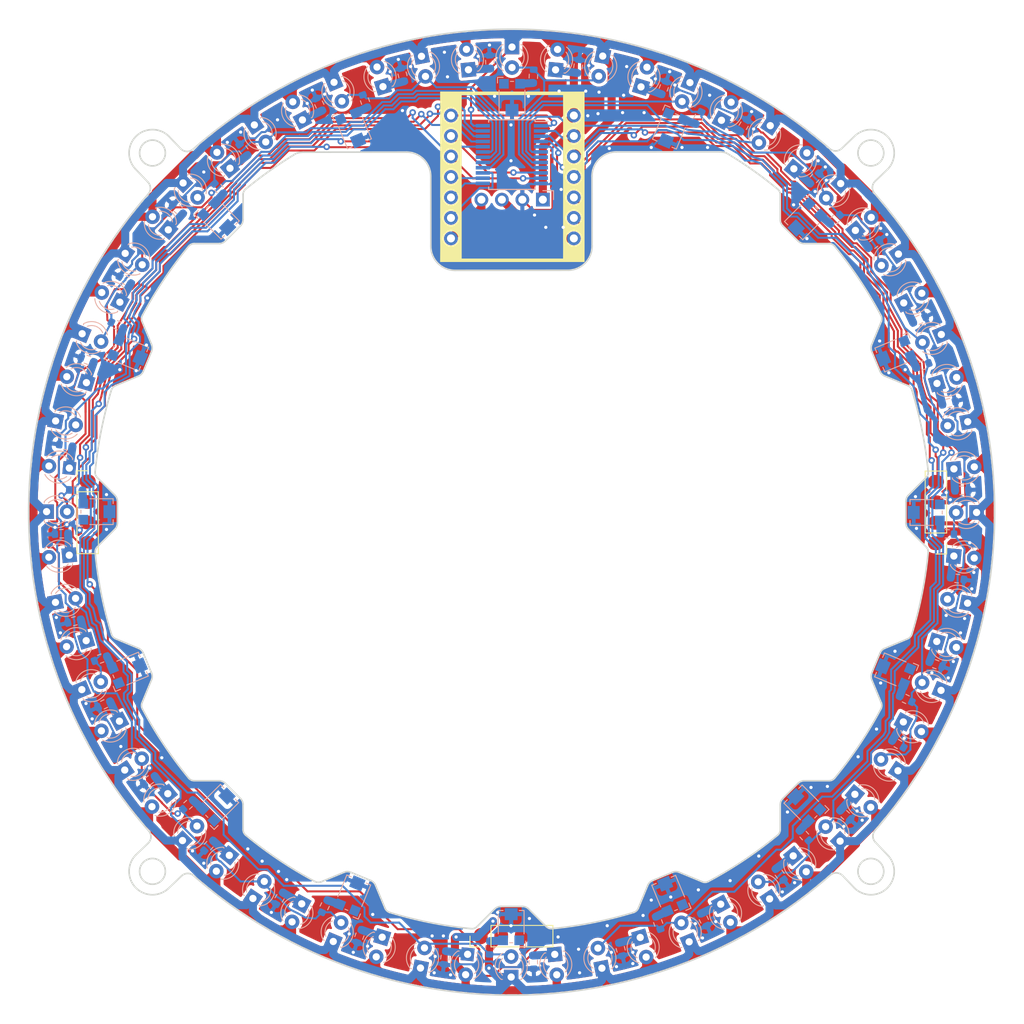
<source format=kicad_pcb>
(kicad_pcb (version 20221018) (generator pcbnew)
  (layers (0 "F.Cu" signal) (31 "B.Cu" signal) (34 "B.Paste" user) (35 "F.Paste" user) (36 "B.SilkS" user "B.Silkscreen") (37 "F.SilkS" user "F.Silkscreen") (38 "B.Mask" user) (39 "F.Mask" user) (44 "Edge.Cuts" user))
  (net 0 "")
  (net 1 "Net-(D1-K)")
  (net 2 "+5V")
  (net 3 "Net-(D2-K)")
  (net 4 "Net-(D3-K)")
  (net 5 "Net-(D4-K)")
  (net 6 "Net-(D5-K)")
  (net 7 "Net-(D6-K)")
  (net 8 "Net-(D7-K)")
  (net 9 "Net-(D8-K)")
  (net 10 "Net-(D9-K)")
  (net 11 "Net-(D10-K)")
  (net 12 "Net-(D11-K)")
  (net 13 "Net-(D12-K)")
  (net 14 "Net-(D13-K)")
  (net 15 "Net-(D14-K)")
  (net 16 "Net-(D15-K)")
  (net 17 "Net-(D16-K)")
  (net 18 "Net-(D17-K)")
  (net 19 "Net-(D18-K)")
  (net 20 "Net-(D19-K)")
  (net 21 "Net-(D20-K)")
  (net 22 "Net-(D21-K)")
  (net 23 "Net-(D22-K)")
  (net 24 "Net-(D23-K)")
  (net 25 "Net-(D24-K)")
  (net 26 "Net-(D25-K)")
  (net 27 "Net-(D26-K)")
  (net 28 "Net-(D27-K)")
  (net 29 "Net-(D28-K)")
  (net 30 "Net-(D29-K)")
  (net 31 "Net-(D30-K)")
  (net 32 "Net-(D31-K)")
  (net 33 "Net-(D32-K)")
  (net 34 "GND")
  (net 35 "+3.3V")
  (net 36 "/1")
  (net 37 "/2")
  (net 38 "/3")
  (net 39 "/4")
  (net 40 "/5")
  (net 41 "/6")
  (net 42 "/7")
  (net 43 "/8")
  (net 44 "/9")
  (net 45 "/10")
  (net 46 "/11")
  (net 47 "/12")
  (net 48 "/13")
  (net 49 "/14")
  (net 50 "/15")
  (net 51 "/16")
  (net 52 "Net-(R33-Pad1)")
  (net 53 "Net-(R34-Pad1)")
  (net 54 "Net-(R35-Pad1)")
  (net 55 "Net-(R36-Pad1)")
  (net 56 "Net-(R37-Pad1)")
  (net 57 "Net-(R38-Pad1)")
  (net 58 "Net-(R39-Pad1)")
  (net 59 "Net-(R40-Pad1)")
  (net 60 "Net-(R41-Pad1)")
  (net 61 "Net-(R42-Pad1)")
  (net 62 "Net-(R43-Pad1)")
  (net 63 "Net-(R44-Pad1)")
  (net 64 "Net-(R45-Pad1)")
  (net 65 "Net-(R46-Pad1)")
  (net 66 "Net-(R47-Pad1)")
  (net 67 "Net-(R48-Pad1)")
  (net 84 "/com")
  (net 85 "/S0")
  (net 86 "/S1")
  (net 87 "/S3")
  (net 88 "/S2")
  (net 89 "/E")
  (net 90 "/LINE_RX")
  (net 91 "/LINE_TX")
  (net 92 "/RIGHT")
  (net 93 "/BACK")
  (net 94 "/LEFT")
  (footprint "Connector_PinHeader_2.54mm:PinHeader_1x04_P2.54mm_Vertical" (layer "F.Cu") (at 148.5238 154.2034 90)
    (fp_text reference "J4" hide)
    (fp_text value "Conn_01x04_Socket")
  )
  (footprint "Connector_PinHeader_2.54mm:PinHeader_1x04_P2.54mm_Vertical" (layer "F.Cu") (at 204.978 105.4762 180)
    (fp_text reference "J3" hide)
    (fp_text value "Conn_01x04_Socket")
  )
  (footprint "Seeeduino_Xiao:seeeduinoXIAO" (layer "F.Cu") (at 152.3492 59.7154)
    (fp_text reference "U2" hide)
    (fp_text value "Seeeduino_Xiao" hide)
  )
  (footprint "Connector_PinHeader_2.54mm:PinHeader_1x04_P2.54mm_Vertical" (layer "F.Cu") (at 99.7712 97.8154)
    (fp_text reference "J2" hide)
    (fp_text value "Conn_01x04_Socket")
  )
  (footprint "LED_THT:LED_D3.0mm_Clear" (layer "B.Cu") (at 117.342681 144.181693 -129.375)
    (fp_text reference "D20" hide)
    (fp_text value "LED")
  )
  (footprint "Potentiometer_SMD:Potentiometer_Bourns_TC33X_Vertical" (layer "B.Cu") (at 132.759039 54.178621 -67.5)
    (fp_text reference "RV16" hide)
    (fp_text value "R_Potentiometer_Trim_US" hide)
  )
  (footprint "LED_THT:LED_D3.0mm_Clear" (layer "B.Cu") (at 99.588667 117.557849 -163.125)
    (fp_text reference "D23" hide)
    (fp_text value "LED")
  )
  (footprint "Resistor_SMD:R_0603_1608Metric" (layer "B.Cu") (at 208.170574 98.914735 -177.1875)
    (fp_text reference "R8" hide)
    (fp_text value "R")
  )
  (footprint "LED_THT:LED_D3.0mm_Clear" (layer "B.Cu") (at 184.346252 149.584611 123.75)
    (fp_text reference "Q14" hide)
    (fp_text value "Q_Photo_NPN")
  )
  (footprint "Resistor_SMD:R_0603_1608Metric" (layer "B.Cu") (at 155.054902 47.565668 87.1875)
    (fp_text reference "R33" hide)
    (fp_text value "R")
  )
  (footprint "Potentiometer_SMD:Potentiometer_Bourns_TC33X_Vertical" (layer "B.Cu") (at 101.035 101.5554)
    (fp_text reference "RV13" hide)
    (fp_text value "R_Potentiometer_Trim_US" hide)
  )
  (footprint "LED_THT:LED_D3.0mm_Clear" (layer "B.Cu") (at 207.198008 107.059382 -5.625)
    (fp_text reference "D9" hide)
    (fp_text value "LED")
  )
  (footprint "LED_THT:LED_D3.0mm_Clear" (layer "B.Cu") (at 205.080241 117.655072 -16.875)
    (fp_text reference "D10" hide)
    (fp_text value "LED")
  )
  (footprint "Connector_PinSocket_2.54mm:PinSocket_1x04_P2.54mm_Horizontal" (layer "B.Cu") (at 156.2246 62.8592 90)
    (fp_text reference "J1" hide)
    (fp_text value "Conn_01x04_Socket")
  )
  (footprint "LED_THT:LED_D3.0mm_Clear" (layer "B.Cu") (at 136.397551 48.845668 106.875)
    (fp_text reference "D31" hide)
    (fp_text value "LED")
  )
  (footprint "Resistor_SMD:R_0603_1608Metric" (layer "B.Cu") (at 114.780682 142.981023 47.8125)
    (fp_text reference "R20" hide)
    (fp_text value "R")
  )
  (footprint "Potentiometer_SMD:Potentiometer_Bourns_TC33X_Vertical" (layer "B.Cu") (at 116.02866 137.854898 45)
    (fp_text reference "RV11" hide)
    (fp_text value "R_Potentiometer_Trim_US" hide)
  )
  (footprint "LED_THT:LED_D3.0mm_Clear" (layer "B.Cu") (at 200.271164 133.68773 146.25)
    (fp_text reference "Q12" hide)
    (fp_text value "Q_Photo_NPN")
  )
  (footprint "LED_THT:LED_D3.0mm_Clear" (layer "B.Cu") (at 141.048673 158.157392 78.75)
    (fp_text reference "Q18" hide)
    (fp_text value "Q_Photo_NPN")
  )
  (footprint "LED_THT:LED_D3.0mm_Clear" (layer "B.Cu") (at 130.233219 154.866153 67.5)
    (fp_text reference "Q19" hide)
    (fp_text value "Q_Photo_NPN")
  )
  (footprint "LED_THT:LED_D3.0mm_Clear" (layer "B.Cu") (at 120.4468 53.594 -56.25)
    (fp_text reference "Q30" hide)
    (fp_text value "Q_Photo_NPN")
  )
  (footprint "LED_THT:LED_D3.0mm_Clear" (layer "B.Cu") (at 193.091561 142.420404 135)
    (fp_text reference "Q13" hide)
    (fp_text value "Q_Photo_NPN")
  )
  (footprint "LED_THT:LED_D3.0mm_Clear" (layer "B.Cu") (at 178.377013 53.019352 61.875)
    (fp_text reference "D3" hide)
    (fp_text value "LED")
  )
  (footprint "Resistor_SMD:R_0603_1608Metric" (layer "B.Cu") (at 133.473875 154.208402 70.3125)
    (fp_text reference "R18" hide)
    (fp_text value "R")
  )
  (footprint "Potentiometer_SMD:Potentiometer_Bourns_TC33X_Vertical" (layer "B.Cu") (at 188.597898 137.92674 135)
    (fp_text reference "RV7" hide)
    (fp_text value "R_Potentiometer_Trim_US" hide)
  )
  (footprint "Resistor_SMD:R_0603_1608Metric" (layer "B.Cu") (at 123.574378 149.515272 59.0625)
    (fp_text reference "R19" hide)
    (fp_text value "R")
  )
  (footprint "LED_THT:LED_D3.0mm_Clear" (layer "B.Cu") (at 111.606839 60.791996 -45)
    (fp_text reference "Q29" hide)
    (fp_text value "Q_Photo_NPN")
  )
  (footprint "Resistor_SMD:R_0603_1608Metric" (layer "B.Cu") (at 97.075341 93.355741 -8.4375)
    (fp_text reference "R25" hide)
    (fp_text value "R")
  )
  (footprint "LED_THT:LED_D3.0mm_Clear" (layer "B.Cu") (at 95.778187 112.807079 11.25)
    (fp_text reference "Q24" hide)
    (fp_text value "Q_Photo_NPN")
  )
  (footprint "Resistor_SMD:R_0603_1608Metric" (layer "B.Cu") (at 128.500694 51.063956 -64.6875)
    (fp_text reference "R30" hide)
    (fp_text value "R")
  )
  (footprint "LED_THT:LED_D3.0mm_Clear" (layer "B.Cu") (at 103.76235 75.578389 151.875)
    (fp_text reference "D27" hide)
    (fp_text value "LED")
  )
  (footprint "LED_THT:LED_D3.0mm_Clear" (layer "B.Cu") (at 194.924692 136.61272 -39.375)
    (fp_text reference "D12" hide)
    (fp_text value "LED")
  )
  (footprint "LED_THT:LED_D3.0mm_Clear" (layer "B.Cu") (at 152.4 43.937 -90)
    (fp_text reference "Q1" hide)
    (fp_text value "Q_Photo_NPN" hide)
  )
  (footprint "LED_THT:LED_D3.0mm_Clear" (layer "B.Cu") (at 208.920213 90.405321 -168.75)
    (fp_text reference "Q8" hide)
    (fp_text value "Q_Photo_NPN")
  )
  (footprint "Resistor_SMD:R_0603_1608Metric" (layer "B.Cu") (at 204.951404 120.481525 160.3125)
    (fp_text reference "R10" hide)
    (fp_text value "R")
  )
  (footprint "Resistor_SMD:R_0603_1608Metric" (layer "B.Cu") (at 170.529873 152.56857 -70.3125)
    (fp_text reference "R40" hide)
    (fp_text value "R")
  )
  (footprint "Resistor_SMD:R_0603_1608Metric" (layer "B.Cu") (at 165.879157 155.829902 104.0625)
    (fp_text reference "R15" hide)
    (fp_text value "R")
  )
  (footprint "LED_THT:LED_D3.0mm_Clear" (layer "B.Cu") (at 95.798008 90.305673 -11.25)
    (fp_text reference "Q26" hide)
    (fp_text value "Q_Photo_NPN")
  )
  (footprint "Potentiometer_SMD:Potentiometer_Bourns_TC33X_Vertical" (layer "B.Cu") (at 199.737899 121.290227 157.5)
    (fp_text reference "RV6" hide)
    (fp_text value "R_Potentiometer_Trim_US" hide)
  )
  (footprint "LED_THT:LED_D3.0mm_Clear" (layer "B.Cu") (at 157.701272 156.464967 -84.375)
    (fp_text reference "D16" hide)
    (fp_text value "LED")
  )
  (footprint "LED_THT:LED_D3.0mm_Clear" (layer "B.Cu") (at 187.277183 144.246146 -50.625)
    (fp_text reference "D13" hide)
    (fp_text value "LED")
  )
  (footprint "LED_THT:LED_D3.0mm_Clear" (layer "B.Cu") (at 104.427236 69.52467 -33.75)
    (fp_text reference "Q28" hide)
    (fp_text value "Q_Photo_NPN")
  )
  (footprint "LED_THT:LED_D3.0mm_Clear" (layer "B.Cu") (at 193.163404 60.863839 -135)
    (fp_text reference "Q5" hide)
    (fp_text value "Q_Photo_NPN")
  )
  (footprint "Resistor_SMD:R_0603_1608Metric" (layer "B.Cu") (at 160.599659 46.332338 -98.4375)
    (fp_text reference "R1" hide)
    (fp_text value "R")
  )
  (footprint "LED_THT:LED_D3.0mm_Clear" (layer "B.Cu") (at 117.421216 58.966256 129.375)
    (fp_text reference "D29" hide)
    (fp_text value "LED")
  )
  (footprint "LED_THT:LED_D3.0mm_Clear" (layer "B.Cu") (at 109.709255 136.534184 -140.625)
    (fp_text reference "D21" hide)
    (fp_text value "LED")
  )
  (footprint "LED_THT:LED_D3.0mm_Clear" (layer "B.Cu") (at 200.983943 75.66799 28.125)
    (fp_text reference "D6" hide)
    (fp_text value "LED")
  )
  (footprint "Potentiometer_SMD:Potentiometer_Bourns_TC33X_Vertical" (layer "B.Cu") (at 199.77678 82.016039 -157.5)
    (fp_text reference "RV4" hide)
    (fp_text value "R_Potentiometer_Trim_US" hide)
  )
  (footprint "LED_THT:LED_D3.0mm_Clear" (layer "B.Cu") (at 109.773707 66.599682 140.625)
    (fp_text reference "D28" hide)
    (fp_text value "LED")
  )
  (footprint "LED_THT:LED_D3.0mm_Clear" (layer "B.Cu") (at 126.410988 52.971459 118.125)
    (fp_text reference "D30" hide)
    (fp_text value "LED")
  )
  (footprint "Resistor_SMD:R_0603_1608Metric" (layer "B.Cu") (at 107.430723 134.856764 36.5625)
    (fp_text reference "R21" hide)
    (fp_text value "R")
  )
  (footprint "LED_THT:LED_D3.0mm_Clear" (layer "B.Cu") (at 163.649727 45.055008 -101.25)
    (fp_text reference "Q2" hide)
    (fp_text value "Q_Photo_NPN" hide)
  )
  (footprint "LED_THT:LED_D3.0mm_Clear" (layer "B.Cu") (at 157.802382 46.757393 84.375)
    (fp_text reference "D1" hide)
    (fp_text value "LED")
  )
  (footprint "LED_THT:LED_D3.0mm_Clear" (layer "B.Cu") (at 205.109734 85.654553 16.875)
    (fp_text reference "D7" hide)
    (fp_text value "LED")
  )
  (footprint "Resistor_SMD:R_0603_1608Metric" (layer "B.Cu") (at 149.657732 45.784827 -87.1875)
    (fp_text reference "R32" hide)
    (fp_text value "R")
  )
  (footprint "Resistor_SMD:R_0603_1608Metric" (layer "B.Cu") (at 144.098739 156.880058 81.5625)
    (fp_text reference "R17" hide)
    (fp_text value "R")
  )
  (footprint "Potentiometer_SMD:Potentiometer_Bourns_TC33X_Vertical" (layer "B.Cu") (at 203.6634 101.657 180)
    (fp_text reference "RV5" hide)
    (fp_text value "R_Potentiometer_Trim_US" hide)
  )
  (footprint "LED_THT:LED_D3.0mm_Clear" (layer "B.Cu") (at 146.896019 156.455009 -95.625)
    (fp_text reference "D17" hide)
    (fp_text value "LED")
  )
  (footprint "LED_THT:LED_D3.0mm_Clear" (layer "B.Cu") (at 103.714458 127.544412 -151.875)
    (fp_text reference "D22" hide)
    (fp_text value "LED")
  )
  (footprint "Resistor_SMD:R_0603_1608Metric" (layer "B.Cu") (at 207.62306 109.856661 171.5625)
    (fp_text reference "R9" hide)
    (fp_text value "R")
  )
  (footprint "LED_THT:LED_D3.0mm_Clear" (layer "B.Cu") (at 194.989146 66.678218 39.375)
    (fp_text reference "D5" hide)
    (fp_text value "LED")
  )
  (footprint "LED_THT:LED_D3.0mm_Clear" (layer "B.Cu") (at 120.26767 149.528164 56.25)
    (fp_text reference "Q20" hide)
    (fp_text value "Q_Photo_NPN")
  )
  (footprint "LED_THT:LED_D3.0mm_Clear" (layer "B.Cu") (at 178.287411 150.240943 -61.875)
    (fp_text reference "D14" hide)
    (fp_text value "LED")
  )
  (footprint "Resistor_SMD:R_0603_1608Metric" (layer "B.Cu") (at 202.891446 77.757695 -154.6875)
    (fp_text reference "R6" hide)
    (fp_text value "R")
  )
  (footprint "LED_THT:LED_D3.0mm_Clear" (layer "B.Cu") (at 184.43073 53.684236 -123.75)
    (fp_text reference "Q4" hide)
    (fp_text value "Q_Photo_NPN" hide)
  )
  (footprint "LED_THT:LED_D3.0mm_Clear" (layer "B.Cu") (at 205.648034 79.584086 -157.5)
    (fp_text reference "Q7" hide)
    (fp_text value "Q_Photo_NPN")
  )
  (footprint "Resistor_SMD:R_0603_1608Metric" (layer "B.Cu") (at 176.197703 152.148445 115.3125)
    (fp_text reference "R14" hide)
    (fp_text value "R")
  )
  (footprint "LED_THT:LED_D3.0mm_Clear" (layer "B.Cu") (at 104.370789 133.603252 33.75)
    (fp_text reference "Q22" hide)
    (fp_text value "Q_Photo_NPN")
  )
  (footprint "LED_THT:LED_D3.0mm_Clear" (layer "B.Cu") (at 168.300848 154.366734 -73.125)
    (fp_text reference "D15" hide)
    (fp_text value "LED")
  )
  (footprint "LED_THT:LED_D3.0mm_Clear" (layer "B.Cu") (at 200.936049 127.634013 -28.125)
    (fp_text reference "D11" hide)
    (fp_text value "LED")
  )
  (footprint "Resistor_SMD:R_0603_1608Metric" (layer "B.Cu") (at 206.572903 88.076241 -165.9375)
    (fp_text reference "R7" hide)
    (fp_text value "R")
  )
  (footprint "Resistor_SMD:R_0603_1608Metric" (layer "B.Cu") (at 200.258274 130.381022 149.0625)
    (fp_text reference "R11" hide)
    (fp_text value "R")
  )
  (footprint "LED_THT:LED_D3.0mm_Clear" (layer "B.Cu") (at 163.550079 158.177213 101.25)
    (fp_text reference "Q16" hide)
    (fp_text value "Q_Photo_NPN")
  )
  (footprint "Resistor_SMD:R_0603_1608Metric" (layer "B.Cu") (at 197.267678 68.355634 -143.4375)
    (fp_text reference "R5" hide)
    (fp_text value "R")
  )
  (footprint "LED_THT:LED_D3.0mm_Clear" (layer "B.Cu") (at 152.2984 159.2754 90)
    (fp_text reference "Q17" hide)
    (fp_text value "Q_Photo_NPN")
  )
  (footprint "Resistor_SMD:R_0603_1608Metric" (layer "B.Cu") (at 193.724024 139.174719 137.8125)
    (fp_text reference "R12" hide)
    (fp_text value "R")
  )
  (footprint "LED_THT:LED_D3.0mm_Clear" (layer "B.Cu") (at 99.050366 123.628314 22.5)
    (fp_text reference "Q23" hide)
    (fp_text value "Q_Photo_NPN")
  )
  (footprint "LED_THT:LED_D3.0mm_Clear" (layer "B.Cu") (at 205.609153 123.722181 157.5)
    (fp_text reference "Q11" hide)
    (fp_text value "Q_Photo_NPN")
  )
  (footprint "Resistor_SMD:R_0603_1608Metric" (layer "B.Cu") (at 138.819239 47.382498 -75.9375)
    (fp_text reference "R31" hide)
    (fp_text value "R")
  )
  (footprint "Potentiometer_SMD:Potentiometer_Bourns_TC33X_Vertical" (layer "B.Cu") (at 152.4 50.292 -90)
    (fp_text reference "RV1" hide)
    (fp_text value "R_Potentiometer_Trim_US" hide)
  )
  (footprint "Resistor_SMD:R_0603_1608Metric" (layer "B.Cu") (at 134.168526 50.643831 109.6875)
    (fp_text reference "R48" hide)
    (fp_text value "R")
  )
  (footprint "LED_THT:LED_D3.0mm_Clear" (layer "B.Cu") (at 174.465181 48.346247 -112.5)
    (fp_text reference "Q3" hide)
    (fp_text value "Q_Photo_NPN" hide)
  )
  (footprint "Resistor_SMD:R_0603_1608Metric" (layer "B.Cu") (at 181.124022 53.697124 -120.9375)
    (fp_text reference "R3" hide)
    (fp_text value "R")
  )
  (footprint "Resistor_SMD:R_0603_1608Metric" (layer "B.Cu") (at 175.529359 52.714686 64.6875)
    (fp_text reference "R34" hide)
    (fp_text value "R")
  )
  (footprint "Potentiometer_SMD:Potentiometer_Bourns_TC33X_Vertical" (layer "B.Cu") (at 188.66974 65.357502 -135)
    (fp_text reference "RV3" hide)
    (fp_text value "R_Potentiometer_Trim_US" hide)
  )
  (footprint "Resistor_SMD:R_0603_1608Metric" (layer "B.Cu") (at 98.125499 115.136159 14.0625)
    (fp_text reference "R23" hide)
    (fp_text value "R")
  )
  (footprint "LED_THT:LED_D3.0mm_Clear" (layer "B.Cu") (at 130.327086 48.307366 -67.5)
    (fp_text reference "Q31" hide)
    (fp_text value "Q_Photo_NPN")
  )
  (footprint "Resistor_SMD:R_0603_1608Metric" (layer "B.Cu") (at 155.040664 157.427572 92.8125)
    (fp_text reference "R16" hide)
    (fp_text value "R")
  )
  (footprint "LED_THT:LED_D3.0mm_Clear" (layer "B.Cu") (at 111.534996 142.348561 45)
    (fp_text reference "Q21" hide)
    (fp_text value "Q_Photo_NPN")
  )
  (footprint "Potentiometer_SMD:Potentiometer_Bourns_TC33X_Vertical" (layer "B.Cu") (at 171.939361 149.03378 112.5)
    (fp_text reference "RV8" hide)
    (fp_text value "R_Potentiometer_Trim_US" hide)
  )
  (footprint "Resistor_SMD:R_0603_1608Metric" (layer "B.Cu") (at 201.240714 124.78636 -25.3125)
    (fp_text reference "R38" hide)
    (fp_text value "R")
  )
  (footprint "LED_THT:LED_D3.0mm_Clear" (layer "B.Cu") (at 136.300329 154.337242 -106.875)
    (fp_text reference "D18" hide)
    (fp_text value "LED")
  )
  (footprint "Resistor_SMD:R_0603_1608Metric" (layer "B.Cu") (at 185.599764 146.524678 126.5625)
    (fp_text reference "R13" hide)
    (fp_text value "R")
  )
  (footprint "Potentiometer_SMD:Potentiometer_Bourns_TC33X_Vertical" (layer "B.Cu") (at 172.033227 54.217501 -112.5)
    (fp_text reference "RV2" hide)
    (fp_text value "R_Potentiometer_Trim_US" hide)
  )
  (footprint "LED_THT:LED_D3.0mm_Clear" (layer "B.Cu") (at 146.997127 46.747434 95.625)
    (fp_text reference "D32" hide)
    (fp_text value "LED")
  )
  (footprint "Resistor_SMD:R_0603_1608Metric" (layer "B.Cu") (at 192.474847 65.306994 42.1875)
    (fp_text reference "R35" hide)
    (fp_text value "R")
  )
  (footprint "Resistor_SMD:R_0603_1608Metric" (layer "B.Cu") (at 101.38683 119.786874 -160.3125)
    (fp_text reference "R44" hide)
    (fp_text value "R")
  )
  (footprint "Resistor_SMD:R_0603_1608Metric" (layer "B.Cu") (at 98.308667 98.900498 177.1875)
    (fp_text reference "R45" hide)
    (fp_text value "R")
  )
  (footprint "Resistor_SMD:R_0603_1608Metric" (layer "B.Cu") (at 189.917719 60.231374 -132.1875)
    (fp_text reference "R4" hide)
    (fp_text value "R")
  )
  (footprint "Resistor_SMD:R_0603_1608Metric" (layer "B.Cu") (at 129.16904 150.497715 -115.3125)
    (fp_text reference "R42" hide)
    (fp_text value "R")
  )
  (footprint "LED_THT:LED_D3.0mm_Clear" (layer "B.Cu") (at 99.618159 85.55733 163.125)
    (fp_text reference "D26" hide)
    (fp_text value "LED")
  )
  (footprint "LED_THT:LED_D3.0mm_Clear" (layer "B.Cu") (at 208.900392 112.906727 168.75)
    (fp_text reference "Q10" hide)
    (fp_text value "Q_Photo_NPN")
  )
  (footprint "Resistor_SMD:R_0603_1608Metric" (layer "B.Cu") (at 116.049993 61.480553 132.187)
    (fp_text reference "R47" hide)
    (fp_text value "R")
  )
  (footprint "LED_THT:LED_D3.0mm_Clear" (layer "B.Cu") (at 187.35572 59.030709 50.625)
    (fp_text reference "D4" hide)
    (fp_text value "LED")
  )
  (footprint "Resistor_SMD:R_0603_1608Metric" (layer "B.Cu") (at 104.440126 72.83138 -30.9375)
    (fp_text reference "R27" hide)
    (fp_text value "R")
  )
  (footprint "LED_THT:LED_D3.0mm_Clear" (layer "B.Cu") (at 200.327611 69.609148 -146.25)
    (fp_text reference "Q6" hide)
    (fp_text value "Q_Photo_NPN")
  )
  (footprint "LED_THT:LED_D3.0mm_Clear" (layer "B.Cu") (at 168.398072 48.87516 73.125)
    (fp_text reference "D2" hide)
    (fp_text value "LED")
  )
  (footprint "Resistor_SMD:R_0603_1608Metric" (layer "B.Cu") (at 206.389732 104.311903 -2.8125)
    (fp_text reference "R37" hide)
    (fp_text value "R")
  )
  (footprint "Resistor_SMD:R_0603_1608Metric" (layer "B.Cu") (at 110.974374 64.037683 -42.1875)
    (fp_text reference "R28" hide)
    (fp_text value "R")
  )
  (footprint "Potentiometer_SMD:Potentiometer_Bourns_TC33X_Vertical" (layer "B.Cu") (at 104.960501 81.922173 -22.5)
    (fp_text reference "RV14" hide)
    (fp_text value "R_Potentiometer_Trim_US" hide)
  )
  (footprint "LED_THT:LED_D3.0mm_Clear" (layer "B.Cu") (at 97.490434 106.958273 -174.375)
    (fp_text reference "D24" hide)
    (fp_text value "LED")
  )
  (footprint "Potentiometer_SMD:Potentiometer_Bourns_TC33X_Vertical" (layer "B.Cu") (at 152.2984 152.9204 90)
    (fp_text reference "RV9" hide)
    (fp_text value "R_Potentiometer_Trim_US" hide)
  )
  (footprint "LED_THT:LED_D3.0mm_Clear" (layer "B.Cu") (at 141.1732 45.085 -78.75)
    (fp_text reference "Q32" hide)
    (fp_text value "Q_Photo_NPN")
  )
  (footprint "Potentiometer_SMD:Potentiometer_Bourns_TC33X_Vertical" (layer "B.Cu") (at 104.92162 121.196361 22.5)
    (fp_text reference "RV12" hide)
    (fp_text value "R_Potentiometer_Trim_US" hide)
  )
  (footprint "Package_SO:SSOP-24_5.3x8.2mm_P0.65mm" (layer "B.Cu") (at 152.3814 57.2706 180)
    (fp_text reference "U1" hide)
    (fp_text value "CD74HC4067SM")
  )
  (footprint "Potentiometer_SMD:Potentiometer_Bourns_TC33X_Vertical" (layer "B.Cu") (at 116.100502 65.28566 -45)
    (fp_text reference "RV15" hide)
    (fp_text value "R_Potentiometer_Trim_US" hide)
  )
  (footprint "LED_THT:LED_D3.0mm_Clear" (layer "B.Cu") (at 207.207967 96.254129 5.625)
    (fp_text reference "D8" hide)
    (fp_text value "LED")
  )
  (footprint "Resistor_SMD:R_0603_1608Metric" (layer "B.Cu") (at 112.223552 137.905407 -137.8125)
    (fp_text reference "R43" hide)
    (fp_text value "R")
  )
  (footprint "LED_THT:LED_D3.0mm_Clear" (layer "B.Cu") (at 126.321388 150.19305 -118.125)
    (fp_text reference "D19" hide)
    (fp_text value "LED")
  )
  (footprint "LED_THT:LED_D3.0mm_Clear" (layer "B.Cu") (at 97.500392 96.15302 174.375)
    (fp_text reference "D25" hide)
    (fp_text value "LED")
  )
  (footprint "Resistor_SMD:R_0603_1608Metric" (layer "B.Cu") (at 203.311569 83.425527 19.6875)
    (fp_text reference "R36" hide)
    (fp_text value "R")
  )
  (footprint "Resistor_SMD:R_0603_1608Metric" (layer "B.Cu") (at 103.457685 78.426041 154.6875)
    (fp_text reference "R46" hide)
    (fp_text value "R")
  )
  (footprint "Resistor_SMD:R_0603_1608Metric" (layer "B.Cu") (at 171.224525 49.003994 -109.6875)
    (fp_text reference "R2" hide)
    (fp_text value "R")
  )
  (footprint "Resistor_SMD:R_0603_1608Metric" (layer "B.Cu") (at 119.098634 56.687724 -53.4375)
    (fp_text reference "R29" hide)
    (fp_text value "R")
  )
  (footprint "LED_THT:LED_D3.0mm_Clear" (layer "B.Cu") (at 210.0184 101.657 180)
    (fp_text reference "Q9" hide)
    (fp_text value "Q_Photo_NPN")
  )
  (footprint "Resistor_SMD:R_0603_1608Metric" (layer "B.Cu") (at 149.643497 155.646733 -92.8125)
    (fp_text reference "R41" hide)
    (fp_text value "R")
  )
  (footprint "Resistor_SMD:R_0603_1608Metric" (layer "B.Cu") (at 101.806956 125.454704 25.3125)
    (fp_text reference "R22" hide)
    (fp_text value "R")
  )
  (footprint "Resistor_SMD:R_0603_1608Metric" (layer "B.Cu") (at 188.648406 141.731848 -47.8125)
    (fp_text reference "R39" hide)
    (fp_text value "R")
  )
  (footprint "LED_THT:LED_D3.0mm_Clear" (layer "B.Cu") (at 99.089247 79.490219 -22.5)
    (fp_text reference "Q27" hide)
    (fp_text value "Q_Photo_NPN")
  )
  (footprint "LED_THT:LED_D3.0mm_Clear" (layer "B.Cu") (at 174.371314 154.905034 112.5)
    (fp_text reference "Q15" hide)
    (fp_text value "Q_Photo_NPN")
  )
  (footprint "Resistor_SMD:R_0603_1608Metric" (layer "B.Cu") (at 99.746997 82.730877 -19.6875)
    (fp_text reference "R26" hide)
    (fp_text value "R")
  )
  (footprint "Potentiometer_SMD:Potentiometer_Bourns_TC33X_Vertical" (layer "B.Cu") (at 132.665173 148.994899 67.5)
    (fp_text reference "RV10" hide)
    (fp_text value "R_Potentiometer_Trim_US" hide)
  )
  (footprint "LED_THT:LED_D3.0mm_Clear" (layer "B.Cu") (at 94.68 101.5554)
    (fp_text reference "Q25" hide)
    (fp_text value "Q_Photo_NPN")
  )
  (footprint "Resistor_SMD:R_0603_1608Metric" (layer "B.Cu") (at 96.527828 104.297666 2.8125)
    (fp_text reference "R24" hide)
    (fp_text value "R")
  )
  (gr_arc (start 185.991465 66.099549) (mid 185.772333 65.786588) (end 185.673464 65.417551) (stroke (width 0.2)) (layer "Edge.Cuts"))
  (gr_arc (start 112.834724 56.611814) (mid 112.06065 56.884205) (end 111.313445 56.545016) (stroke (width 0.2)) (layer "Edge.Cuts"))
  (gr_line (start 139.321777 56.961669) (end 126.542772 56.972172) (stroke (width 0.2)) (layer "Edge.Cuts"))
  (gr_arc (start 191.88225 146.631416) (mid 152.408441 161.521594) (end 112.909851 146.697275) (stroke (width 0.2)) (layer "Edge.Cuts"))
  (gr_arc (start 197.465301 142.55324) (mid 197.162156 141.817787) (end 197.434147 141.070251) (stroke (width 0.2)) (layer "Edge.Cuts"))
  (gr_line (start 148.069103 153.019578) (end 150.244883 150.843798) (stroke (width 0.2)) (layer "Edge.Cuts"))
  (gr_arc (start 103.231485 117.32789) (mid 102.909479 117.101282) (end 102.715031 116.758895) (stroke (width 0.2)) (layer "Edge.Cuts"))
  (gr_line (start 103.231485 117.32789) (end 106.074278 118.505414) (stroke (width 0.2)) (layer "Edge.Cuts"))
  (gr_arc (start 178.100773 56.929797) (mid 178.530362 56.960357) (end 178.951149 57.052115) (stroke (width 0.2)) (layer "Edge.Cuts"))
  (gr_arc (start 131.569258 146.288142) (mid 131.990209 146.204409) (end 132.411161 146.288142) (stroke (width 0.2)) (layer "Edge.Cuts"))
  (gr_arc (start 167.495767 151.265071) (mid 162.483675 152.524371) (end 157.371192 153.278974) (stroke (width 0.2)) (layer "Edge.Cuts"))
  (gr_arc (start 201.258488 100.285829) (mid 201.324835 99.909582) (end 201.515873 99.578722) (stroke (width 0.2)) (layer "Edge.Cuts"))
  (gr_arc (start 137.221207 151.265071) (mid 136.879257 151.071023) (end 136.652666 150.749713) (stroke (width 0.2)) (layer "Edge.Cuts"))
  (gr_line (start 198.202537 125.253638) (end 197.025014 122.410844) (stroke (width 0.2)) (layer "Edge.Cuts"))
  (gr_arc (start 204.015846 96.60891) (mid 203.967425 96.999088) (end 203.757288 97.331392) (stroke (width 0.2)) (layer "Edge.Cuts"))
  (gr_arc (start 119.375736 61.549828) (mid 122.451139 59.205103) (end 125.692598 57.095888) (stroke (width 0.2)) (layer "Edge.Cuts"))
  (gr_arc (start 145.333832 71.627378) (mid 143.211791 70.750442) (end 142.331368 68.629845) (stroke (width 0.2)) (layer "Edge.Cuts"))
  (gr_line (start 201.485489 85.91534) (end 198.642696 84.737816) (stroke (width 0.2)) (layer "Edge.Cuts"))
  (gr_line (start 112.981586 134.932411) (end 116.058604 134.932411) (stroke (width 0.2)) (layer "Edge.Cuts"))
  (gr_arc (start 102.715031 116.758895) (mid 101.455731 111.746803) (end 100.701128 106.63432) (stroke (width 0.2)) (layer "Edge.Cuts"))
  (gr_arc (start 191.88225 146.631416) (mid 192.656316 146.359032) (end 193.403529 146.698214) (stroke (width 0.2)) (layer "Edge.Cuts"))
  (gr_arc (start 172.305813 146.288142) (mid 172.67881 146.205455) (end 173.057591 146.255336) (stroke (width 0.2)) (layer "Edge.Cuts"))
  (gr_line (start 162.324234 59.942765) (end 162.331361 68.613407) (stroke (width 0.2)) (layer "Edge.Cuts"))
  (gr_line (start 107.69196 81.674289) (end 106.669594 84.142501) (stroke (width 0.2)) (layer "Edge.Cuts"))
  (gr_line (start 203.75645 105.910999) (end 201.58067 103.735219) (stroke (width 0.2)) (layer "Edge.Cuts"))
  (gr_arc (start 193.290112 56.514801) (mid 192.554659 56.817946) (end 191.807123 56.545955) (stroke (width 0.2)) (layer "Edge.Cuts"))
  (gr_arc (start 139.321777 56.961669) (mid 141.443814 57.838607) (end 142.324241 59.959203) (stroke (width 0.2)) (layer "Edge.Cuts"))
  (gr_arc (start 148.069103 153.019578) (mid 147.736521 153.230368) (end 147.345782 153.278974) (stroke (width 0.2)) (layer "Edge.Cuts"))
  (gr_line (start 107.724766 122.320719) (end 106.513984 125.254734) (stroke (width 0.2)) (layer "Edge.Cuts"))
  (gr_line (start 188.562551 134.936592) (end 191.736573 134.93241) (stroke (width 0.2)) (layer "Edge.Cuts"))
  (gr_line (start 100.960524 97.332231) (end 103.136304 99.508011) (stroke (width 0.2)) (layer "Edge.Cuts"))
  (gr_arc (start 162.331361 68.613407) (mid 161.454425 70.735449) (end 159.333828 71.615871) (stroke (width 0.2)) (layer "Edge.Cuts"))
  (gr_arc (start 109.742956 148.331891) (mid 105.715037 148.173828) (end 105.736299 144.142865) (stroke (width 0.2)) (layer "Edge.Cuts"))
  (gr_arc (start 100.701128 96.60891) (mid 101.455733 91.496428) (end 102.715031 86.484335) (stroke (width 0.2)) (layer "Edge.Cuts"))
  (gr_arc (start 201.485489 85.91534) (mid 201.807495 86.141948) (end 202.001943 86.484335) (stroke (width 0.2)) (layer "Edge.Cuts"))
  (gr_arc (start 112.834724 56.611814) (mid 152.308533 41.721636) (end 191.807123 56.545955) (stroke (width 0.2)) (layer "Edge.Cuts"))
  (gr_line (start 106.669594 119.100729) (end 107.69196 121.568941) (stroke (width 0.2)) (layer "Edge.Cuts"))
  (gr_arc (start 106.551589 77.222063) (mid 109.205214 72.78752) (end 112.2867 68.638864) (stroke (width 0.2)) (layer "Edge.Cuts"))
  (gr_arc (start 197.368288 62.097852) (mid 212.258466 101.571661) (end 197.434147 141.070251) (stroke (width 0.2)) (layer "Edge.Cuts"))
  (gr_arc (start 106.669594 84.142501) (mid 106.464312 84.464716) (end 106.161203 84.697285) (stroke (width 0.2)) (layer "Edge.Cuts"))
  (gr_arc (start 102.715031 86.484335) (mid 102.909079 86.142385) (end 103.230389 85.915794) (stroke (width 0.2)) (layer "Edge.Cuts"))
  (gr_circle (center 196.906215 57.073887) (end 195.306215 57.073887) (stroke (width 0.2)) (fill none) (layer "Edge.Cuts"))
  (gr_line (start 168.064762 150.748617) (end 169.242286 147.905824) (stroke (width 0.2)) (layer "Edge.Cuts"))
  (gr_arc (start 194.974018 54.911339) (mid 199.001936 55.069403) (end 198.980675 59.100365) (stroke (width 0.2)) (layer "Edge.Cuts"))
  (gr_arc (start 100.701128 106.63432) (mid 100.749558 106.244148) (end 100.959686 105.911838) (stroke (width 0.2)) (layer "Edge.Cuts"))
  (gr_arc (start 106.551589 126.021167) (mid 106.446989 125.642156) (end 106.513984 125.254734) (stroke (width 0.2)) (layer "Edge.Cuts"))
  (gr_line (start 116.154423 68.306638) (end 112.980401 68.31082) (stroke (width 0.2)) (layer "Edge.Cuts"))
  (gr_arc (start 202.001943 116.758895) (mid 201.807893 117.100842) (end 201.486585 117.327436) (stroke (width 0.2)) (layer "Edge.Cuts"))
  (gr_arc (start 185.341238 61.549828) (mid 185.582897 61.859965) (end 185.669282 62.243529) (stroke (width 0.2)) (layer "Edge.Cuts"))
  (gr_line (start 187.880553 67.988637) (end 185.991465 66.099549) (stroke (width 0.2)) (layer "Edge.Cuts"))
  (gr_arc (start 187.880553 135.254593) (mid 188.193514 135.035461) (end 188.562551 134.936592) (stroke (width 0.2)) (layer "Edge.Cuts"))
  (gr_arc (start 100.960524 97.332231) (mid 100.749734 96.999649) (end 100.701128 96.60891) (stroke (width 0.2)) (layer "Edge.Cuts"))
  (gr_line (start 118.725509 66.099549) (end 116.836421 67.988637) (stroke (width 0.2)) (layer "Edge.Cuts"))
  (gr_arc (start 198.165385 126.021167) (mid 195.51176 130.45571) (end 192.430274 134.604366) (stroke (width 0.2)) (layer "Edge.Cuts"))
  (gr_arc (start 198.165385 77.222063) (mid 198.269964 77.601071) (end 198.20299 77.988496) (stroke (width 0.2)) (layer "Edge.Cuts"))
  (gr_arc (start 107.69196 121.568941) (mid 107.774654 121.941938) (end 107.724766 122.320719) (stroke (width 0.2)) (layer "Edge.Cuts"))
  (gr_line (start 128.726464 147.465665) (end 131.569258 146.288142) (stroke (width 0.2)) (layer "Edge.Cuts"))
  (gr_arc (start 178.951149 57.052115) (mid 182.230963 59.180536) (end 185.341238 61.549828) (stroke (width 0.2)) (layer "Edge.Cuts"))
  (gr_arc (start 204.015846 106.63432) (mid 203.261243 111.746803) (end 202.001943 116.758895) (stroke (width 0.2)) (layer "Edge.Cuts"))
  (gr_arc (start 162.324234 59.942765) (mid 163.20117 57.820723) (end 165.321768 56.9403) (stroke (width 0.2)) (layer "Edge.Cuts"))
  (gr_arc (start 185.669283 137.921498) (mid 185.753015 137.500546) (end 185.991465 137.143681) (stroke (width 0.2)) (layer "Edge.Cuts"))
  (gr_line (start 111.313445 56.545016) (end 109.837237 54.999427) (stroke (width 0.2)) (layer "Edge.Cuts"))
  (gr_arc (start 153.694273 150.521616) (mid 154.07052 150.587963) (end 154.40138 150.779001) (stroke (width 0.2)) (layer "Edge.Cuts"))
  (gr_line (start 193.403529 146.698214) (end 194.879737 148.243803) (stroke (width 0.2)) (layer "Edge.Cuts"))
  (gr_line (start 185.991465 137.143681) (end 187.880553 135.254593) (stroke (width 0.2)) (layer "Edge.Cuts"))
  (gr_arc (start 125.692598 57.095888) (mid 126.113233 57.003433) (end 126.542772 56.972172) (stroke (width 0.2)) (layer "Edge.Cuts"))
  (gr_arc (start 147.345782 153.278974) (mid 142.233299 152.524371) (end 137.221207 151.265071) (stroke (width 0.2)) (layer "Edge.Cuts"))
  (gr_arc (start 199.068763 144.237146) (mid 198.910699 148.265064) (end 194.879737 148.243803) (stroke (width 0.2)) (layer "Edge.Cuts"))
  (gr_arc (start 107.69196 80.832386) (mid 107.775683 81.253336) (end 107.69196 81.674289) (stroke (width 0.2)) (layer "Edge.Cuts"))
  (gr_line (start 103.201101 103.664508) (end 100.959686 105.911838) (stroke (width 0.2)) (layer "Edge.Cuts"))
  (gr_line (start 116.836421 135.254593) (end 118.725509 137.143681) (stroke (width 0.2)) (layer "Edge.Cuts"))
  (gr_line (start 109.742956 148.331891) (end 111.426862 146.728429) (stroke (width 0.2)) (layer "Edge.Cuts"))
  (gr_line (start 105.648211 59.006084) (end 107.251673 60.68999) (stroke (width 0.2)) (layer "Edge.Cuts"))
  (gr_line (start 173.057591 146.255336) (end 175.991606 147.466118) (stroke (width 0.2)) (layer "Edge.Cuts"))
  (gr_line (start 103.458486 100.285829) (end 103.458486 102.957401) (stroke (width 0.2)) (layer "Edge.Cuts"))
  (gr_arc (start 188.65837 68.310819) (mid 188.237418 68.227087) (end 187.880553 67.988637) (stroke (width 0.2)) (layer "Edge.Cuts"))
  (gr_line (start 185.673464 65.417551) (end 185.669282 62.243529) (stroke (width 0.2)) (layer "Edge.Cuts"))
  (gr_line (start 132.411161 146.288142) (end 134.879373 147.310508) (stroke (width 0.2)) (layer "Edge.Cuts"))
  (gr_arc (start 197.368288 62.097852) (mid 197.095904 61.323786) (end 197.435086 60.576573) (stroke (width 0.2)) (layer "Edge.Cuts"))
  (gr_arc (start 107.348686 141.145378) (mid 107.621077 141.919452) (end 107.281888 142.666657) (stroke (width 0.2)) (layer "Edge.Cuts"))
  (gr_arc (start 116.058604 134.932411) (mid 116.479552 135.016149) (end 116.836421 135.254593) (stroke (width 0.2)) (layer "Edge.Cuts"))
  (gr_arc (start 119.047691 62.244714) (mid 119.133824 61.860501) (end 119.375736 61.549828) (stroke (width 0.2)) (layer "Edge.Cuts"))
  (gr_line (start 201.258488 102.957401) (end 201.258488 100.285829) (stroke (width 0.2)) (layer "Edge.Cuts"))
  (gr_line (start 119.04351 137.825679) (end 119.047692 140.999701) (stroke (width 0.2)) (layer "Edge.Cuts"))
  (gr_arc (start 192.430274 134.604366) (mid 192.120137 134.846025) (end 191.736573 134.93241) (stroke (width 0.2)) (layer "Edge.Cuts"))
  (gr_line (start 151.022701 150.521616) (end 153.694273 150.521616) (stroke (width 0.2)) (layer "Edge.Cuts"))
  (gr_arc (start 150.244883 150.843798) (mid 150.601749 150.605349) (end 151.022701 150.521616) (stroke (width 0.2)) (layer "Edge.Cuts"))
  (gr_line (start 191.735388 68.310819) (end 188.65837 68.310819) (stroke (width 0.2)) (layer "Edge.Cuts"))
  (gr_arc (start 157.371192 153.278974) (mid 156.981014 153.230553) (end 156.64871 153.020416) (stroke (width 0.2)) (layer "Edge.Cuts"))
  (gr_arc (start 168.064762 150.748617) (mid 167.838154 151.070623) (end 167.495767 151.265071) (stroke (width 0.2)) (layer "Edge.Cuts"))
  (gr_circle (center 107.810759 57.073887) (end 106.210759 57.073887) (stroke (width 0.2)) (fill none) (layer "Edge.Cuts"))
  (gr_line (start 106.514437 77.989592) (end 107.69196 80.832386) (stroke (width 0.2)) (layer "Edge.Cuts"))
  (gr_arc (start 127.958935 147.428513) (mid 123.524392 144.774888) (end 119.375736 141.693402) (stroke (width 0.2)) (layer "Edge.Cuts"))
  (gr_line (start 194.974018 54.911339) (end 193.290112 56.514801) (stroke (width 0.2)) (layer "Edge.Cuts"))
  (gr_line (start 107.281888 142.666657) (end 105.736299 144.142865) (stroke (width 0.2)) (layer "Edge.Cuts"))
  (gr_arc (start 103.458486 102.957401) (mid 103.392143 103.33365) (end 103.201101 103.664508) (stroke (width 0.2)) (layer "Edge.Cuts"))
  (gr_line (start 198.555771 118.545945) (end 201.486585 117.327436) (stroke (width 0.2)) (layer "Edge.Cuts"))
  (gr_line (start 198.04738 84.142501) (end 197.025014 81.674289) (stroke (width 0.2)) (layer "Edge.Cuts"))
  (gr_arc (start 201.58067 103.735219) (mid 201.34222 103.378353) (end 201.258488 102.957401) (stroke (width 0.2)) (layer "Edge.Cuts"))
  (gr_arc (start 119.047691 65.321732) (mid 118.963953 65.74268) (end 118.725509 66.099549) (stroke (width 0.2)) (layer "Edge.Cuts"))
  (gr_circle (center 196.906215 146.169343) (end 195.306215 146.169343) (stroke (width 0.2)) (fill none) (layer "Edge.Cuts"))
  (gr_line (start 178.100773 56.929797) (end 165.321768 56.9403) (stroke (width 0.2)) (layer "Edge.Cuts"))
  (gr_arc (start 107.251673 60.68999) (mid 107.554816 61.425443) (end 107.282827 62.172979) (stroke (width 0.2)) (layer "Edge.Cuts"))
  (gr_line (start 106.161203 84.697285) (end 103.230389 85.915794) (stroke (width 0.2)) (layer "Edge.Cuts"))
  (gr_arc (start 119.375736 141.693402) (mid 119.134076 141.383265) (end 119.047692 140.999701) (stroke (width 0.2)) (layer "Edge.Cuts"))
  (gr_circle (center 107.810759 146.169343) (end 106.210759 146.169343) (stroke (width 0.2)) (fill none) (layer "Edge.Cuts"))
  (gr_line (start 135.434157 147.818899) (end 136.652666 150.749713) (stroke (width 0.2)) (layer "Edge.Cuts"))
  (gr_arc (start 118.725509 137.143681) (mid 118.944645 137.456641) (end 119.04351 137.825679) (stroke (width 0.2)) (layer "Edge.Cuts"))
  (gr_arc (start 185.669283 140.998516) (mid 185.58315 141.382729) (end 185.341238 141.693402) (stroke (width 0.2)) (layer "Edge.Cuts"))
  (gr_arc (start 192.430274 68.638864) (mid 195.51176 72.78752) (end 198.165385 77.222063) (stroke (width 0.2)) (layer "Edge.Cuts"))
  (gr_arc (start 176.758039 147.428513) (mid 176.379031 147.533092) (end 175.991606 147.466118) (stroke (width 0.2)) (layer "Edge.Cuts"))
  (gr_line (start 196.992208 80.922511) (end 198.20299 77.988496) (stroke (width 0.2)) (layer "Edge.Cuts"))
  (gr_arc (start 112.2867 68.638864) (mid 112.596837 68.397204) (end 112.980401 68.31082) (stroke (width 0.2)) (layer "Edge.Cuts"))
  (gr_arc (start 203.75645 105.910999) (mid 203.967225 106.243584) (end 204.015846 106.63432) (stroke (width 0.2)) (layer "Edge.Cuts"))
  (gr_arc (start 111.426862 146.728429) (mid 112.162308 146.425298) (end 112.909851 146.697275) (stroke (width 0.2)) (layer "Edge.Cuts"))
  (gr_line (start 185.669283 140.998516) (end 185.669283 137.921498) (stroke (width 0.2)) (layer "Edge.Cuts"))
  (gr_line (start 169.837601 147.310508) (end 172.305813 146.288142) (stroke (width 0.2)) (layer "Edge.Cuts"))
  (gr_arc (start 105.648211 59.006084) (mid 105.806302 54.978193) (end 109.837237 54.999427) (stroke (width 0.2)) (layer "Edge.Cuts"))
  (gr_arc (start 112.981586 134.932411) (mid 112.597373 134.846278) (end 112.2867 134.604366) (stroke (width 0.2)) (layer "Edge.Cuts"))
  (gr_line (start 197.435086 60.576573) (end 198.980675 59.100365) (stroke (width 0.2)) (layer "Edge.Cuts"))
  (gr_arc (start 103.136304 99.508011) (mid 103.37475 99.864878) (end 103.458486 100.285829) (stroke (width 0.2)) (layer "Edge.Cuts"))
  (gr_arc (start 191.735388 68.310819) (mid 192.119601 68.396952) (end 192.430274 68.638864) (stroke (width 0.2)) (layer "Edge.Cuts"))
  (gr_arc (start 197.025014 81.674289) (mid 196.942327 81.301292) (end 196.992208 80.922511) (stroke (width 0.2)) (layer "Edge.Cuts"))
  (gr_arc (start 185.341238 141.693402) (mid 181.192582 144.774888) (end 176.758039 147.428513) (stroke (width 0.2)) (layer "Edge.Cuts"))
  (gr_arc (start 198.202537 125.253638) (mid 198.269993 125.641567) (end 198.165385 126.021167) (stroke (width 0.2)) (layer "Edge.Cuts"))
  (gr_line (start 201.515873 99.578722) (end 203.757288 97.331392) (stroke (width 0.2)) (layer "Edge.Cuts"))
  (gr_line (start 197.025014 121.568941) (end 198.04738 119.100729) (stroke (width 0.2)) (layer "Edge.Cuts"))
  (gr_arc (start 128.726464 147.465665) (mid 128.33854 147.533108) (end 127.958935 147.428513) (stroke (width 0.2)) (layer "Edge.Cuts"))
  (gr_arc (start 198.04738 119.100729) (mid 198.25266 118.778512) (end 198.555771 118.545945) (stroke (width 0.2)) (layer "Edge.Cuts"))
  (gr_arc (start 134.879373 147.310508) (mid 135.201588 147.51579) (end 135.434157 147.818899) (stroke (width 0.2)) (layer "Edge.Cuts"))
  (gr_line (start 159.333828 71.615871) (end 145.333832 71.627378) (stroke (width 0.2)) (layer "Edge.Cuts"))
  (gr_arc (start 198.642696 84.737816) (mid 198.28583 84.499366) (end 198.04738 84.142501) (stroke (width 0.2)) (layer "Edge.Cuts"))
  (gr_arc (start 106.514437 77.989592) (mid 106.446994 77.601668) (end 106.551589 77.222063) (stroke (width 0.2)) (layer "Edge.Cuts"))
  (gr_arc (start 107.348686 141.145378) (mid 92.458508 101.671569) (end 107.282827 62.172979) (stroke (width 0.2)) (layer "Edge.Cuts"))
  (gr_arc (start 202.001943 86.484335) (mid 203.261243 91.496427) (end 204.015846 96.60891) (stroke (width 0.2)) (layer "Edge.Cuts"))
  (gr_arc (start 112.2867 134.604366) (mid 109.205214 130.45571) (end 106.551589 126.021167) (stroke (width 0.2)) (layer "Edge.Cuts"))
  (gr_line (start 142.331368 68.629845) (end 142.324241 59.959203) (stroke (width 0.2)) (layer "Edge.Cuts"))
  (gr_line (start 154.40138 150.779001) (end 156.64871 153.020416) (stroke (width 0.2)) (layer "Edge.Cuts"))
  (gr_arc (start 169.242286 147.905824) (mid 169.480736 147.548958) (end 169.837601 147.310508) (stroke (width 0.2)) (layer "Edge.Cuts"))
  (gr_line (start 199.068763 144.237146) (end 197.465301 142.55324) (stroke (width 0.2)) (layer "Edge.Cuts"))
  (gr_arc (start 116.836421 67.988637) (mid 116.523461 68.207773) (end 116.154423 68.306638) (stroke (width 0.2)) (layer "Edge.Cuts"))
  (gr_arc (start 197.025014 122.410844) (mid 196.941281 121.989893) (end 197.025014 121.568941) (stroke (width 0.2)) (layer "Edge.Cuts"))
  (gr_line (start 119.047691 62.244714) (end 119.047691 65.321732) (stroke (width 0.2)) (layer "Edge.Cuts"))
  (gr_arc (start 106.074278 118.505414) (mid 106.431139 118.743867) (end 106.669594 119.100729) (stroke (width 0.2)) (layer "Edge.Cuts"))
  (segment (start 157.802382 46.757393) (end 160.478606 47.148409) (width 1) (layer "B.Cu") (net 1))
  (segment (start 168.442732 44.550747) (end 169.135395 45.24341) (width 1) (layer "F.Cu") (net 2))
  (segment (start 107.168795 138.722556) (end 106.106024 138.722556) (width 1) (layer "F.Cu") (net 2))
  (segment (start 93.107081 103.956898) (end 93.066634 102.433221) (width 1) (layer "F.Cu") (net 2))
  (segment (start 101.080673 71.84298) (end 101.86302 70.534814) (width 1) (layer "F.Cu") (net 2))
  (segment (start 169.135395 46.444532) (end 170.248773 45.331154) (width 1) (layer "F.Cu") (net 2))
  (segment (start 171.13272 157.868556) (end 170.4563 158.084711) (width 1) (layer "F.Cu") (net 2))
  (segment (start 146.647055 160.317495) (end 146.647055 158.982778) (width 1) (layer "F.Cu") (net 2))
  (segment (start 94.962665 107.207237) (end 93.683432 107.207237) (width 1) (layer "F.Cu") (net 2))
  (segment (start 99.668467 74.422516) (end 99.709942 74.381041) (width 1) (layer "F.Cu") (net 2))
  (segment (start 99.618135 74.517434) (end 99.668467 74.422516) (width 1) (layer "F.Cu") (net 2))
  (segment (start 192.024 145.8214) (end 191.770943 145.8214) (width 1) (layer "F.Cu") (net 2))
  (segment (start 94.528948 95.904056) (end 93.451675 94.826783) (width 1) (layer "F.Cu") (net 2))
  (segment (start 146.748163 44.219665) (end 146.748163 43.278202) (width 1) (layer "F.Cu") (net 2))
  (segment (start 210.821896 91.711098) (end 211.057319 93.217097) (width 1) (layer "F.Cu") (net 2))
  (segment (start 106.606453 64.988323) (end 107.81026 64.988323) (width 1) (layer "F.Cu") (net 2))
  (segment (start 209.908547 115.910791) (end 209.522262 117.38527) (width 1) (layer "F.Cu") (net 2))
  (segment (start 95.965106 119.488105) (end 97.158039 118.295172) (width 1) (layer "F.Cu") (net 2))
  (segment (start 150.0378 152.3492) (end 150.0378 152.6894) (width 1) (layer "F.Cu") (net 2))
  (segment (start 115.121049 57.002809) (end 115.809857 57.002809) (width 1) (layer "F.Cu") (net 2))
  (segment (start 176.806822 155.644475) (end 175.410228 156.255008) (width 1) (layer "F.Cu") (net 2))
  (segment (start 101.130402 131.485774) (end 100.379753 130.159236) (width 1) (layer "F.Cu") (net 2))
  (segment (start 107.876443 62.412377) (end 108.2294 62.05942) (width 1) (layer "F.Cu") (net 2))
  (segment (start 197.081932 62.689896) (end 197.414219 63.070759) (width 1) (layer "F.Cu") (net 2))
  (segment (start 188.731195 148.45011) (end 188.542477 148.599371) (width 1) (layer "F.Cu") (net 2))
  (segment (start 99.709942 74.381041) (end 101.52227 74.381041) (width 1) (layer "F.Cu") (net 2))
  (segment (start 203.586628 71.757512) (end 204.337277 73.08405) (width 1) (layer "F.Cu") (net 2))
  (segment (start 197.414219 64.605233) (end 196.952593 65.066859) (width 1) (layer "F.Cu") (net 2))
  (segment (start 162.17151 43.141804) (end 163.671384 43.413349) (width 1) (layer "F.Cu") (net 2))
  (segment (start 209.522262 117.38527) (end 209.335882 118.028751) (width 1) (layer "F.Cu") (net 2))
  (segment (start 181.099361 153.485391) (end 179.991209 153.485391) (width 1) (layer "F.Cu") (net 2))
  (segment (start 159.153372 42.714798) (end 160.665168 42.908902) (width 1) (layer "F.Cu") (net 2))
  (segment (start 181.263355 49.851245) (end 182.137182 50.343796) (width 1) (layer "F.Cu") (net 2))
  (segment (start 126.52976 48.245042) (end 127.910208 47.598811) (width 1) (layer "F.Cu") (net 2))
  (segment (start 208.137943 121.742311) (end 207.602346 123.169381) (width 1) (layer "F.Cu") (net 2))
  (segment (start 93.451675 94.826783) (end 93.645777 93.314996) (width 1) (layer "F.Cu") (net 2))
  (segment (start 160.0708 44.2214) (end 159.065185 43.215785) (width 1) (layer "F.Cu") (net 2))
  (segment (start 108.070948 141.147255) (end 108.070948 140.953585) (width 1) (layer "F.Cu") (net 2))
  (segment (start 208.654302 120.246489) (end 208.636657 120.302025) (width 1) (layer "F.Cu") (net 2))
  (segment (start 160.0708 44.976286) (end 160.0708 44.605964) (width 1) (layer "F.Cu") (net 2))
  (segment (start 209.335882 118.028751) (end 208.972238 118.392395) (width 1) (layer "F.Cu") (net 2))
  (segment (start 97.150693 123.261477) (end 96.612735 121.835349) (width 1) (layer "F.Cu") (net 2))
  (segment (start 160.0708 45.9486) (end 160.0708 43.50327) (width 1) (layer "F.Cu") (net 2))
  (segment (start 116.252946 148.659656) (end 115.545849 148.102313) (width 1) (layer "F.Cu") (net 2))
  (segment (start 93.463087 108.514723) (end 93.655179 108.514723) (width 1) (layer "F.Cu") (net 2))
  (segment (start 209.725777 107.308346) (end 210.947 106.087123) (width 1) (layer "F.Cu") (net 2))
  (segment (start 93.833944 95.904056) (end 93.288345 96.449655) (width 1) (layer "F.Cu") (net 2))
  (segment (start 125.1718 154.318279) (end 125.12404 154.270519) (width 1) (layer "F.Cu") (net 2))
  (segment (start 210.547855 90.211708) (end 210.821896 91.711098) (width 1) (layer "F.Cu") (net 2))
  (segment (start 96.011169 83.159077) (end 96.080373 82.941261) (width 1) (layer "F.Cu") (net 2))
  (segment (start 159.667921 42.780862) (end 160.665168 42.908902) (width 1) (layer "F.Cu") (net 2))
  (segment (start 93.895134 111.532188) (end 93.659711 110.026189) (width 1) (layer "F.Cu") (net 2))
  (segment (start 205.098895 128.725852) (end 205.042946 128.831361) (width 1) (layer "F.Cu") (net 2))
  (segment (start 157.950236 160.460121) (end 157.735573 160.674784) (width 1) (layer "F.Cu") (net 2))
  (segment (start 174.267407 156.719993) (end 173.998348 156.829466) (width 1) (layer "F.Cu") (net 2))
  (segment (start 159.324138 44.229624) (end 158.051346 44.229624) (width 1) (layer "F.Cu") (net 2))
  (segment (start 195.064353 142.607143) (end 195.064353 142.781047) (width 1) (layer "F.Cu") (net 2))
  (segment (start 158.0642 42.603328) (end 159.153372 42.714798) (width 1) (layer "F.Cu") (net 2))
  (segment (start 122.579848 152.89949) (end 121.2717 152.117154) (width 1) (layer "F.Cu") (net 2))
  (segment (start 196.888139 138.224079) (end 197.447247 138.783187) (width 1) (layer "F.Cu") (net 2))
  (segment (start 210.566802 112.934517) (end 210.256807 114.426862) (width 1) (layer "F.Cu") (net 2))
  (segment (start 190.953277 146.639066) (end 190.909399 146.677347) (width 1) (layer "F.Cu") (net 2))
  (segment (start 123.743825 49.686507) (end 122.494384 50.393529) (width 1) (layer "F.Cu") (net 2))
  (segment (start 93.065362 100.908973) (end 93.103269 99.385193) (width 1) (layer "F.Cu") (net 2))
  (segment (start 130.810774 156.865478) (end 129.397965 156.293387) (width 1) (layer "F.Cu") (net 2))
  (segment (start 143.95397 42.922836) (end 142.44797 43.158259) (width 1) (layer "F.Cu") (net 2))
  (segment (start 115.809857 54.932362) (end 115.809857 57.002809) (width 1) (layer "F.Cu") (net 2))
  (segment (start 149.753491 42.384312) (end 150.009154 42.384312) (width 1) (layer "F.Cu") (net 2))
  (segment (start 105.764343 64.988323) (end 105.632833 65.119833) (width 1) (layer "F.Cu") (net 2))
  (segment (start 165.163736 43.723345) (end 166.647666 44.071607) (width 1) (layer "F.Cu") (net 2))
  (segment (start 211.085371 108.66794) (end 211.085371 109.818333) (width 1) (layer "F.Cu") (net 2))
  (segment (start 188.464083 54.583631) (end 188.750898 54.809702) (width 1) (layer "F.Cu") (net 2))
  (segment (start 210.824666 96.005165) (end 211.441101 96.6216) (width 1) (layer "F.Cu") (net 2))
  (segment (start 169.038171 158.123057) (end 169.038171 156.797362) (width 1) (layer "F.Cu") (net 2))
  (segment (start 129.397965 156.293387) (end 128.000354 155.685184) (width 1) (layer "F.Cu") (net 2))
  (segment (start 203.176129 128.831361) (end 204.186286 129.841518) (width 1) (layer "F.Cu") (net 2))
  (segment (start 207.030255 124.58219) (end 206.422052 125.979801) (width 1) (layer "F.Cu") (net 2))
  (segment (start 96.612735 121.835349) (end 96.111599 120.395838) (width 1) (layer "F.Cu") (net 2))
  (segment (start 136.006992 158.615114) (end 135.563006 158.171128) (width 1) (layer "F.Cu") (net 2))
  (segment (start 146.748163 42.888237) (end 147.075223 42.561177) (width 1) (layer "F.Cu") (net 2))
  (segment (start 113.100409 57.352717) (end 114.285683 56.167443) (width 1) (layer "F.Cu") (net 2))
  (segment (start 98.938921 75.88193) (end 99.618135 74.517434) (width 1) (layer "F.Cu") (net 2))
  (segment (start 159.500108 42.780862) (end 159.667921 42.780862) (width 1) (layer "F.Cu") (net 2))
  (segment (start 211.085371 109.818333) (end 211.071253 109.92829) (width 1) (layer "F.Cu") (net 2))
  (segment (start 146.647055 158.982778) (end 145.321458 157.657181) (width 1) (layer "F.Cu") (net 2))
  (segment (start 134.573324 45.328136) (end 135.660228 46.41504) (width 1) (layer "F.Cu") (net 2))
  (segment (start 207.510869 118.392395) (end 208.654302 119.535828) (width 1) (layer "F.Cu") (net 2))
  (segment (start 185.999142 52.790353) (end 187.243149 53.671158) (width 1) (layer "F.Cu") (net 2))
  (segment (start 201.1898 135.262266) (end 200.308995 136.506273) (width 1) (layer "F.Cu") (net 2))
  (segment (start 133.58431 45.374729) (end 133.730116 45.328136) (width 1) (layer "F.Cu") (net 2))
  (segment (start 211.214226 94.526675) (end 209.735736 96.005165) (width 1) (layer "F.Cu") (net 2))
  (segment (start 151.546938 42.329758) (end 153.071186 42.328486) (width 1) (layer "F.Cu") (net 2))
  (segment (start 196.952593 65.066859) (end 198.942862 65.066859) (width 1) (layer "F.Cu") (net 2))
  (segment (start 142.44797 43.158259) (end 140.948581 43.4323) (width 1) (layer "F.Cu") (net 2))
  (segment (start 190.909399 146.677347) (end 189.356296 146.677347) (width 1) (layer "F.Cu") (net 2))
  (segment (start 107.81026 64.988323) (end 107.81026 62.488491) (width 1) (layer "F.Cu") (net 2))
  (segment (start 197.447247 140.133218) (end 196.840587 140.830909) (width 1) (layer "F.Cu") (net 2))
  (segment (start 111.527439 144.321353) (end 111.245046 144.321353) (width 1) (layer "F.Cu") (net 2))
  (segment (start 201.133604 67.899594) (end 201.984246 69.164399) (width 1) (layer "F.Cu") (net 2))
  (segment (start 107.3912 138.500151) (end 107.745808 138.145543) (width 1) (layer "F.Cu") (net 2))
  (segment (start 114.287897 147.078103) (end 114.265987 147.059901) (width 1) (layer "F.Cu") (net 2))
  (segment (start 158.051346 44.229624) (end 156.277415 42.455693) (width 1) (layer "F.Cu") (net 2))
  (segment (start 126.618799 155.041242) (end 125.254303 154.362028) (width 1) (layer "F.Cu") (net 2))
  (segment (start 208.104295 81.407937) (end 208.605431 82.847448) (width 1) (layer "F.Cu") (net 2))
  (segment (start 203.636357 131.400306) (end 202.85401 132.708472) (width 1) (layer "F.Cu") (net 2))
  (segment (start 197.658862 138.994802) (end 196.888139 138.224079) (width 1) (layer "F.Cu") (net 2))
  (segment (start 98.294978 77.263485) (end 98.938921 75.88193) (width 1) (layer "F.Cu") (net 2))
  (segment (start 204.186286 130.424686) (end 203.636357 131.400306) (width 1) (layer "F.Cu") (net 2))
  (segment (start 96.579087 81.500975) (end 97.114684 80.073905) (width 1) (layer "F.Cu") (net 2))
  (segment (start 210.838351 111.434629) (end 210.566802 112.934517) (width 1) (layer "F.Cu") (net 2))
  (segment (start 146.373075 160.611325) (end 145.563659 160.528487) (width 1) (layer "F.Cu") (net 2))
  (segment (start 123.414078 153.369722) (end 122.579848 152.89949) (width 1) (layer "F.Cu") (net 2))
  (segment (start 156.2246 56.2718) (end 160.0708 52.4256) (width 1) (layer "F.Cu") (net 2))
  (segment (start 188.542477 148.599371) (end 187.323066 149.513878) (width 1) (layer "F.Cu") (net 2))
  (segment (start 156.277415 42.455693) (end 156.117245 42.443451) (width 1) (layer "F.Cu") (net 2))
  (segment (start 150.122064 160.876892) (end 148.599785 160.799834) (width 1) (layer "F.Cu") (net 2))
  (segment (start 101.86302 70.534814) (end 102.678705 69.247232) (width 1) (layer "F.Cu") (net 2))
  (segment (start 99.787359 128.74176) (end 99.467561 128.421962) (width 1) (layer "F.Cu") (net 2))
  (segment (start 204.337277 73.357388) (end 203.224023 74.470642) (width 1) (layer "F.Cu") (net 2))
  (segment (start 100.379753 129.836385) (end 101.474378 128.74176) (width 1) (layer "F.Cu") (net 2))
  (segment (start 199.396523 137.727207) (end 198.452979 138.924275) (width 1) (layer "F.Cu") (net 2))
  (segment (start 97.725151 124.673355) (end 97.150693 123.261477) (width 1) (layer "F.Cu") (net 2))
  (segment (start 114.265987 147.059901) (end 111.527439 144.321353) (width 1) (layer "F.Cu") (net 2))
  (segment (start 158.351824 44.229624) (end 158.051346 44.229624) (width 1) (layer "F.Cu") (net 2))
  (segment (start 189.8388 56.195541) (end 190.465676 56.195541) (width 1) (layer "F.Cu") (net 2))
  (segment (start 96.111599 120.395838) (end 95.821526 119.488105) (width 1) (layer "F.Cu") (net 2))
  (segment (start 180.502388 49.851245) (end 181.263355 49.851245) (width 1) (layer "F.Cu") (net 2))
  (segment (start 163.671384 43.413349) (end 165.163736 43.723345) (width 1) (layer "F.Cu") (net 2))
  (segment (start 125.12404 152.43313) (end 124.187448 153.369722) (width 1) (layer "F.Cu") (net 2))
  (segment (start 170.4563 158.084711) (end 170.32552 158.084711) (width 1) (layer "F.Cu") (net 2))
  (segment (start 93.659711 110.026189) (end 93.463087 108.514723) (width 1) (layer "F.Cu") (net 2))
  (segment (start 103.583426 135.343692) (end 102.732784 134.078887) (width 1) (layer "F.Cu") (net 2))
  (segment (start 146.127318 42.657357) (end 145.465436 42.726212) (width 1) (layer "F.Cu") (net 2))
  (segment (start 160.665168 42.908902) (end 161.6202 43.056564) (width 1) (layer "F.Cu") (net 2))
  (segment (start 161.6202 43.056564) (end 162.17151 43.141804) (width 1) (layer "F.Cu") (net 2))
  (segment (start 179.484759 152.481023) (end 179.484759 154.349682) (width 1) (layer "F.Cu") (net 2))
  (segment (start 190.465676 56.195541) (end 190.608792 56.314436) (width 1) (layer "F.Cu") (net 2))
  (segment (start 95.821526 119.488105) (end 95.965106 119.488105) (width 1) (layer "F.Cu") (net 2))
  (segment (start 190.608792 56.314436) (end 193.185403 58.891047) (width 1) (layer "F.Cu") (net 2))
  (segment (start 95.194768 85.858016) (end 95.414952 85.097826) (width 1) (layer "F.Cu") (net 2))
  (segment (start 196.6214 62.059093) (end 196.6214 62.229364) (width 1) (layer "F.Cu") (net 2))
  (segment (start 205.74 127.399465) (end 205.74 127.437914) (width 1) (layer "F.Cu") (net 2))
  (segment (start 196.840587 140.830909) (end 195.064353 142.607143) (width 1) (layer "F.Cu") (net 2))
  (segment (start 208.654302 119.535828) (end 208.654302 120.246489) (width 1) (layer "F.Cu") (net 2))
  (segment (start 207.540362 84.91723) (end 208.911097 84.91723) (width 1) (layer "F.Cu") (net 2))
  (segment (start 119.984084 151.301446) (end 118.717888 150.452933) (width 1) (layer "F.Cu") (net 2))
  (segment (start 175.319065 46.949898) (end 176.716676 47.558101) (width 1) (layer "F.Cu") (net 2))
  (segment (start 162.26906 160.085026) (end 163.768449 159.810985) (width 1) (layer "F.Cu") (net 2))
  (segment (start 172.479186 45.84221) (end 173.906256 46.377807) (width 1) (layer "F.Cu") (net 2))
  (segment (start 211.057319 93.217097) (end 211.22768 94.526675) (width 1) (layer "F.Cu") (net 2))
  (segment (start 95.337956 117.8814) (end 95.221142 117.4806) (width 1) (layer "F.Cu") (net 2))
  (segment (start 193.185403 58.891047) (end 193.453354 58.891047) (width 1) (layer "F.Cu") (net 2))
  (segment (start 205.042946 128.831361) (end 203.176129 128.831361) (width 1) (layer "F.Cu") (net 2))
  (segment (start 205.258925 74.840242) (end 205.735114 75.792887) (width 1) (layer "F.Cu") (net 2))
  (segment (start 145.465436 42.726212) (end 143.95397 42.922836) (width 1) (layer "F.Cu") (net 2))
  (segment (start 179.484759 152.978941) (end 179.484759 152.481023) (width 1) (layer "F.Cu") (net 2))
  (segment (start 208.774409 83.376235) (end 208.774409 83.683183) (width 1) (layer "F.Cu") (net 2))
  (segment (start 188.967079 55.025883) (end 188.750898 54.809702) (width 1) (layer "F.Cu") (net 2))
  (segment (start 136.594886 158.785394) (end 136.006992 158.615114) (width 1) (layer "F.Cu") (net 2))
  (segment (start 100.379753 130.159236) (end 100.379753 129.836385) (width 1) (layer "F.Cu") (net 2))
  (segment (start 174.287899 156.699501) (end 174.267407 156.719993) (width 1) (layer "F.Cu") (net 2))
  (segment (start 146.647055 158.982778) (end 146.647055 160.337345) (width 1) (layer "F.Cu") (net 2))
  (segment (start 93.655179 108.514723) (end 94.962665 107.207237) (width 1) (layer "F.Cu") (net 2))
  (segment (start 107.81026 62.488491) (end 107.876443 62.412377) (width 1) (layer "F.Cu") (net 2))
  (segment (start 153.071186 42.328486) (end 154.594966 42.366393) (width 1) (layer "F.Cu") (net 2))
  (segment (start 211.441101 96.6216) (end 211.530352 97.76424) (width 1) (layer "F.Cu") (net 2))
  (segment (start 206.422052 125.979801) (end 205.778109 127.361356) (width 1) (layer "F.Cu") (net 2))
  (segment (start 211.012344 107.308346) (end 209.725777 107.308346) (width 1) (layer "F.Cu") (net 2))
  (segment (start 178.098231 48.202044) (end 178.749062 48.526012) (width 1) (layer "F.Cu") (net 2))
  (segment (start 166.743629 159.147764) (end 168.217471 158.759018) (width 1) (layer "F.Cu") (net 2))
  (segment (start 188.967079 57.067262) (end 188.967079 55.025883) (width 1) (layer "F.Cu") (net 2))
  (segment (start 112.783376 57.352717) (end 113.100409 57.352717) (width 1) (layer "F.Cu") (net 2))
  (segment (start 94.460223 88.816424) (end 94.808483 87.332495) (width 1) (layer "F.Cu") (net 2))
  (segment (start 174.31777 156.699501) (end 174.287899 156.699501) (width 1) (layer "F.Cu") (net 2))
  (segment (start 94.972623 95.904056) (end 94.528948 95.904056) (width 1) (layer "F.Cu") (net 2))
  (segment (start 96.080373 82.941261) (end 96.579087 81.500975) (width 1) (layer "F.Cu") (net 2))
  (segment (start 210.947 106.087123) (end 210.947 105.283) (width 1) (layer "F.Cu") (net 2))
  (segment (start 125.21364 49.095823) (end 125.599345 48.710118) (width 1) (layer "F.Cu") (net 2))
  (segment (start 118.636475 52.846547) (end 117.393964 53.729408) (width 1) (layer "F.Cu") (net 2))
  (segment (start 191.770943 145.8214) (end 190.953277 146.639066) (width 1) (layer "F.Cu") (net 2))
  (segment (start 197.414219 63.070759) (end 197.414219 64.605233) (width 1) (layer "F.Cu") (net 2))
  (segment (start 101.914936 132.792643) (end 101.130402 131.485774) (width 1) (layer "F.Cu") (net 2))
  (segment (start 163.768449 159.810985) (end 165.260274 159.498501) (width 1) (layer "F.Cu") (net 2))
  (segment (start 124.168768 49.686507) (end 123.743825 49.686507) (width 1) (layer "F.Cu") (net 2))
  (segment (start 187.323066 149.513878) (end 186.080555 150.396739) (width 1) (layer "F.Cu") (net 2))
  (segment (start 122.494384 50.393529) (end 121.187515 51.178063) (width 1) (layer "F.Cu") (net 2))
  (segment (start 209.388667 85.3948) (end 209.495888 85.762686) (width 1) (layer "F.Cu") (net 2))
  (segment (start 202.038325 133.996054) (end 201.1898 135.262266) (width 1) (layer "F.Cu") (net 2))
  (segment (start 138.069364 159.171679) (end 136.594886 158.785394) (width 1) (layer "F.Cu") (net 2))
  (segment (start 211.22768 94.526675) (end 211.214226 94.526675) (width 1) (layer "F.Cu") (net 2))
  (segment (start 153.170092 160.913527) (end 151.645844 160.914799) (width 1) (layer "F.Cu") (net 2))
  (segment (start 188.967079 57.067262) (end 189.8388 56.195541) (width 1) (layer "F.Cu") (net 2))
  (segment (start 150.023261 42.370205) (end 151.546938 42.329758) (width 1) (layer "F.Cu") (net 2))
  (segment (start 172.572221 157.367424) (end 171.13272 157.868556) (width 1) (layer "F.Cu") (net 2))
  (segment (start 93.103269 99.385193) (end 93.180327 97.862918) (width 1) (layer "F.Cu") (net 2))
  (segment (start 197.447247 138.783187) (end 197.447247 140.133218) (width 1) (layer "F.Cu") (net 2))
  (segment (start 114.798359 147.078103) (end 114.287897 147.078103) (width 1) (layer "F.Cu") (net 2))
  (segment (start 100.52132 72.83532) (end 101.080673 71.84298) (width 1) (layer "F.Cu") (net 2))
  (segment (start 125.12404 154.270519) (end 125.12404 152.43313) (width 1) (layer "F.Cu") (net 2))
  (segment (start 160.0708 44.605964) (end 161.6202 43.056564) (width 1) (layer "F.Cu") (net 2))
  (segment (start 135.563006 158.171128) (end 135.563006 156.76787) (width 1) (layer "F.Cu") (net 2))
  (segment (start 142.54552 160.101481) (end 141.045646 159.829936) (width 1) (layer "F.Cu") (net 2))
  (segment (start 93.186678 105.479046) (end 93.107081 103.956898) (width 1) (layer "F.Cu") (net 2))
  (segment (start 139.456756 43.744784) (end 137.973401 44.095521) (width 1) (layer "F.Cu") (net 2))
  (segment (start 147.075223 42.561177) (end 148.501113 42.449802) (width 1) (layer "F.Cu") (net 2))
  (segment (start 156.117245 42.443451) (end 157.637017 42.559609) (width 1) (layer "F.Cu") (net 2))
  (segment (start 178.749062 48.526012) (end 179.574361 49.351311) (width 1) (layer "F.Cu") (net 2))
  (segment (start 160.0708 44.976286) (end 160.0708 44.2214) (width 1) (layer "F.Cu") (net 2))
  (segment (start 97.114684 80.073905) (end 97.686775 78.661096) (width 1) (layer "F.Cu") (net 2))
  (segment (start 189.356296 146.677347) (end 188.888542 146.209593) (width 1) (layer "F.Cu") (net 2))
  (segment (start 150.009154 42.384312) (end 150.023261 42.370205) (width 1) (layer "F.Cu") (net 2))
  (segment (start 106.106024 138.722556) (end 105.380787 137.805604) (width 1) (layer "F.Cu") (net 2))
  (segment (start 211.650396 100.810065) (end 211.651668 102.334313) (width 1) (layer "F.Cu") (net 2))
  (segment (start 160.76306 160.320449) (end 162.26906 160.085026) (width 1) (layer "F.Cu") (net 2))
  (segment (start 101.474378 128.74176) (end 99.787359 128.74176) (width 1) (layer "F.Cu") (net 2))
  (segment (start 150.0378 152.6894) (end 148.5238 154.2034) (width 1) (layer "F.Cu") (net 2))
  (segment (start 187.243149 53.671158) (end 188.464083 54.583631) (width 1) (layer "F.Cu") (net 2))
  (segment (start 145.563659 160.528487) (end 144.051862 160.334383) (width 1) (layer "F.Cu") (net 2))
  (segment (start 136.499559 44.484267) (end 135.660228 45.323598) (width 1) (layer "F.Cu") (net 2))
  (segment (start 105.380787 137.805604) (end 104.466281 136.586194) (width 1) (layer "F.Cu") (net 2))
  (segment (start 165.260274 159.498501) (end 166.743629 159.147764) (width 1) (layer "F.Cu") (net 2))
  (segment (start 115.731322 146.14514) (end 114.798359 147.078103) (width 1) (layer "F.Cu") (net 2))
  (segment (start 205.735114 75.792887) (end 206.381345 77.173335) (width 1) (layer "F.Cu") (net 2))
  (segment (start 188.888542 148.292763) (end 188.731195 148.45011) (width 1) (layer "F.Cu") (net 2))
  (segment (start 130.718682 46.413819) (end 132.144809 45.875861) (width 1) (layer "F.Cu") (net 2))
  (segment (start 184.815768 151.247369) (end 183.529487 152.06524) (width 1) (layer "F.Cu") (net 2))
  (segment (start 148.599785 160.799834) (end 147.080013 160.683676) (width 1) (layer "F.Cu") (net 2))
  (segment (start 156.2246 62.8592) (end 156.2246 56.2718) (width 1) (layer "F.Cu") (net 2))
  (segment (start 97.686775 78.661096) (end 98.294978 77.263485) (width 1) (layer "F.Cu") (net 2))
  (segment (start 125.254303 154.362028) (end 125.1718 154.318279) (width 1) (layer "F.Cu") (net 2))
  (segment (start 182.137182 50.343796) (end 183.44533 51.126132) (width 1) (layer "F.Cu") (net 2))
  (segment (start 204.337277 73.08405) (end 204.337277 73.357388) (width 1) (layer "F.Cu") (net 2))
  (segment (start 121.187515 51.178063) (end 119.901262 51.995917) (width 1) (layer "F.Cu") (net 2))
  (segment (start 95.692771 84.820007) (end 97.187531 84.820007) (width 1) (layer "F.Cu") (net 2))
  (segment (start 204.889325 74.470642) (end 205.258925 74.840242) (width 1) (layer "F.Cu") (net 2))
  (segment (start 125.21364 50.731379) (end 125.21364 49.095823) (width 1) (layer "F.Cu") (net 2))
  (segment (start 93.683432 107.207237) (end 93.291014 106.814819) (width 1) (layer "F.Cu") (net 2))
  (segment (start 118.717888 150.452933) (end 117.473881 149.572128) (width 1) (layer "F.Cu") (net 2))
  (segment (start 157.637017 42.559609) (end 158.0642 42.603328) (width 1) (layer "F.Cu") (net 2))
  (segment (start 97.187531 84.820007) (end 96.011169 83.643645) (width 1) (layer "F.Cu") (net 2))
  (segment (start 147.005623 160.676063) (end 146.647055 160.317495) (width 1) (layer "F.Cu") (net 2))
  (segment (start 184.732946 51.94184) (end 185.999142 52.790353) (width 1) (layer "F.Cu") (net 2))
  (segment (start 93.180327 97.862918) (end 93.288345 96.449655) (width 1) (layer "F.Cu") (net 2))
  (segment (start 134.459053 157.871823) (end 133.597367 157.871823) (width 1) (layer "F.Cu") (net 2))
  (segment (start 95.221142 117.4806) (end 94.832396 116.006758) (width 1) (layer "F.Cu") (net 2))
  (segment (start 168.217471 158.759018) (end 168.4782 158.683028) (width 1) (layer "F.Cu") (net 2))
  (segment (start 146.748163 44.219665) (end 146.748163 42.888237) (width 1) (layer "F.Cu") (net 2))
  (segment (start 97.158039 118.295172) (end 95.751728 118.295172) (width 1) (layer "F.Cu") (net 2))
  (segment (start 160.0708 45.9486) (end 158.351824 44.229624) (width 1) (layer "F.Cu") (net 2))
  (segment (start 168.4782 158.683028) (end 169.038171 158.123057) (width 1) (layer "F.Cu") (net 2))
  (segment (start 210.256807 114.426862) (end 209.908547 115.910791) (width 1) (layer "F.Cu") (net 2))
  (segment (start 115.731322 147.91684) (end 115.731322 146.14514) (width 1) (layer "F.Cu") (net 2))
  (segment (start 93.066634 102.433221) (end 93.065362 100.908973) (width 1) (layer "F.Cu") (net 2))
  (segment (start 200.308995 136.506273) (end 199.396523 137.727207) (width 1) (layer "F.Cu") (net 2))
  (segment (start 93.288345 96.449655) (end 93.9292 95.8088) (width 1) (layer "F.Cu") (net 2))
  (segment (start 104.408035 66.737013) (end 105.320507 65.516079) (width 1) (layer "F.Cu") (net 2))
  (segment (start 125.21364 50.731379) (end 124.168768 49.686507) (width 1) (layer "F.Cu") (net 2))
  (segment (start 95.751728 118.295172) (end 95.337956 117.8814) (width 1) (layer "F.Cu") (net 2))
  (segment (start 101.52227 74.381041) (end 100.52132 73.380091) (width 1) (layer "F.Cu") (net 2))
  (segment (start 115.545849 148.102313) (end 115.731322 147.91684) (width 1) (layer "F.Cu") (net 2))
  (segment (start 160.0708 45.9486) (end 160.0708 44.976286) (width 1) (layer "F.Cu") (net 2))
  (segment (start 202.85401 132.708472) (end 202.038325 133.996054) (width 1) (layer "F.Cu") (net 2))
  (segment (start 211.071253 109.92829) (end 210.838351 111.434629) (width 1) (layer "F.Cu") (net 2))
  (segment (start 117.473881 149.572128) (end 116.252946 148.659656) (width 1) (layer "F.Cu") (net 2))
  (segment (start 94.150228 90.308769) (end 94.460223 88.816424) (width 1) (layer "F.Cu") (net 2))
  (segment (start 98.981916 127.450399) (end 98.335685 126.069951) (width 1) (layer "F.Cu") (net 2))
  (segment (start 193.453354 58.891047) (end 196.6214 62.059093) (width 1) (layer "F.Cu") (net 2))
  (segment (start 166.647666 44.071607) (end 168.122145 44.457891) (width 1) (layer "F.Cu") (net 2))
  (segment (start 209.495888 85.762686) (end 209.884634 87.236528) (width 1) (layer "F.Cu") (net 2))
  (segment (start 171.0389 45.343497) (end 172.479186 45.84221) (width 1) (layer "F.Cu") (net 2))
  (segment (start 211.651668 102.334313) (end 211.613761 103.858093) (width 1) (layer "F.Cu") (net 2))
  (segment (start 198.942862 65.066859) (end 199.403902 65.527899) (width 1) (layer "F.Cu") (net 2))
  (segment (start 117.393964 53.729408) (end 116.174554 54.643915) (width 1) (layer "F.Cu") (net 2))
  (segment (start 202.802094 70.450643) (end 203.586628 71.757512) (width 1) (layer "F.Cu") (net 2))
  (segment (start 140.948581 43.4323) (end 139.456756 43.744784) (width 1) (layer "F.Cu") (net 2))
  (segment (start 125.599345 48.710118) (end 126.52976 48.245042) (width 1) (layer "F.Cu") (net 2))
  (segment (start 108.070948 140.953585) (end 107.3912 140.273837) (width 1) (layer "F.Cu") (net 2))
  (segment (start 196.6214 62.229364) (end 197.081932 62.689896) (width 1) (layer "F.Cu") (net 2))
  (segment (start 116.174554 54.643915) (end 115.809857 54.932362) (width 1) (layer "F.Cu") (net 2))
  (segment (start 108.2294 61.906693) (end 112.783376 57.352717) (width 1) (layer "F.Cu") (net 2))
  (segment (start 170.248773 45.331154) (end 171.000051 45.331154) (width 1) (layer "F.Cu") (net 2))
  (segment (start 145.321458 154.449342) (end 145.4658 154.305) (width 1) (layer "F.Cu") (net 2))
  (segment (start 146.647055 160.337345) (end 146.373075 160.611325) (width 1) (layer "F.Cu") (net 2))
  (segment (start 154.693769 160.87308) (end 153.170092 160.913527) (width 1) (layer "F.Cu") (net 2))
  (segment (start 173.998348 156.829466) (end 172.572221 157.367424) (width 1) (layer "F.Cu") (net 2))
  (segment (start 141.045646 159.829936) (end 139.553294 159.519939) (width 1) (layer "F.Cu") (net 2))
  (segment (start 154.594966 42.366393) (end 155.8798 42.431431) (width 1) (layer "F.Cu") (net 2))
  (segment (start 208.911097 84.91723) (end 209.388667 85.3948) (width 1) (layer "F.Cu") (net 2))
  (segment (start 178.18727 154.998243) (end 176.806822 155.644475) (width 1) (layer "F.Cu") (net 2))
  (segment (start 102.678705 69.247232) (end 103.52723 67.98102) (width 1) (layer "F.Cu") (net 2))
  (segment (start 168.122145 44.457891) (end 168.442732 44.550747) (width 1) (layer "F.Cu") (net 2))
  (segment (start 107.81026 64.988323) (end 105.764343 64.988323) (width 1) (layer "F.Cu") (net 2))
  (segment (start 108.2294 62.05942) (end 108.2294 61.906693) (width 1) (layer "F.Cu") (net 2))
  (segment (start 183.529487 152.06524) (end 182.222675 152.849741) (width 1) (layer "F.Cu") (net 2))
  (segment (start 170.32552 158.084711) (end 169.038171 156.797362) (width 1) (layer "F.Cu") (net 2))
  (segment (start 147.080013 160.683676) (end 147.005623 160.676063) (width 1) (layer "F.Cu") (net 2))
  (segment (start 208.774409 83.683183) (end 207.540362 84.91723) (width 1) (layer "F.Cu") (net 2))
  (segment (start 160.0708 52.4256) (end 160.0708 45.9486) (width 1) (layer "F.Cu") (net 2))
  (segment (start 102.732784 134.078887) (end 101.914936 132.792643) (width 1) (layer "F.Cu") (net 2))
  (segment (start 188.888542 146.209593) (end 188.888542 148.292763) (width 1) (layer "F.Cu") (net 2))
  (segment (start 204.186286 129.841518) (end 204.186286 130.424686) (width 1) (layer "F.Cu") (net 2))
  (segment (start 105.320507 65.516079) (end 105.632833 65.119833) (width 1) (layer "F.Cu") (net 2))
  (segment (start 129.306803 46.988277) (end 130.718682 46.413819) (width 1) (layer "F.Cu") (net 2))
  (segment (start 132.237844 157.401076) (end 130.810774 156.865478) (width 1) (layer "F.Cu") (net 2))
  (segment (start 186.080555 150.396739) (end 184.815768 151.247369) (width 1) (layer "F.Cu") (net 2))
  (segment (start 199.403902 65.527899) (end 200.250749 66.657092) (width 1) (layer "F.Cu") (net 2))
  (segment (start 175.410228 156.255008) (end 174.31777 156.699501) (width 1) (layer "F.Cu") (net 2))
  (segment (start 111.245046 144.321353) (end 108.070948 141.147255) (width 1) (layer "F.Cu") (net 2))
  (segment (start 198.394388 138.994802) (end 197.658862 138.994802) (width 1) (layer "F.Cu") (net 2))
  (segment (start 206.381345 77.173335) (end 206.991879 78.569931) (width 1) (layer "F.Cu") (net 2))
  (segment (start 98.335685 126.069951) (end 97.725151 124.673355) (width 1) (layer "F.Cu") (net 2))
  (segment (start 151.645844 160.914799) (end 150.122064 160.876892) (width 1) (layer "F.Cu") (net 2))
  (segment (start 146.748163 43.278202) (end 146.127318 42.657357) (width 1) (layer "F.Cu") (net 2))
  (segment (start 158.051346 42.616182) (end 158.0642 42.603328) (width 1) (layer "F.Cu") (net 2))
  (segment (start 209.725777 107.308346) (end 211.085371 108.66794) (width 1) (layer "F.Cu") (net 2))
  (segment (start 206.991879 78.569931) (end 207.566337 79.981809) (width 1) (layer "F.Cu") (net 2))
  (segment (start 93.291014 106.814819) (end 93.186678 105.479046) (width 1) (layer "F.Cu") (net 2))
  (segment (start 201.984246 69.164399) (end 202.802094 70.450643) (width 1) (layer "F.Cu") (net 2))
  (segment (start 159.251594 160.517073) (end 160.76306 160.320449) (width 1) (layer "F.Cu") (net 2))
  (segment (start 169.135395 45.24341) (end 169.135395 46.444532) (width 1) (layer "F.Cu") (net 2))
  (segment (start 211.613761 103.858093) (end 211.536703 105.380368) (width 1) (layer "F.Cu") (net 2))
  (segment (start 94.972623 95.904056) (end 93.833944 95.904056) (width 1) (layer "F.Cu") (net 2))
  (segment (start 94.169175 113.031578) (end 93.895134 111.532188) (width 1) (layer "F.Cu") (net 2))
  (segment (start 158.051346 44.229624) (end 158.051346 42.616182) (width 1) (layer "F.Cu") (net 2))
  (segment (start 137.973401 44.095521) (end 136.499559 44.484267) (width 1) (layer "F.Cu") (net 2))
  (segment (start 93.645777 93.314996) (end 93.878679 91.808657) (width 1) (layer "F.Cu") (net 2))
  (segment (start 157.735573 160.674784) (end 156.215917 160.793483) (width 1) (layer "F.Cu") (net 2))
  (segment (start 210.235371 88.719883) (end 210.547855 90.211708) (width 1) (layer "F.Cu") (net 2))
  (segment (start 124.187448 153.369722) (end 123.414078 153.369722) (width 1) (layer "F.Cu") (net 2))
  (segment (start 160.0708 43.50327) (end 160.665168 42.908902) (width 1) (layer "F.Cu") (net 2))
  (segment (start 99.467561 128.421962) (end 98.981916 127.450399) (width 1) (layer "F.Cu") (net 2))
  (segment (start 104.466281 136.586194) (end 103.583426 135.343692) (width 1) (layer "F.Cu") (net 2))
  (segment (start 144.051862 160.334383) (end 142.54552 160.101481) (width 1) (layer "F.Cu") (net 2))
  (segment (start 211.420544 106.900146) (end 211.012344 107.308346) (width 1) (layer "F.Cu") (net 2))
  (segment (start 145.321458 157.657181) (end 145.321458 154.449342) (width 1) (layer "F.Cu") (net 2))
  (segment (start 157.950236 160.388636) (end 158.189194 160.627594) (width 1) (layer "F.Cu") (net 2))
  (segment (start 209.677 104.013) (end 206.4412 104.013) (width 1) (layer "F.Cu") (net 2))
  (segment (start 132.144809 45.875861) (end 133.58431 45.374729) (width 1) (layer "F.Cu") (net 2))
  (segment (start 93.878679 91.808657) (end 94.150228 90.308769) (width 1) (layer "F.Cu") (net 2))
  (segment (start 156.215917 160.793483) (end 154.693769 160.87308) (width 1) (layer "F.Cu") (net 2))
  (segment (start 135.563006 156.76787) (end 134.459053 157.871823) (width 1) (layer "F.Cu") (net 2))
  (segment (start 127.910208 47.598811) (end 129.306803 46.988277) (width 1) (layer "F.Cu") (net 2))
  (segment (start 203.224023 74.470642) (end 204.889325 74.470642) (width 1) (layer "F.Cu") (net 2))
  (segment (start 103.52723 67.98102) (end 104.408035 66.737013) (width 1) (layer "F.Cu") (net 2))
  (segment (start 107.745808 138.145543) (end 107.168795 138.722556) (width 1) (layer "F.Cu") (net 2))
  (segment (start 179.991209 153.485391) (end 179.484759 152.978941) (width 1) (layer "F.Cu") (net 2))
  (segment (start 209.884634 87.236528) (end 210.235371 88.719883) (width 1) (layer "F.Cu") (net 2))
  (segment (start 119.901262 51.995917) (end 118.636475 52.846547) (width 1) (layer "F.Cu") (net 2))
  (segment (start 209.735736 96.005165) (end 210.824666 96.005165) (width 1) (layer "F.Cu") (net 2))
  (segment (start 94.481659 114.523403) (end 94.169175 113.031578) (width 1) (layer "F.Cu") (net 2))
  (segment (start 133.597367 157.871823) (end 132.237844 157.401076) (width 1) (layer "F.Cu") (net 2))
  (segment (start 207.602346 123.169381) (end 207.030255 124.58219) (width 1) (layer "F.Cu") (net 2))
  (segment (start 182.222675 152.849741) (end 181.099361 153.485391) (width 1) (layer "F.Cu") (net 2))
  (segment (start 211.609949 99.286388) (end 211.650396 100.810065) (width 1) (layer "F.Cu") (net 2))
  (segment (start 157.950236 158.992736) (end 157.950236 160.388636) (width 1) (layer "F.Cu") (net 2))
  (segment (start 95.414952 85.097826) (end 95.692771 84.820007) (width 1) (layer "F.Cu") (net 2))
  (segment (start 155.8798 42.431431) (end 156.117245 42.443451) (width 1) (layer "F.Cu") (net 2))
  (segment (start 158.189194 160.627594) (end 159.251594 160.517073) (width 1) (layer "F.Cu") (net 2))
  (segment (start 158.051346 44.229624) (end 159.065185 43.215785) (width 1) (layer "F.Cu") (net 2))
  (segment (start 128.000354 155.685184) (end 126.618799 155.041242) (width 1) (layer "F.Cu") (net 2))
  (segment (start 176.716676 47.558101) (end 178.098231 48.202044) (width 1) (layer "F.Cu") (net 2))
  (segment (start 114.285683 56.167443) (end 115.121049 57.002809) (width 1) (layer "F.Cu") (net 2))
  (segment (start 179.574361 50.779272) (end 180.502388 49.851245) (width 1) (layer "F.Cu") (net 2))
  (segment (start 208.636657 120.302025) (end 208.137943 121.742311) (width 1) (layer "F.Cu") (net 2))
  (segment (start 207.566337 79.981809) (end 208.104295 81.407937) (width 1) (layer "F.Cu") (net 2))
  (segment (start 157.950236 158.992736) (end 157.950236 160.460121) (width 1) (layer "F.Cu") (net 2))
  (segment (start 148.501113 42.449802) (end 149.753491 42.384312) (width 1) (layer "F.Cu") (net 2))
  (segment (start 135.660228 45.323598) (end 135.660228 46.41504) (width 1) (layer "F.Cu") (net 2))
  (segment (start 210.947 105.283) (end 209.677 104.013) (width 1) (layer "F.Cu") (net 2))
  (segment (start 206.4412 104.013) (end 204.978 105.4762) (width 1) (layer "F.Cu") (net 2))
  (segment (start 208.972238 118.392395) (end 207.510869 118.392395) (width 1) (layer "F.Cu") (net 2))
  (segment (start 171.000051 45.331154) (end 171.0389 45.343497) (width 1) (layer "F.Cu") (net 2))
  (segment (start 211.536703 105.380368) (end 211.420544 106.900146) (width 1) (layer "F.Cu") (net 2))
  (segment (start 198.452979 138.924275) (end 198.394388 138.994802) (width 1) (layer "F.Cu") (net 2))
  (segment (start 173.906256 46.377807) (end 175.319065 46.949898) (width 1) (layer "F.Cu") (net 2))
  (segment (start 96.011169 83.643645) (end 96.011169 83.159077) (width 1) (layer "F.Cu") (net 2))
  (segment (start 139.553294 159.519939) (end 138.069364 159.171679) (width 1) (layer "F.Cu") (net 2))
  (segment (start 94.808483 87.332495) (end 95.194768 85.858016) (width 1) (layer "F.Cu") (net 2))
  (segment (start 183.44533 51.126132) (end 184.732946 51.94184) (width 1) (layer "F.Cu") (net 2))
  (segment (start 100.52132 73.380091) (end 100.52132 72.83532) (width 1) (layer "F.Cu") (net 2))
  (segment (start 205.74 127.437914) (end 205.098895 128.725852) (width 1) (layer "F.Cu") (net 2))
  (segment (start 208.605431 82.847448) (end 208.774409 83.376235) (width 1) (layer "F.Cu") (net 2))
  (segment (start 195.064353 142.781047) (end 192.024 145.8214) (width 1) (layer "F.Cu") (net 2))
  (segment (start 133.730116 45.328136) (end 134.573324 45.328136) (width 1) (layer "F.Cu") (net 2))
  (segment (start 159.065185 43.215785) (end 159.500108 42.780862) (width 1) (layer "F.Cu") (net 2))
  (segment (start 160.0708 44.976286) (end 159.324138 44.229624) (width 1) (layer "F.Cu") (net 2))
  (segment (start 205.778109 127.361356) (end 205.74 127.399465) (width 1) (layer "F.Cu") (net 2))
  (segment (start 179.574361 49.351311) (end 179.574361 50.779272) (width 1) (layer "F.Cu") (net 2))
  (segment (start 179.484759 154.349682) (end 178.18727 154.998243) (width 1) (layer "F.Cu") (net 2))
  (segment (start 94.832396 116.006758) (end 94.481659 114.523403) (width 1) (layer "F.Cu") (net 2))
  (segment (start 107.3912 140.273837) (end 107.3912 138.500151) (width 1) (layer "F.Cu") (net 2))
  (segment (start 121.2717 152.117154) (end 119.984084 151.301446) (width 1) (layer "F.Cu") (net 2))
  (segment (start 211.530352 97.76424) (end 211.609949 99.286388) (width 1) (layer "F.Cu") (net 2))
  (segment (start 200.250749 66.657092) (end 201.133604 67.899594) (width 1) (layer "F.Cu") (net 2))
  (via (at 145.4658 154.305) (size 0.8) (drill 0.4) (layers "F.Cu" "B.Cu") (net 2))
  (via (at 150.0378 152.3492) (size 0.8) (drill 0.4) (layers "F.Cu" "B.Cu") (net 2))
  (segment (start 148.082 154.305) (end 150.0378 152.3492) (width 1) (layer "B.Cu") (net 2))
  (segment (start 145.4658 154.305) (end 148.082 154.305) (width 1) (layer "B.Cu") (net 2))
  (segment (start 168.398072 48.87516) (end 170.946591 49.780768) (width 1) (layer "B.Cu") (net 3))
  (segment (start 178.377013 53.019352) (end 180.699887 54.40475) (width 1) (layer "B.Cu") (net 4))
  (segment (start 187.35572 59.030709) (end 189.363683 60.842659) (width 1) (layer "B.Cu") (net 5))
  (segment (start 194.989146 66.678218) (end 196.605032 68.847086) (width 1) (layer "B.Cu") (net 6))
  (segment (start 200.983943 75.66799) (end 202.145655 78.110428) (width 1) (layer "B.Cu") (net 7))
  (segment (start 205.109734 85.654553) (end 205.772627 88.2767) (width 1) (layer "B.Cu") (net 8))
  (segment (start 207.207967 96.254129) (end 207.346568 98.955216) (width 1) (layer "B.Cu") (net 9))
  (segment (start 207.198008 107.059382) (end 206.806989 109.735608) (width 1) (layer "B.Cu") (net 10))
  (segment (start 205.080241 117.655072) (end 204.17463 120.203591) (width 1) (layer "B.Cu") (net 11))
  (segment (start 200.936049 127.634013) (end 199.550648 129.956887) (width 1) (layer "B.Cu") (net 12))
  (segment (start 194.924692 136.61272) (end 193.112739 138.620683) (width 1) (layer "B.Cu") (net 13))
  (segment (start 187.277183 144.246146) (end 185.108312 145.862032) (width 1) (layer "B.Cu") (net 14))
  (segment (start 178.287411 150.240943) (end 175.84497 151.402654) (width 1) (layer "B.Cu") (net 15))
  (segment (start 168.300848 154.366734) (end 165.678698 155.029626) (width 1) (layer "B.Cu") (net 16))
  (segment (start 157.701272 156.464967) (end 155.000183 156.603566) (width 1) (layer "B.Cu") (net 17))
  (segment (start 146.896019 156.455009) (end 144.219792 156.063987) (width 1) (layer "B.Cu") (net 18))
  (segment (start 136.300329 154.337242) (end 133.751809 153.431628) (width 1) (layer "B.Cu") (net 19))
  (segment (start 126.321388 150.19305) (end 123.998513 148.807646) (width 1) (layer "B.Cu") (net 20))
  (segment (start 117.342681 144.181693) (end 115.334718 142.369738) (width 1) (layer "B.Cu") (net 21))
  (segment (start 109.709255 136.534184) (end 108.093369 134.365312) (width 1) (layer "B.Cu") (net 22))
  (segment (start 103.714458 127.544412) (end 102.552747 125.101971) (width 1) (layer "B.Cu") (net 23))
  (segment (start 99.588667 117.557849) (end 98.925775 114.9357) (width 1) (layer "B.Cu") (net 24))
  (segment (start 97.490434 106.958273) (end 97.351834 104.257185) (width 1) (layer "B.Cu") (net 25))
  (segment (start 97.891412 93.476794) (end 97.500392 96.15302) (width 1) (layer "B.Cu") (net 26))
  (segment (start 99.618159 85.55733) (end 100.523771 83.008811) (width 1) (layer "B.Cu") (net 27))
  (segment (start 103.76235 75.578389) (end 105.147752 73.255515) (width 1) (layer "B.Cu") (net 28))
  (segment (start 109.773707 66.599682) (end 111.585659 64.591719) (width 1) (layer "B.Cu") (net 29))
  (segment (start 117.421216 58.966256) (end 119.590086 57.35037) (width 1) (layer "B.Cu") (net 30))
  (segment (start 126.410988 52.971459) (end 128.853427 51.809747) (width 1) (layer "B.Cu") (net 31))
  (segment (start 136.397551 48.845668) (end 139.019698 48.182774) (width 1) (layer "B.Cu") (net 32))
  (segment (start 146.997127 46.747434) (end 149.698213 46.608833) (width 1) (layer "B.Cu") (net 33))
  (segment (start 116.317269 58.227809) (end 115.381191 58.227809) (width 0.25) (layer "F.Cu") (net 34))
  (segment (start 208.500777 107.916777) (end 209.677 109.093) (width 0.25) (layer "F.Cu") (net 34))
  (segment (start 95.7183 103.5049) (end 96.7741 103.5049) (width 0.25) (layer "F.Cu") (net 34))
  (segment (start 157.418551 63.942449) (end 157.226 64.135) (width 0.25) (layer "F.Cu") (net 34))
  (segment (start 98.8187 103.8479) (end 99.7712 102.8954) (width 0.25) (layer "F.Cu") (net 34))
  (segment (start 196.574322 66.421) (end 195.727593 65.574271) (width 0.25) (layer "F.Cu") (net 34))
  (segment (start 194.945 64.516) (end 194.945 64.377847) (width 0.25) (layer "F.Cu") (net 34))
  (segment (start 157.418551 56.415768) (end 157.418551 63.942449) (width 0.25) (layer "F.Cu") (net 34))
  (segment (start 154.9604 64.135) (end 153.6846 62.8592) (width 0.25) (layer "F.Cu") (net 34))
  (segment (start 182.89223 54.102) (end 183.330615 54.540385) (width 0.25) (layer "F.Cu") (net 34))
  (segment (start 208.500777 106.800934) (end 208.500777 107.916777) (width 0.25) (layer "F.Cu") (net 34))
  (segment (start 158.868719 54.9656) (end 157.418551 56.415768) (width 0.25) (layer "F.Cu") (net 34))
  (segment (start 188.459667 58.292262) (end 188.467262 58.292262) (width 0.25) (layer "F.Cu") (net 34))
  (segment (start 117.094 55.753) (end 117.094 57.451078) (width 0.25) (layer "F.Cu") (net 34))
  (segment (start 198.12 66.421) (end 196.574322 66.421) (width 0.25) (layer "F.Cu") (net 34))
  (segment (start 98.7679 103.8479) (end 98.8187 103.8479) (width 0.25) (layer "F.Cu") (net 34))
  (segment (start 195.727593 65.574271) (end 195.727593 65.298593) (width 0.25) (layer "F.Cu") (net 34))
  (segment (start 209.169 106.132711) (end 208.500777 106.800934) (width 0.25) (layer "F.Cu") (net 34))
  (segment (start 183.49621 54.540385) (end 186.394871 57.439046) (width 0.25) (layer "F.Cu") (net 34))
  (segment (start 96.7741 103.5049) (end 97.119451 103.159549) (width 0.25) (layer "F.Cu") (net 34))
  (segment (start 209.169 105.41) (end 209.169 106.132711) (width 0.25) (layer "F.Cu") (net 34))
  (segment (start 186.394871 57.439046) (end 187.606451 57.439046) (width 0.25) (layer "F.Cu") (net 34))
  (segment (start 194.945 64.377847) (end 191.389 60.821847) (width 0.25) (layer "F.Cu") (net 34))
  (segment (start 195.727593 65.298593) (end 194.945 64.516) (width 0.25) (layer "F.Cu") (net 34))
  (segment (start 188.467262 58.292262) (end 189.103 58.801) (width 0.25) (layer "F.Cu") (net 34))
  (segment (start 157.226 64.135) (end 154.9604 64.135) (width 0.25) (layer "F.Cu") (net 34))
  (segment (start 97.119451 103.159549) (end 97.1925 103.159549) (width 0.25) (layer "F.Cu") (net 34))
  (segment (start 117.094 57.451078) (end 116.317269 58.227809) (width 0.25) (layer "F.Cu") (net 34))
  (segment (start 187.606451 57.439046) (end 188.459667 58.292262) (width 0.25) (layer "F.Cu") (net 34))
  (segment (start 189.103 58.801) (end 191.262 58.801) (width 0.25) (layer "F.Cu") (net 34))
  (segment (start 115.381191 58.227809) (end 114.173 59.436) (width 0.25) (layer "F.Cu") (net 34))
  (segment (start 191.389 60.821847) (end 191.389 60.452) (width 0.25) (layer "F.Cu") (net 34))
  (segment (start 160.0708 54.9656) (end 158.868719 54.9656) (width 0.25) (layer "F.Cu") (net 34))
  (segment (start 183.330615 54.540385) (end 183.49621 54.540385) (width 0.25) (layer "F.Cu") (net 34))
  (segment (start 182.372 54.102) (end 182.89223 54.102) (width 0.25) (layer "F.Cu") (net 34))
  (via (at 97.1925 103.159549) (size 0.8) (drill 0.4) (layers "F.Cu" "B.Cu") (net 34))
  (via (at 206.502 122.174) (size 0.8) (drill 0.4) (layers "F.Cu" "B.Cu") (net 34))
  (via (at 202.565 103.632) (size 0.8) (drill 0.4) (layers "F.Cu" "B.Cu") (net 34))
  (via (at 191.516 135.636) (size 0.8) (drill 0.4) (layers "F.Cu" "B.Cu") (net 34))
  (via (at 122.555 151.257) (size 0.8) (drill 0.4) (layers "F.Cu" "B.Cu") (net 34))
  (via (at 121.412 144.907) (size 0.8) (drill 0.4) (layers "F.Cu" "B.Cu") (net 34))
  (via (at 168.783 52.07) (size 0.8) (drill 0.4) (layers "F.Cu" "B.Cu") (net 34))
  (via (at 176.911 49.911) (size 0.8) (drill 0.4) (layers "F.Cu" "B.Cu") (net 34))
  (via (at 201.041 129.667) (size 0.8) (drill 0.4) (layers "F.Cu" "B.Cu") (net 34))
  (via (at 171.958 46.99) (size 0.8) (drill 0.4) (layers "F.Cu" "B.Cu") (net 34))
  (via (at 142.748 158.75) (size 0.8) (drill 0.4) (layers "F.Cu" "B.Cu") (net 34))
  (via (at 142.875 156.718) (size 0.8) (drill 0.4) (layers "F.Cu" "B.Cu") (net 34))
  (via (at 190.373 58.039) (size 0.8) (drill 0.4) (layers "F.Cu" "B.Cu") (net 34))
  (via (at 98.7679 103.8479) (size 0.8) (drill 0.4) (layers "F.Cu" "B.Cu") (net 34))
  (via (at 100.33 127.254) (size 0.8) (drill 0.4) (layers "F.Cu" "B.Cu") (net 34))
  (via (at 95.7183 103.5049) (size 0.8) (drill 0.4) (layers "F.Cu" "B.Cu") (net 34))
  (via (at 96.393 116.586) (size 0.8) (drill 0.4) (layers "F.Cu" "B.Cu") (net 34))
  (via (at 202.438 99.695) (size 0.8) (drill 0.4) (layers "F.Cu" "B.Cu") (net 34))
  (via (at 138.811 51.816) (size 0.8) (drill 0.4) (layers "F.Cu" "B.Cu") (net 34))
  (via (at 135.128 151.511) (size 0.8) (drill 0.4) (layers "F.Cu" "B.Cu") (net 34))
  (via (at 209.677 109.093) (size 0.8) (drill 0.4) (layers "F.Cu" "B.Cu") (net 34))
  (via (at 208.026 116.586) (size 0.8) (drill 0.4) (layers "F.Cu" "B.Cu") (net 34))
  (via (at 204.47 121.539) (size 0.8) (drill 0.4) (layers "F.Cu" "B.Cu") (net 34))
  (via (at 108.966 132.08) (size 0.8) (drill 0.4) (layers "F.Cu" "B.Cu") (net 34))
  (via (at 134.493 155.448) (size 0.8) (drill 0.4) (layers "F.Cu" "B.Cu") (net 34))
  (via (at 209.423 111.125) (size 0.8) (drill 0.4) (layers "F.Cu" "B.Cu") (net 34))
  (via (at 172.593 48.641) (size 0.8) (drill 0.4) (layers "F.Cu" "B.Cu") (net 34))
  (via (at 183.007 144.272) (size 0.8) (drill 0.4) (layers "F.Cu" "B.Cu") (net 34))
  (via (at 201.168 83.947) (size 0.8) (drill 0.4) (layers "F.Cu" "B.Cu") (net 34))
  (via (at 150.622 151.257) (size 0.8) (drill 0.4) (layers "F.Cu" "B.Cu") (net 34))
  (via (at 208.534 114.808) (size 0.8) (drill 0.4) (layers "F.Cu" "B.Cu") (net 34))
  (via (at 154.432 50.038) (size 0.8) (drill 0.4) (layers "F.Cu" "B.Cu") (net 34))
  (via (at 188.976 67.691) (size 0.8) (drill 0.4) (layers "F.Cu" "B.Cu") (net 34))
  (via (at 195.326 131.953) (size 0.8) (drill 0.4) (layers "F.Cu" "B.Cu") (net 34))
  (via (at 167.386 157.607) (size 0.8) (drill 0.4) (layers "F.Cu" "B.Cu") (net 34))
  (via (at 198.12 66.421) (size 0.8) (drill 0.4) (layers "F.Cu" "B.Cu") (net 34))
  (via (at 103.759 83.947) (size 0.8) (drill 0.4) (layers "F.Cu" "B.Cu") (net 34))
  (via (at 189.992 61.849) (size 0.8) (drill 0.4) (layers "F.Cu" "B.Cu") (net 34))
  (via (at 160.655 155.829) (size 0.8) (drill 0.4) (layers "F.Cu" "B.Cu") (net 34))
  (via (at 164.719 156.21) (size 0.8) (drill 0.4) (layers "F.Cu" "B.Cu") (net 34))
  (via (at 166.624 46.355) (size 0.8) (drill 0.4) (layers "F.Cu" "B.Cu") (net 34))
  (via (at 187.325 63.5) (size 0.8) (drill 0.4) (layers "F.Cu" "B.Cu") (net 34))
  (via (at 156.591 66.294) (size 0.8) (drill 0.4) (layers "F.Cu" "B.Cu") (net 34))
  (via (at 187.452 147.574) (size 0.8) (drill 0.4) (layers "F.Cu" "B.Cu") (net 34))
  (via (at 132.207 153.924) (size 0.8) (drill 0.4) (layers "F.Cu" "B.Cu") (net 34))
  (via (at 197.993 80.391) (size 0.8) (drill 0.4) (layers "F.Cu" "B.Cu") (net 34))
  (via (at 138.303 45.466) (size 0.8) (drill 0.4) (layers "F.Cu" "B.Cu") (net 34))
  (via (at 182.118 51.943) (size 0.8) (drill 0.4) (layers "F.Cu" "B.Cu") (net 34))
  (via (at 105.791 84.074) (size 0.8) (drill 0.4) (layers "F.Cu" "B.Cu") (net 34))
  (via (at 107.442 133.35) (size 0.8) (drill 0.4) (layers "F.Cu" "B.Cu") (net 34))
  (via (at 207.137 120.142) (size 0.8) (drill 0.4) (layers "F.Cu" "B.Cu") (net 34))
  (via (at 189.484 135.763) (size 0.8) (drill 0.4) (layers "F.Cu" "B.Cu") (net 34))
  (via (at 168.656 151.638) (size 0.8) (drill 0.4) (layers "F.Cu" "B.Cu") (net 34))
  (via (at 206.248 114.427) (size 0.8) (drill 0.4) (layers "F.Cu" "B.Cu") (net 34))
  (via (at 161.798 52.451) (size 0.8) (drill 0.4) (layers "F.Cu" "B.Cu") (net 34))
  (via (at 158.115 154.305) (size 0.8) (drill 0.4) (layers "F.Cu" "B.Cu") (net 34))
  (via (at 144.399 47.625) (size 0.8) (drill 0.4) (layers "F.Cu" "B.Cu") (net 34))
  (via (at 137.287 46.99) (size 0.8) (drill 0.4) (layers "F.Cu" "B.Cu") (net 34))
  (via (at 164.211 152.908) (size 0.8) (drill 0.4) (layers "F.Cu" "B.Cu") (net 34))
  (via (at 177.673 152.4) (size 0.8) (drill 0.4) (layers "F.Cu" "B.Cu") (net 34))
  (via (at 167.386 156.21) (size 0.8) (drill 0.4) (layers "F.Cu" "B.Cu") (net 34))
  (via (at 170.18 47.879) (size 0.8) (drill 0.4) (layers "F.Cu" "B.Cu") (net 34))
  (via (at 195.199 138.684) (size 0.8) (drill 0.4) (layers "F.Cu" "B.Cu") (net 34))
  (via (at 185.928 148.717) (size 0.8) (drill 0.4) (layers "F.Cu" "B.Cu") (net 34))
  (via (at 165.354 157.988) (size 0.8) (drill 0.4) (layers "F.Cu" "B.Cu") (net 34))
  (via (at 195.834 139.827) (size 0.8) (drill 0.4) (layers "F.Cu" "B.Cu") (net 34))
  (via (at 198.882 67.183) (size 0.8) (drill 0.4) (layers "F.Cu" "B.Cu") (net 34))
  (via (at 139.827 46.355) (size 0.8) (drill 0.4) (layers "F.Cu" "B.Cu") (net 34))
  (via (at 152.273 58.039) (size 0.8) (drill 0.4) (layers "F.Cu" "B.Cu") (net 34))
  (via (at 193.548 140.589) (size 0.8) (drill 0.4) (layers "F.Cu" "B.Cu") (net 34))
  (via (at 144.018 44.577) (size 0.8) (drill 0.4) (layers "F.Cu" "B.Cu") (net 34))
  (via (at 176.022 154.432) (size 0.8) (drill 0.4) (layers "F.Cu" "B.Cu") (net 34))
  (via (at 164.465 56.515) (size 0.8) (drill 0.4) (layers "F.Cu" "B.Cu") (net 34))
  (via (at 114.173 59.436) (size 0.8) (drill 0.4) (layers "F.Cu" "B.Cu") (net 34))
  (via (at 175.514 148.463) (size 0.8) (drill 0.4) (layers "F.Cu" "B.Cu") (net 34))
  (via (at 102.108 99.441) (size 0.8) (drill 0.4) (layers "F.Cu" "B.Cu") (net 34))
  (via (at 152.273 53.594) (size 0.8) (drill 0.4) (layers "F.Cu" "B.Cu") (net 34))
  (via (at 169.672 149.733) (size 0.8) (drill 0.4) (layers "F.Cu" "B.Cu") (net 34))
  (via (at 160.782 158.75) (size 0.8) (drill 0.4) (layers "F.Cu" "B.Cu") (net 34))
  (via (at 152.273 152.908) (size 0.8) (drill 0.4) (layers "F.Cu" "B.Cu") (net 34))
  (via (at 107.061 80.899) (size 0.8) (drill 0.4) (layers "F.Cu" "B.Cu") (net 34))
  (via (at 186.563 138.811) (size 0.8) (drill 0.4) (layers "F.Cu" "B.Cu") (net 34))
  (via (at 103.886 130.683) (size 0.8) (drill 0.4) (layers "F.Cu" "B.Cu") (net 34))
  (via (at 144.78 159.004) (size 0.8) (drill 0.4) (layers "F.Cu" "B.Cu") (net 34))
  (via (at 149.606 43.688) (size 0.8) (drill 0.4) (layers "F.Cu" "B.Cu") (net 34))
  (via (at 199.898 118.872) (size 0.8) (drill 0.4) (layers "F.Cu" "B.Cu") (net 34))
  (via (at 123.444 146.177) (size 0.8) (drill 0.4) (layers "F.Cu" "B.Cu") (net 34))
  (via (at 209.169 105.41) (size 0.8) (drill 0.4) (layers "F.Cu" "B.Cu") (net 34))
  (via (at 191.389 60.452) (size 0.8) (drill 0.4) (layers "F.Cu" "B.Cu") (net 34))
  (via (at 148.209 45.085) (size 0.8) (drill 0.4) (layers "F.Cu" "B.Cu") (net 34))
  (via (at 155.194 64.77) (size 0.8) (drill 0.4) (layers "F.Cu" "B.Cu") (net 34))
  (via (at 118.745 54.483) (size 0.8) (drill 0.4) (layers "F.Cu" "B.Cu") (net 34))
  (via (at 99.568 125.349) (size 0.8) (drill 0.4) (layers "F.Cu" "B.Cu") (net 34))
  (via (at 169.672 56.388) (size 0.8) (drill 0.4) (layers "F.Cu" "B.Cu") (net 34))
  (via (at 107.188 75.057) (size 0.8) (drill 0.4) (layers "F.Cu" "B.Cu") (net 34))
  (via (at 158.242 49.403) (size 0.8) (drill 0.4) (layers "F.Cu" "B.Cu") (net 34))
  (via (at 124.46 147.193) (size 0.8) (drill 0.4) (layers "F.Cu" "B.Cu") (net 34))
  (via (at 182.372 54.102) (size 0.8) (drill 0.4) (layers "F.Cu" "B.Cu") (net 34))
  (via (at 119.634 143.383) (size 0.8) (drill 0.4) (layers "F.Cu" "B.Cu") (net 34))
  (via (at 117.094 55.753) (size 0.8) (drill 0.4) (layers "F.Cu" "B.Cu") (net 34))
  (via (at 150.241 50.038) (size 0.8) (drill 0.4) (layers "F.Cu" "B.Cu") (net 34))
  (via (at 112.776 143.637) (size 0.8) (drill 0.4) (layers "F.Cu" "B.Cu") (net 34))
  (via (at 143.891 154.178) (size 0.8) (drill 0.4) (layers "F.Cu" "B.Cu") (net 34))
  (via (at 161.925 46.228) (size 0.8) (drill 0.4) (layers "F.Cu" "B.Cu") (net 34))
  (via (at 163.195 49.53) (size 0.8) (drill 0.4) (layers "F.Cu" "B.Cu") (net 34))
  (via (at 197.612 128.524) (size 0.8) (drill 0.4) (layers "F.Cu" "B.Cu") (net 34))
  (via (at 166.116 52.07) (size 0.8) (drill 0.4) (layers "F.Cu" "B.Cu") (net 34))
  (via (at 206.756 100.076) (size 0.8) (drill 0.4) (layers "F.Cu" "B.Cu") (net 34))
  (via (at 161.544 49.403) (size 0.8) (drill 0.4) (layers "F.Cu" "B.Cu") (net 34))
  (via (at 175.133 152.654) (size 0.8) (drill 0.4) (layers "F.Cu" "B.Cu") (net 34))
  (via (at 172.085 149.352) (size 0.8) (drill 0.4) (layers "F.Cu" "B.Cu") (net 34))
  (via (at 173.482 56.388) (size 0.8) (drill 0.4) (layers "F.Cu" "B.Cu") (net 34))
  (via (at 102.108 103.759) (size 0.8) (drill 0.4) (layers "F.Cu" "B.Cu") (net 34))
  (via (at 158.75 66.294) (size 0.8) (drill 0.4) (layers "F.Cu" "B.Cu") (net 34))
  (via (at 206.248 99.187) (size 0.8) (drill 0.4) (layers "F.Cu" "B.Cu") (net 34))
  (via (at 176.657 56.388) (size 0.8) (drill 0.4) (layers "F.Cu" "B.Cu") (net 34))
  (via (at 154.559 152.019) (size 0.8) (drill 0.4) (layers "F.Cu" "B.Cu") (net 34))
  (via (at 163.068 52.197) (size 0.8) (drill 0.4) (layers "F.Cu" "B.Cu") (net 34))
  (via (at 158.496 61.595) (size 0.8) (drill 0.4) (layers "F.Cu" "B.Cu") (net 34))
  (via (at 129.159 49.784) (size 0.8) (drill 0.4) (layers "F.Cu" "B.Cu") (net 34))
  (via (at 199.136 84.328) (size 0.8) (drill 0.4) (layers "F.Cu" "B.Cu") (net 34))
  (via (at 198.12 122.809) (size 0.8) (drill 0.4) (layers "F.Cu" "B.Cu") (net 34))
  (via (at 179.451 147.32) (size 0.8) (drill 0.4) (layers "F.Cu" "B.Cu") (net 34))
  (via (at 132.715 156.21) (size 0.8) (drill 0.4) (layers "F.Cu" "B.Cu") (net 34))
  (via (at 95.885 114.681) (size 0.8) (drill 0.4) (layers "F.Cu" "B.Cu") (net 34))
  (via (at 127.635 49.276) (size 0.8) (drill 0.4) (layers "F.Cu" "B.Cu") (net 34))
  (via (at 123.317 52.959) (size 0.8) (drill 0.4) (layers "F.Cu" "B.Cu") (net 34))
  (via (at 191.262 58.801) (size 0.8) (drill 0.4) (layers "F.Cu" "B.Cu") (net 34))
  (via (at 166.243 49.911) (size 0.8) (drill 0.4) (layers "F.Cu" "B.Cu") (net 34))
  (via (at 142.494 154.178) (size 0.8) (drill 0.4) (layers "F.Cu" "B.Cu") (net 34))
  (via (at 114.173 145.161) (size 0.8) (drill 0.4) (layers "F.Cu" "B.Cu") (net 34))
  (via (at 127 50.927) (size 0.8) (drill 0.4) (layers "F.Cu" "B.Cu") (net 34))
  (segment (start 206.629 116.84) (end 206.121 118.631558) (width 0.25) (layer "B.Cu") (net 34))
  (segment (start 207.391 113.792) (end 206.629 116.84) (width 0.25) (layer "B.Cu") (net 34))
  (segment (start 205.994 83.947) (end 204.978 81.153) (width 0.25) (layer "B.Cu") (net 34))
  (segment (start 197.930324 67.864182) (end 198.628 69.469) (width 0.25) (layer "B.Cu") (net 34))
  (segment (start 206.315362 85.284362) (end 205.994 83.947) (width 0.25) (layer "B.Cu") (net 34))
  (segment (start 109.03526 64.811476) (end 109.03526 65.495735) (width 0.25) (layer "B.Cu") (net 34))
  (segment (start 200.9659 129.7421) (end 201.041 129.667) (width 0.25) (layer "B.Cu") (net 34))
  (segment (start 207.899 111.633) (end 207.391 113.792) (width 0.25) (layer "B.Cu") (net 34))
  (segment (start 97.1925 103.159549) (end 98.079549 103.159549) (width 0.25) (layer "B.Cu") (net 34))
  (segment (start 175.26 50.038) (end 176.403 51.181) (width 0.25) (layer "B.Cu") (net 34))
  (segment (start 204.089 79.248) (end 203.637237 77.404962) (width 0.25) (layer "B.Cu") (net 34))
  (segment (start 206.273714 120.213923) (end 205.728178 120.759459) (width 0.25) (layer "B.Cu") (net 34))
  (segment (start 96.25927 92.08173) (end 97.064203 91.276797) (width 0.25) (layer "B.Cu") (net 34))
  (segment (start 150.581126 158.0504) (end 149.884226 157.3535) (width 0.25) (layer "B.Cu") (net 34))
  (segment (start 206.121 118.745) (end 206.273714 120.213923) (width 0.25) (layer "B.Cu") (net 34))
  (segment (start 154.879967 158.0504) (end 150.581126 158.0504) (width 0.25) (layer "B.Cu") (net 34))
  (segment (start 120.575536 55.255933) (end 121.350536 54.480933) (width 0.25) (layer "B.Cu") (net 34))
  (segment (start 109.03526 65.495735) (end 106.031757 68.499238) (width 0.25) (layer "B.Cu") (net 34))
  (segment (start 207.373179 90.112599) (end 207.373179 87.875782) (width 0.25) (layer "B.Cu") (net 34))
  (segment (start 206.557237 85.852) (end 206.315362 85.284362) (width 0.25) (layer "B.Cu") (net 34))
  (segment (start 105.283 70.459575) (end 105.283 70.856745) (width 0.25) (layer "B.Cu") (net 34))
  (segment (start 101.061165 125.807437) (end 102.489 127.889) (width 0.25) (layer "B.Cu") (net 34))
  (segment (start 208.7934 99.075434) (end 208.7934 105.0344) (width 0.25) (layer "B.Cu") (net 34))
  (segment (start 95.703822 104.338147) (end 95.703822 103.519378) (width 0.25) (layer "B.Cu") (net 34))
  (segment (start 110.363089 63.483647) (end 109.03526 64.811476) (width 0.25) (layer "B.Cu") (net 34))
  (segment (start 200.9659 130.805157) (end 200.9659 129.7421) (width 0.25) (layer "B.Cu") (net 34))
  (segment (start 207.373179 87.875782) (end 206.557237 85.852) (width 0.25) (layer "B.Cu") (net 34))
  (segment (start 201.549 74.041) (end 202.057 75.057) (width 0.25) (layer "B.Cu") (net 34))
  (segment (start 181.548157 52.989498) (end 180.34 52.451) (width 0.25) (layer "B.Cu") (net 34))
  (segment (start 148.0815 157.3535) (end 147.738871 157.696129) (width 0.25) (layer "B.Cu") (net 34))
  (segment (start 106.031757 69.710818) (end 105.283 70.459575) (width 0.25) (layer "B.Cu") (net 34))
  (segment (start 155.081145 158.251578) (end 154.879967 158.0504) (width 0.25) (layer "B.Cu") (net 34))
  (segment (start 207.654018 91.449018) (end 207.654018 90.393438) (width 0.25) (layer "B.Cu") (net 34))
  (segment (start 114.173 59.958247) (end 110.6476 63.483647) (width 0.25) (layer "B.Cu") (net 34))
  (segment (start 202.057 75.057) (end 203.637237 77.404962) (width 0.25) (layer "B.Cu") (net 34))
  (segment (start 180.34 52.451) (end 177.419 51.181) (width 0.25) (layer "B.Cu") (net 34))
  (segment (start 105.283 70.856745) (end 103.7325 72.407245) (width 0.25) (layer "B.Cu") (net 34))
  (segment (start 204.978 81.153) (end 204.089 79.248) (width 0.25) (layer "B.Cu") (net 34))
  (segment (start 98.079549 103.159549) (end 98.7679 103.8479) (width 0.25) (layer "B.Cu") (net 34))
  (segment (start 96.25927 93.234688) (end 96.25927 92.08173) (width 0.25) (layer "B.Cu") (net 34))
  (segment (start 208.99458 98.874254) (end 208.7934 99.075434) (width 0.25) (layer "B.Cu") (net 34))
  (segment (start 118.607182 56.025078) (end 119.376327 55.255933) (width 0.25) (layer "B.Cu") (net 34))
  (segment (start 119.376327 55.255933) (end 120.575536 55.255933) (width 0.25) (layer "B.Cu") (net 34))
  (segment (start 110.6476 63.483647) (end 110.363089 63.483647) (width 0.25) (layer "B.Cu") (net 34))
  (segment (start 208.510736 96.512577) (end 208.510736 92.305736) (width 0.25) (layer "B.Cu") (net 34))
  (segment (start 106.031757 68.499238) (end 106.031757 69.710818) (width 0.25) (layer "B.Cu") (net 34))
  (segment (start 200.025 71.374) (end 201.549 74.041) (width 0.25) (layer "B.Cu") (net 34))
  (segment (start 98.170656 85.852) (end 98.679 84.328) (width 0.25) (layer "B.Cu") (net 34))
  (segment (start 208.99458 98.874254) (end 208.99458 96.996421) (width 0.25) (layer "B.Cu") (net 34))
  (segment (start 171.478336 55.557126) (end 170.502874 55.557126) (width 0.25) (layer "B.Cu") (net 34))
  (segment (start 208.439131 111.092869) (end 207.899 111.633) (width 0.25) (layer "B.Cu") (net 34))
  (segment (start 102.489 127.889) (end 103.886 130.683) (width 0.25) (layer "B.Cu") (net 34))
  (segment (start 207.654018 90.393438) (end 207.373179 90.112599) (width 0.25) (layer "B.Cu") (net 34))
  (segment (start 172.593 48.768) (end 173.228 49.276) (width 0.25) (layer "B.Cu") (net 34))
  (segment (start 114.173 59.436) (end 114.173 59.958247) (width 0.25) (layer "B.Cu") (net 34))
  (segment (start 121.795067 54.480933) (end 123.317 52.959) (width 0.25) (layer "B.Cu") (net 34))
  (segment (start 170.502874 55.557126) (end 169.672 56.388) (width 0.25) (layer "B.Cu") (net 34))
  (segment (start 97.064203 91.276797) (end 97.064203 90.29379) (width 0.25) (layer "B.Cu") (net 34))
  (segment (start 176.403 51.181) (end 177.419 51.181) (width 0.25) (layer "B.Cu") (net 34))
  (segment (start 98.970223 82.452943) (end 98.679 84.328) (width 0.25) (layer "B.Cu") (net 34))
  (segment (start 97.361997 89.995996) (end 97.361997 86.660659) (width 0.25) (layer "B.Cu") (net 34))
  (segment (start 208.510736 92.305736) (end 207.654018 91.449018) (width 0.25) (layer "B.Cu") (net 34))
  (segment (start 208.99458 96.996421) (end 208.510736 96.512577) (width 0.25) (layer "B.Cu") (net 34))
  (segment (start 206.121 118.631558) (end 206.121 118.745) (width 0.25) (layer "B.Cu") (net 34))
  (segment (start 121.350536 54.480933) (end 121.795067 54.480933) (width 0.25) (layer "B.Cu") (net 34))
  (segment (start 208.7934 105.0344) (end 209.169 105.41) (width 0.25) (layer "B.Cu") (net 34))
  (segment (start 95.703822 103.519378) (end 95.7183 103.5049) (width 0.25) (layer "B.Cu") (net 34))
  (segment (start 173.228 49.276) (end 175.26 50.038) (width 0.25) (layer "B.Cu") (net 34))
  (segment (start 147.738871 157.696129) (end 143.977686 157.696129) (width 0.25) (layer "B.Cu") (net 34))
  (segment (start 149.884226 157.3535) (end 148.0815 157.3535) (width 0.25) (layer "B.Cu") (net 34))
  (segment (start 172.593 48.641) (end 172.593 48.768) (width 0.25) (layer "B.Cu") (net 34))
  (segment (start 208.439131 109.977714) (end 208.439131 111.092869) (width 0.25) (layer "B.Cu") (net 34))
  (segment (start 198.628 69.469) (end 200.025 71.374) (width 0.25) (layer "B.Cu") (net 34))
  (segment (start 97.361997 86.660659) (end 98.170656 85.852) (width 0.25) (layer "B.Cu") (net 34))
  (segment (start 97.064203 90.29379) (end 97.361997 89.995996) (width 0.25) (layer "B.Cu") (net 34))
  (segment (start 147.32 51.7011) (end 147.32 49.017) (width 0.25) (layer "F.Cu") (net 35))
  (segment (start 208.6684 103.007) (end 210.0184 101.657) (width 0.5) (layer "F.Cu") (net 35))
  (segment (start 164.754198 52.822202) (end 164.754198 46.159479) (width 1) (layer "F.Cu") (net 35))
  (segment (start 149.5425 155.7247) (end 151.0638 154.2034) (width 1) (layer "F.Cu") (net 35))
  (segment (start 164.754198 46.159479) (end 163.649727 45.055008) (width 1) (layer "F.Cu") (net 35))
  (segment (start 147.32 49.017) (end 152.4 43.937) (width 0.25) (layer "F.Cu") (net 35))
  (segment (start 205.0488 103.007) (end 208.6684 103.007) (width 0.5) (layer "F.Cu") (net 35))
  (segment (start 149.5425 158.1785) (end 149.5425 155.7247) (width 1) (layer "F.Cu") (net 35))
  (segment (start 160.0708 57.5056) (end 164.754198 52.822202) (width 1) (layer "F.Cu") (net 35))
  (segment (start 204.978 102.9362) (end 205.0488 103.007) (width 0.5) (layer "F.Cu") (net 35))
  (via (at 149.5425 158.1785) (size 0.8) (drill 0.4) (layers "F.Cu" "B.Cu") (net 35))
  (via (at 147.32 51.7011) (size 0.8) (drill 0.4) (layers "F.Cu" "B.Cu") (net 35))
  (segment (start 156.117245 42.443451) (end 157.637017 42.559609) (width 1) (layer "B.Cu") (net 35))
  (segment (start 169.680805 158.332527) (end 168.217471 158.759018) (width 1) (layer "B.Cu") (net 35))
  (segment (start 141.740577 159.95575) (end 141.048673 159.263846) (width 1) (layer "B.Cu") (net 35))
  (segment (start 94.486868 112.807079) (end 94.047918 112.368129) (width 1) (layer "B.Cu") (net 35))
  (segment (start 107.238607 63.145922) (end 109.592533 60.791996) (width 1) (layer "B.Cu") (net 35))
  (segment (start 171.0389 45.343497) (end 172.479186 45.84221) (width 1) (layer "B.Cu") (net 35))
  (segment (start 152.4 42.608223) (end 152.67941 42.328813) (width 1) (layer "B.Cu") (net 35))
  (segment (start 93.180327 97.862918) (end 93.296486 96.34314) (width 1) (layer "B.Cu") (net 35))
  (segment (start 169.80564 158.292635) (end 169.720697 158.292635) (width 1) (layer "B.Cu") (net 35))
  (segment (start 202.519311 70.005905) (end 202.802094 70.450643) (width 1) (layer "B.Cu") (net 35))
  (segment (start 200.250749 66.657092) (end 201.133604 67.899594) (width 1) (layer "B.Cu") (net 35))
  (segment (start 210.256807 114.263142) (end 210.256807 114.426862) (width 1) (layer "B.Cu") (net 35))
  (segment (start 202.802094 70.450643) (end 203.586628 71.757512) (width 1) (layer "B.Cu") (net 35))
  (segment (start 97.999528 77.942409) (end 98.294978 77.263485) (width 1) (layer "B.Cu") (net 35))
  (segment (start 96.579087 81.500975) (end 97.114684 80.073905) (width 1) (layer "B.Cu") (net 35))
  (segment (start 122.494384 50.393529) (end 123.820922 49.64288) (width 1) (layer "B.Cu") (net 35))
  (segment (start 163.649727 45.055008) (end 163.649727 44.323279) (width 1) (layer "B.Cu") (net 35))
  (segment (start 208.636657 120.302025) (end 208.137943 121.742311) (width 1) (layer "B.Cu") (net 35))
  (segment (start 138.069364 159.171679) (end 136.594886 158.785394) (width 1) (layer "B.Cu") (net 35))
  (segment (start 93.305377 106.998702) (end 93.186678 105.479046) (width 1) (layer "B.Cu") (net 35))
  (segment (start 190.909399 146.677347) (end 189.737988 147.653816) (width 1) (layer "B.Cu") (net 35))
  (segment (start 200.308995 136.506273) (end 199.396523 137.727207) (width 1) (layer "B.Cu") (net 35))
  (segment (start 120.612615 51.543609) (end 121.187515 51.178063) (width 1) (layer "B.Cu") (net 35))
  (segment (start 130.810774 156.865478) (end 130.596449 156.778691) (width 1) (layer "B.Cu") (net 35))
  (segment (start 128.000354 155.685184) (end 126.618799 155.041242) (width 1) (layer "B.Cu") (net 35))
  (segment (start 209.969467 112.906727) (end 208.900392 112.906727) (width 1) (layer "B.Cu") (net 35))
  (segment (start 201.133604 67.899594) (end 201.133604 68.803155) (width 1) (layer "B.Cu") (net 35))
  (segment (start 126.52976 48.245042) (end 127.910208 47.598811) (width 1) (layer "B.Cu") (net 35))
  (segment (start 118.654633 52.834335) (end 118.636475 52.846547) (width 1) (layer "B.Cu") (net 35))
  (segment (start 144.051862 160.334383) (end 142.54552 160.101481) (width 1) (layer "B.Cu") (net 35))
  (segment (start 153.91112 160.88812) (end 154.1272 160.88812) (width 1) (layer "B.Cu") (net 35))
  (segment (start 99.618135 74.517434) (end 100.332238 73.170766) (width 1) (layer "B.Cu") (net 35))
  (segment (start 205.098895 128.725852) (end 204.384792 130.07252) (width 1) (layer "B.Cu") (net 35))
  (segment (start 113.88283 146.741589) (end 113.673519 146.559585) (width 1) (layer "B.Cu") (net 35))
  (segment (start 191.287501 56.954997) (end 191.353266 56.954997) (width 1) (layer "B.Cu") (net 35))
  (segment (start 195.190011 142.420404) (end 193.091561 142.420404) (width 1) (layer "B.Cu") (net 35))
  (segment (start 96.080373 82.941261) (end 96.579087 81.500975) (width 1) (layer "B.Cu") (net 35))
  (segment (start 174.371314 154.905034) (end 174.371314 156.413274) (width 1) (layer "B.Cu") (net 35))
  (segment (start 164.755805 159.604169) (end 163.550079 158.398443) (width 1) (layer "B.Cu") (net 35))
  (segment (start 94.808483 87.332495) (end 95.194768 85.858016) (width 1) (layer "B.Cu") (net 35))
  (segment (start 93.463087 108.514723) (end 93.305377 106.998702) (width 1) (layer "B.Cu") (net 35))
  (segment (start 95.647636 118.943945) (end 95.221142 117.4806) (width 1) (layer "B.Cu") (net 35))
  (segment (start 159.251594 160.517073) (end 157.735573 160.674784) (width 1) (layer "B.Cu") (net 35))
  (segment (start 114.979042 55.589471) (end 116.174554 54.643915) (width 1) (layer "B.Cu") (net 35))
  (segment (start 207.602346 123.169381) (end 207.517704 123.378408) (width 1) (layer "B.Cu") (net 35))
  (segment (start 169.586188 44.881941) (end 171.0389 45.343497) (width 1) (layer "B.Cu") (net 35))
  (segment (start 111.606839 58.810111) (end 114.068301 56.348649) (width 1) (layer "B.Cu") (net 35))
  (segment (start 193.163404 60.863839) (end 195.255875 60.863839) (width 1) (layer "B.Cu") (net 35))
  (segment (start 157.637017 42.559609) (end 159.153372 42.714798) (width 1) (layer "B.Cu") (net 35))
  (segment (start 180.809395 49.595361) (end 182.137182 50.343796) (width 1) (layer "B.Cu") (net 35))
  (segment (start 93.107081 103.128319) (end 93.107081 103.956898) (width 1) (layer "B.Cu") (net 35))
  (segment (start 118.577963 150.353861) (end 117.473881 149.572128) (width 1) (layer "B.Cu") (net 35))
  (segment (start 186.080555 150.396739) (end 185.15838 150.396739) (width 1) (layer "B.Cu") (net 35))
  (segment (start 148.501113 42.449802) (end 150.023261 42.370205) (width 1) (layer "B.Cu") (net 35))
  (segment (start 174.371314 156.413274) (end 173.92894 156.855648) (width 1) (layer "B.Cu") (net 35))
  (segment (start 106.8324 63.63488) (end 106.8324 63.629706) (width 1) (layer "B.Cu") (net 35))
  (segment (start 98.294978 77.263485) (end 98.938921 75.88193) (width 1) (layer "B.Cu") (net 35))
  (segment (start 175.558798 47.25263) (end 176.014723 47.25263) (width 1) (layer "B.Cu") (net 35))
  (segment (start 173.849455 46.356489) (end 174.465181 46.972215) (width 1) (layer "B.Cu") (net 35))
  (segment (start 209.908547 115.910791) (end 209.522262 117.38527) (width 1) (layer "B.Cu") (net 35))
  (segment (start 149.5425 158.1785) (end 150.913812 159.549812) (width 1) (layer "B.Cu") (net 35))
  (segment (start 98.335685 126.069951) (end 98.050008 125.416466) (width 1) (layer "B.Cu") (net 35))
  (segment (start 99.050366 123.628314) (end 97.668713 123.628314) (width 1) (layer "B.Cu") (net 35))
  (segment (start 180.896108 153.600406) (end 179.550678 154.316732) (width 1) (layer "B.Cu") (net 35))
  (segment (start 209.495888 85.762686) (end 209.884634 87.236528) (width 1) (layer "B.Cu") (net 35))
  (segment (start 182.222675 152.849741) (end 180.896108 153.600406) (width 1) (layer "B.Cu") (net 35))
  (segment (start 152.4 43.937) (end 152.4 42.608223) (width 1) (layer "B.Cu") (net 35))
  (segment (start 149.5425 158.1785) (end 150.6394 159.2754) (width 1) (layer "B.Cu") (net 35))
  (segment (start 210.250492 88.79207) (end 210.250492 89.075042) (width 1) (layer "B.Cu") (net 35))
  (segment (start 94.363945 90.305673) (end 94.103666 90.565952) (width 1) (layer "B.Cu") (net 35))
  (segment (start 211.071253 109.92829) (end 210.838351 111.434629) (width 1) (layer "B.Cu") (net 35))
  (segment (start 94.832396 116.006758) (end 94.481659 114.523403) (width 1) (layer "B.Cu") (net 35))
  (segment (start 104.370789 133.603252) (end 102.580743 133.603252) (width 1) (layer "B.Cu") (net 35))
  (segment (start 93.103269 99.385193) (end 93.180327 97.862918) (width 1) (layer "B.Cu") (net 35))
  (segment (start 150.913812 160.896588) (end 150.122064 160.876892) (width 1) (layer "B.Cu") (net 35))
  (segment (start 122.579848 152.89949) (end 121.2717 152.117154) (width 1) (layer "B.Cu") (net 35))
  (segment (start 130.233219 154.866153) (end 129.181885 155.917487) (width 1) (layer "B.Cu") (net 35))
  (segment (start 95.798008 90.305673) (end 94.536521 89.044186) (width 1) (layer "B.Cu") (net 35))
  (segment (start 107.302811 140.172527) (end 106.326343 139.001116) (width 1) (layer "B.Cu") (net 35))
  (segment (start 154.594966 42.366393) (end 156.117245 42.443451) (width 1) (layer "B.Cu") (net 35))
  (segment (start 193.091561 142.420404) (end 193.091561 144.568975) (width 1) (layer "B.Cu") (net 35))
  (segment (start 93.659711 110.026189) (end 93.463087 108.514723) (width 1) (layer "B.Cu") (net 35))
  (segment (start 146.981457 42.568501) (end 148.501113 42.449802) (width 1) (layer "B.Cu") (net 35))
  (segment (start 150.6394 159.2754) (end 152.2984 159.2754) (width 1) (layer "B.Cu") (net 35))
  (segment (start 98.050008 125.416466) (end 98.050008 124.628672) (width 1) (layer "B.Cu") (net 35))
  (segment (start 97.114684 80.073905) (end 97.217157 79.820843) (width 1) (layer "B.Cu") (net 35))
  (segment (start 139.686126 159.519939) (end 139.553294 159.519939) (width 1) (layer "B.Cu") (net 35))
  (segment (start 200.271164 133.68773) (end 201.038179 134.454745) (width 1) (layer "B.Cu") (net 35))
  (segment (start 187.323066 149.513878) (end 186.080555 150.396739) (width 1) (layer "B.Cu") (net 35))
  (segment (start 95.746391 112.807079) (end 95.778187 112.807079) (width 1) (layer "B.Cu") (net 35))
  (segment (start 183.934788 151.807533) (end 183.529487 152.06524) (width 1) (layer "B.Cu") (net 35))
  (segment (start 120.26767 149.528164) (end 120.26767 151.19485) (width 1) (layer "B.Cu") (net 35))
  (segment (start 130.327086 46.901201) (end 130.872485 46.355802) (width 1) (layer "B.Cu") (net 35))
  (segment (start 166.743629 159.147764) (end 165.260274 159.498501) (width 1) (layer "B.Cu") (net 35))
  (segment (start 185.15838 150.396739) (end 184.346252 149.584611) (width 1) (layer "B.Cu") (net 35))
  (segment (start 178.098231 48.202044) (end 179.462727 48.881258) (width 1) (layer "B.Cu") (net 35))
  (segment (start 176.806822 155.644475) (end 175.868698 156.054584) (width 1) (layer "B.Cu") (net 35))
  (segment (start 206.676164 124.789192) (end 206.676164 125.39587) (width 1) (layer "B.Cu") (net 35))
  (segment (start 184.43073 51.777596) (end 184.43073 53.684236) (width 1) (layer "B.Cu") (net 35))
  (segment (start 207.82266 80.661322) (end 208.104295 81.407937) (width 1) (layer "B.Cu") (net 35))
  (segment (start 143.95397 42.922836) (end 145.465436 42.726212) (width 1) (layer "B.Cu") (net 35))
  (segment (start 93.895134 111.532188) (end 93.659711 110.026189) (width 1) (layer "B.Cu") (net 35))
  (segment (start 164.406878 43.566128) (end 165.163736 43.723345) (width 1) (layer "B.Cu") (net 35))
  (segment (start 93.186678 105.479046) (end 93.107081 103.956898) (width 1) (layer "B.Cu") (net 35))
  (segment (start 199.336243 65.437682) (end 200.250749 66.657092) (width 1) (layer "B.Cu") (net 35))
  (segment (start 130.596449 156.778691) (end 130.233219 156.415461) (width 1) (layer "B.Cu") (net 35))
  (segment (start 93.727537 92.7862) (end 93.878679 91.808657) (width 1) (layer "B.Cu") (net 35))
  (segment (start 98.981916 127.450399) (end 98.335685 126.069951) (width 1) (layer "B.Cu") (net 35))
  (segment (start 151.546938 42.329758) (end 153.071186 42.328486) (width 1) (layer "B.Cu") (net 35))
  (segment (start 201.038179 134.454745) (end 201.038179 135.476408) (width 1) (layer "B.Cu") (net 35))
  (segment (start 193.091561 144.568975) (end 191.487949 146.172587) (width 1) (layer "B.Cu") (net 35))
  (segment (start 210.235371 88.719883) (end 210.250492 88.79207) (width 1) (layer "B.Cu") (net 35))
  (segment (start 123.907635 153.647925) (end 122.579848 152.89949) (width 1) (layer "B.Cu") (net 35))
  (segment (start 211.420544 106.900146) (end 211.265355 108.416503) (width 1) (layer "B.Cu") (net 35))
  (segment (start 133.58431 45.374729) (end 135.036225 44.910758) (width 1) (layer "B.Cu") (net 35))
  (segment (start 150.023261 42.370205) (end 151.546938 42.329758) (width 1) (layer "B.Cu") (net 35))
  (segment (start 210.0184 101.657) (end 211.628464 103.267064) (width 1) (layer "B.Cu") (net 35))
  (segment (start 163.550079 158.398443) (end 163.550079 158.177213) (width 1) (layer "B.Cu") (net 35))
  (segment (start 209.098212 118.849314) (end 208.636657 120.302025) (width 1) (layer "B.Cu") (net 35))
  (segment (start 197.414219 63.070759) (end 198.390687 64.24217) (width 1) (layer "B.Cu") (net 35))
  (segment (start 184.346252 151.396069) (end 183.934788 151.807533) (width 1) (layer "B.Cu") (net 35))
  (segment (start 137.973401 44.095521) (end 139.456756 43.744784) (width 1) (layer "B.Cu") (net 35))
  (segment (start 119.687135 52.834335) (end 118.654633 52.834335) (width 1) (layer "B.Cu") (net 35))
  (segment (start 132.237844 157.401076) (end 130.810774 156.865478) (width 1) (layer "B.Cu") (net 35))
  (segment (start 94.047918 112.368129) (end 93.895134 111.532188) (width 1) (layer "B.Cu") (net 35))
  (segment (start 201.675725 133.68773) (end 200.271164 133.68773) (width 1) (layer "B.Cu") (net 35))
  (segment (start 208.137943 121.742311) (end 207.602346 123.169381) (width 1) (layer "B.Cu") (net 35))
  (segment (start 120.4468 53.594) (end 120.4468 51.709424) (width 1) (layer "B.Cu") (net 35))
  (segment (start 160.665168 42.908902) (end 162.17151 43.141804) (width 1) (layer "B.Cu") (net 35))
  (segment (start 129.041899 47.104082) (end 129.123802 47.104082) (width 1) (layer "B.Cu") (net 35))
  (segment (start 208.920213 90.405321) (end 209.852823 90.405321) (width 1) (layer "B.Cu") (net 35))
  (segment (start 183.529487 152.06524) (end 182.222675 152.849741) (width 1) (layer "B.Cu") (net 35))
  (segment (start 132.144809 45.875861) (end 133.58431 45.374729) (width 1) (layer "B.Cu") (net 35))
  (segment (start 106.8578 63.604306) (end 107.238607 63.145922) (width 1) (layer "B.Cu") (net 35))
  (segment (start 95.618818 84.393972) (end 96.080373 82.941261) (width 1) (layer "B.Cu") (net 35))
  (segment (start 100.379753 130.159236) (end 99.663428 128.813806) (width 1) (layer "B.Cu") (net 35))
  (segment (start 210.256807 114.426862) (end 209.908547 115.910791) (width 1) (layer "B.Cu") (net 35))
  (segment (start 198.452979 138.924275) (end 197.478423 140.097364) (width 1) (layer "B.Cu") (net 35))
  (segment (start 93.645777 93.314996) (end 93.727537 92.7862) (width 1) (layer "B.Cu") (net 35))
  (segment (start 141.048673 159.263846) (end 141.048673 158.157392) (width 1) (layer "B.Cu") (net 35))
  (segment (start 211.613761 103.858093) (end 211.536703 105.380368) (width 1) (layer "B.Cu") (net 35))
  (segment (start 93.878679 91.808657) (end 93.988395 91.202644) (width 1) (layer "B.Cu") (net 35))
  (segment (start 116.252946 148.659656) (end 115.055879 147.716112) (width 1) (layer "B.Cu") (net 35))
  (segment (start 94.68 101.5554) (end 93.107081 103.128319) (width 1) (layer "B.Cu") (net 35))
  (segment (start 147.32 53.372804) (end 147.32 51.7011) (width 0.25) (layer "B.Cu") (net 35))
  (segment (start 102.580743 133.603252) (end 102.167769 133.190278) (width 1) (layer "B.Cu") (net 35))
  (segment (start 105.380787 137.805604) (end 104.466281 136.586194) (width 1) (layer "B.Cu") (net 35))
  (segment (start 152.4 43.18282) (end 151.546938 42.329758) (width 1) (layer "B.Cu") (net 35))
  (segment (start 191.353266 56.954997) (end 193.163404 58.765135) (width 1) (layer "B.Cu") (net 35))
  (segment (start 165.163736 43.723345) (end 166.647666 44.071607) (width 1) (layer "B.Cu") (net 35))
  (segment (start 142.44797 43.158259) (end 143.95397 42.922836) (width 1) (layer "B.Cu") (net 35))
  (segment (start 172.572221 157.367424) (end 171.13272 157.868556) (width 1) (layer "B.Cu") (net 35))
  (segment (start 152.2984 159.2754) (end 153.91112 160.88812) (width 1) (layer "B.Cu") (net 35))
  (segment (start 172.479186 45.84221) (end 173.849455 46.356489) (width 1) (layer "B.Cu") (net 35))
  (segment (start 176.014723 47.25263) (end 176.716676 47.558101) (width 1) (layer "B.Cu") (net 35))
  (segment (start 116.174554 54.643915) (end 117.393964 53.729408) (width 1) (layer "B.Cu") (net 35))
  (segment (start 208.104295 81.407937) (end 208.605431 82.847448) (width 1) (layer "B.Cu") (net 35))
  (segment (start 206.381345 77.173335) (end 206.678965 77.854141) (width 1) (layer "B.Cu") (net 35))
  (segment (start 97.059122 123.018723) (end 96.612735 121.835349) (width 1) (layer "B.Cu") (net 35))
  (segment (start 148.7814 53.6956) (end 147.642796 53.6956) (width 0.25) (layer "B.Cu") (net 35))
  (segment (start 205.778109 127.361356) (end 205.098895 128.725852) (width 1) (layer "B.Cu") (net 35))
  (segment (start 111.534996 142.348561) (end 109.478845 142.348561) (width 1) (layer "B.Cu") (net 35))
  (segment (start 175.868698 156.054584) (end 175.520864 156.054584) (width 1) (layer "B.Cu") (net 35))
  (segment (start 165.260274 159.498501) (end 164.755805 159.604169) (width 1) (layer "B.Cu") (net 35))
  (segment (start 162.17151 43.141804) (end 163.037757 43.298634) (width 1) (layer "B.Cu") (net 35))
  (segment (start 205.648034 79.584086) (end 206.745424 79.584086) (width 1) (layer "B.Cu") (net 35))
  (segment (start 135.036225 44.910758) (end 136.499559 44.484267) (width 1) (layer "B.Cu") (net 35))
  (segment (start 141.1732 45.031783) (end 141.1732 45.085) (width 1) (layer "B.Cu") (net 35))
  (segment (start 162.26906 160.085026) (end 160.76306 160.320449) (width 1) (layer "B.Cu") (net 35))
  (segment (start 100.332238 73.170766) (end 101.080673 71.84298) (width 1) (layer "B.Cu") (net 35))
  (segment (start 128.534173 155.917487) (end 128.000354 155.685184) (width 1) (layer "B.Cu") (net 35))
  (segment (start 211.057319 93.217097) (end 211.253943 94.728563) (width 1) (layer "B.Cu") (net 35))
  (segment (start 102.830464 69.52467) (end 104.427236 69.52467) (width 1) (layer "B.Cu") (net 35))
  (segment (start 130.233219 156.415461) (end 130.233219 154.866153) (width 1) (layer "B.Cu") (net 35))
  (segment (start 160.76306 160.320449) (end 159.251594 160.517073) (width 1) (layer "B.Cu") (net 35))
  (segment (start 104.427236 66.711321) (end 105.320507 65.516079) (width 1) (layer "B.Cu") (net 35))
  (segment (start 163.550079 159.651068) (end 163.305561 159.895586) (width 1) (layer "B.Cu") (net 35))
  (segment (start 130.872485 46.355802) (end 132.144809 45.875861) (width 1) (layer "B.Cu") (net 35))
  (segment (start 97.547781 79.490219) (end 99.089247 79.490219) (width 1) (layer "B.Cu") (net 35))
  (segment (start 206.422052 125.979801) (end 205.778109 127.361356) (width 1) (layer "B.Cu") (net 35))
  (segment (start 104.466281 136.586194) (end 103.583426 135.343692) (width 1) (layer "B.Cu") (net 35))
  (segment (start 139.811826 43.670409) (end 141.1732 45.031783) (width 1) (layer "B.Cu") (net 35))
  (segment (start 207.173931 123.722181) (end 205.609153 123.722181) (width 1) (layer "B.Cu") (net 35))
  (segment (start 208.900392 112.906727) (end 210.256807 114.263142) (width 1) (layer "B.Cu") (net 35))
  (segment (start 94.68 101.5554) (end 94.4434 101.5554) (width 1) (layer "B.Cu") (net 35))
  (segment (start 152.4 43.405128) (end 153.4668 42.338328) (width 1) (layer "B.Cu") (net 35))
  (segment (start 198.390687 64.24217) (end 199.336243 65.437682) (width 1) (layer "B.Cu") (net 35))
  (segment (start 209.069394 84.299341) (end 209.495888 85.762686) (width 1) (layer "B.Cu") (net 35))
  (segment (start 174.465181 48.346247) (end 175.558798 47.25263) (width 1) (layer "B.Cu") (net 35))
  (segment (start 152.2984 159.2754) (end 152.2984 159.512) (width 1) (layer "B.Cu") (net 35))
  (segment (start 141.660642 43.302158) (end 142.44797 43.158259) (width 1) (layer "B.Cu") (net 35))
  (segment (start 152.4 43.937) (end 152.4 43.18282) (width 1) (layer "B.Cu") (net 35))
  (segment (start 147.642796 53.6956) (end 147.494098 53.546902) (width 0.25) (layer "B.Cu") (net 35))
  (segment (start 209.884634 87.236528) (end 210.235371 88.719883) (width 1) (layer "B.Cu") (net 35))
  (segment (start 93.802179 102.433221) (end 94.68 101.5554) (width 1) (layer "B.Cu") (net 35))
  (segment (start 121.187515 51.178063) (end 122.494384 50.393529) (width 1) (layer "B.Cu") (net 35))
  (segment (start 184.356486 51.703352) (end 184.43073 51.777596) (width 1) (layer "B.Cu") (net 35))
  (segment (start 94.536521 88.49132) (end 94.808483 87.332495) (width 1) (layer "B.Cu") (net 35))
  (segment (start 106.8324 63.629706) (end 106.8578 63.604306) (width 1) (layer "B.Cu") (net 35))
  (segment (start 176.716676 47.558101) (end 178.098231 48.202044) (width 1) (layer "B.Cu") (net 35))
  (segment (start 210.821896 91.711098) (end 211.057319 93.217097) (width 1) (layer "B.Cu") (net 35))
  (segment (start 153.071186 42.328486) (end 153.4668 42.338328) (width 1) (layer "B.Cu") (net 35))
  (segment (start 96.612735 121.835349) (end 96.111599 120.395838) (width 1) (layer "B.Cu") (net 35))
  (segment (start 101.936826 70.418308) (end 102.830464 69.52467) (width 1) (layer "B.Cu") (net 35))
  (segment (start 148.599785 160.799834) (end 147.080013 160.683676) (width 1) (layer "B.Cu") (net 35))
  (segment (start 210.957394 100.718006) (end 210.0184 101.657) (width 1) (layer "B.Cu") (net 35))
  (segment (start 206.678965 77.854141) (end 206.678965 78.553155) (width 1) (layer "B.Cu") (net 35))
  (segment (start 150.913812 159.549812) (end 150.913812 160.896588) (width 1) (layer "B.Cu") (net 35))
  (segment (start 169.720697 158.292635) (end 169.680805 158.332527) (width 1) (layer "B.Cu") (net 35))
  (segment (start 206.745424 79.584086) (end 207.82266 80.661322) (width 1) (layer "B.Cu") (net 35))
  (segment (start 182.137182 50.343796) (end 183.44533 51.126132) (width 1) (layer "B.Cu") (net 35))
  (segment (start 184.43073 53.684236) (end 185.305786 52.80918) (width 1) (layer "B.Cu") (net 35))
  (segment (start 201.038179 135.476408) (end 200.308995 136.506273) (width 1) (layer "B.Cu") (net 35))
  (segment (start 136.499559 44.484267) (end 137.973401 44.095521) (width 1) (layer "B.Cu") (net 35))
  (segment (start 197.478423 140.097364) (end 197.247654 140.362761) (width 1) (layer "B.Cu") (net 35))
  (segment (start 211.530352 97.76424) (end 211.609949 99.286388) (width 1) (layer "B.Cu") (net 35))
  (segment (start 141.048673 158.157392) (end 139.686126 159.519939) (width 1) (layer "B.Cu") (net 35))
  (segment (start 141.1732 45.085) (end 141.1732 43.7896) (width 1) (layer "B.Cu") (net 35))
  (segment (start 101.914936 132.792643) (end 101.130402 131.485774) (width 1) (layer "B.Cu") (net 35))
  (segment (start 139.456756 43.744784) (end 139.811826 43.670409) (width 1) (layer "B.Cu") (net 35))
  (segment (start 120.4468 53.594) (end 119.687135 52.834335) (width 1) (layer "B.Cu") (net 35))
  (segment (start 189.737988 147.653816) (end 188.542477 148.599371) (width 1) (layer "B.Cu") (net 35))
  (segment (start 103.583426 134.390615) (end 104.370789 133.603252) (width 1) (layer "B.Cu") (net 35))
  (segment (start 154.693769 160.87308) (end 154.1272 160.88812) (width 1) (layer "B.Cu") (net 35))
  (segment (start 152.75393 159.73093) (end 152.2984 159.2754) (width 1) (layer "B.Cu") (net 35))
  (segment (start 101.080673 71.84298) (end 101.86302 70.534814) (width 1) (layer "B.Cu") (net 35))
  (segment (start 191.487949 146.172587) (end 190.909399 146.677347) (width 1) (layer "B.Cu") (net 35))
  (segment (start 183.44533 51.126132) (end 184.356486 51.703352) (width 1) (layer "B.Cu") (net 35))
  (segment (start 147.080013 160.683676) (end 145.563659 160.528487) (width 1) (layer "B.Cu") (net 35))
  (segment (start 123.820922 49.64288) (end 125.166352 48.926554) (width 1) (layer "B.Cu") (net 35))
  (segment (start 104.427236 69.52467) (end 104.427236 66.711321) (width 1) (layer "B.Cu") (net 35))
  (segment (start 152.2984 159.512) (end 150.913812 160.896588) (width 1) (layer "B.Cu") (net 35))
  (segment (start 200.271164 133.68773) (end 201.874752 133.68773) (width 1) (layer "B.Cu") (net 35))
  (segment (start 99.663428 128.813806) (end 98.981916 127.450399) (width 1) (layer "B.Cu") (net 35))
  (segment (start 125.254303 154.362028) (end 123.907635 153.647925) (width 1) (layer "B.Cu") (net 35))
  (segment (start 114.068301 56.348649) (end 114.979042 55.589471) (width 1) (layer "B.Cu") (net 35))
  (segment (start 120.26767 151.19485) (end 121.04871 151.97589) (width 1) (layer "B.Cu") (net 35))
  (segment (start 94.4434 101.5554) (end 93.08312 100.19512) (width 1) (layer "B.Cu") (net 35))
  (segment (start 211.411653 96.244584) (end 211.530352 97.76424) (width 1) (layer "B.Cu") (net 35))
  (segment (start 154.0256 42.352229) (end 154.594966 42.366393) (width 1) (layer "B.Cu") (net 35))
  (segment (start 163.037757 43.298634) (end 163.649727 43.910604) (width 1) (layer "B.Cu") (net 35))
  (segment (start 97.217157 79.820843) (end 97.547781 79.490219) (width 1) (layer "B.Cu") (net 35))
  (segment (start 126.618799 155.041242) (end 125.254303 154.362028) (width 1) (layer "B.Cu") (net 35))
  (segment (start 209.852823 90.405321) (end 210.746595 91.299093) (width 1) (layer "B.Cu") (net 35))
  (segment (start 188.542477 148.599371) (end 187.323066 149.513878) (width 1) (layer "B.Cu") (net 35))
  (segment (start 95.194768 85.858016) (end 95.618818 84.393972) (width 1) (layer "B.Cu") (net 35))
  (segment (start 157.735573 160.674784) (end 156.215917 160.793483) (width 1) (layer "B.Cu") (net 35))
  (segment (start 207.517704 123.378408) (end 207.173931 123.722181) (width 1) (layer "B.Cu") (net 35))
  (segment (start 130.327086 48.307366) (end 130.327086 46.901201) (width 1) (layer "B.Cu") (net 35))
  (segment (start 139.553294 159.519939) (end 138.069364 159.171679) (width 1) (layer "B.Cu") (net 35))
  (segment (start 129.123802 47.104082) (end 130.327086 48.307366) (width 1) (layer "B.Cu") (net 35))
  (segment (start 186.025732 52.80918) (end 187.243149 53.671158) (width 1) (layer "B.Cu") (net 35))
  (segment (start 174.465181 46.972215) (end 174.465181 48.346247) (width 1) (layer "B.Cu") (net 35))
  (segment (start 200.327611 69.609148) (end 202.122554 69.609148) (width 1) (layer "B.Cu") (net 35))
  (segment (start 127.910208 47.598811) (end 129.041899 47.104082) (width 1) (layer "B.Cu") (net 35))
  (segment (start 103.583426 135.343692) (end 103.583426 134.390615) (width 1) (layer "B.Cu") (net 35))
  (segment (start 210.746595 91.299093) (end 210.821896 91.711098) (width 1) (layer "B.Cu") (net 35))
  (segment (start 111.606839 60.791996) (end 111.606839 58.810111) (width 1) (layer "B.Cu") (net 35))
  (segment (start 188.464083 54.583631) (end 189.661151 55.527175) (width 1) (layer "B.Cu") (net 35))
  (segment (start 95.778187 112.807079) (end 94.486868 112.807079) (width 1) (layer "B.Cu") (net 35))
  (segment (start 205.609153 123.722181) (end 206.676164 124.789192) (width 1) (layer "B.Cu") (net 35))
  (segment (start 152.4 43.937) (end 152.4 43.405128) (width 1) (layer "B.Cu") (net 35))
  (segment (start 201.133604 68.803155) (end 200.327611 69.609148) (width 1) (layer "B.Cu") (net 35))
  (segment (start 203.636357 131.400306) (end 202.85401 132.708472) (width 1) (layer "B.Cu") (net 35))
  (segment (start 98.938921 75.88193) (end 99.618135 74.517434) (width 1) (layer "B.Cu") (net 35))
  (segment (start 121.2717 152.117154) (end 121.04871 151.97589) (width 1) (layer "B.Cu") (net 35))
  (segment (start 142.54552 160.101481) (end 141.740577 159.95575) (width 1) (layer "B.Cu") (net 35))
  (segment (start 175.520864 156.054584) (end 174.371314 154.905034) (width 1) (layer "B.Cu") (net 35))
  (segment (start 179.550678 154.316732) (end 178.18727 154.998243) (width 1) (layer "B.Cu") (net 35))
  (segment (start 101.130402 131.485774) (end 100.379753 130.159236) (width 1) (layer "B.Cu") (net 35))
  (segment (start 106.264051 64.319011) (end 106.8324 63.63488) (width 1) (layer "B.Cu") (net 35))
  (segment (start 95.798008 90.305673) (end 94.363945 90.305673) (width 1) (layer "B.Cu") (net 35))
  (segment (start 95.221142 117.4806) (end 94.832396 116.006758) (width 1) (layer "B.Cu") (net 35))
  (segment (start 163.550079 158.177213) (end 163.550079 159.651068) (width 1) (layer "B.Cu") (net 35))
  (segment (start 203.586628 71.757512) (end 204.337277 73.08405) (width 1) (layer "B.Cu") (net 35))
  (segment (start 190.834201 56.501697) (end 191.287501 56.954997) (width 1) (layer "B.Cu") (net 35))
  (segment (start 179.462727 48.881258) (end 180.809395 49.595361) (width 1) (layer "B.Cu") (net 35))
  (segment (start 94.536521 89.044186) (end 94.536521 88.49132) (width 1) (layer "B.Cu") (net 35))
  (segment (start 168.217471 158.759018) (end 166.743629 159.147764) (width 1) (layer "B.Cu") (net 35))
  (segment (start 208.605431 82.847448) (end 209.069394 84.299341) (width 1) (layer "B.Cu") (net 35))
  (segment (start 193.163404 58.765135) (end 193.163404 60.863839) (width 1) (layer "B.Cu") (net 35))
  (segment (start 201.874752 133.68773) (end 202.85401 132.708472) (width 1) (layer "B.Cu") (net 35))
  (segment (start 171.13272 157.868556) (end 169.80564 158.292635) (width 1) (layer "B.Cu") (net 35))
  (segment (start 206.678965 78.553155) (end 205.648034 79.584086) (width 1) (layer "B.Cu") (net 35))
  (segment (start 211.609949 100.065451) (end 211.609949 99.286388) (width 1) (layer "B.Cu") (net 35))
  (segment (start 150.122064 160.876892) (end 148.599785 160.799834) (width 1) (layer "B.Cu") (net 35))
  (segment (start 211.628464 103.267064) (end 211.613761 103.858093) (width 1) (layer "B.Cu") (net 35))
  (segment (start 129.181885 155.917487) (end 128.534173 155.917487) (width 1) (layer "B.Cu") (net 35))
  (segment (start 93.08312 100.19512) (end 93.103269 99.385193) (width 1) (layer "B.Cu") (net 35))
  (segment (start 93.296486 96.34314) (end 93.451675 94.826783) (width 1) (layer "B.Cu") (net 35))
  (segment (start 163.649727 44.323279) (end 164.406878 43.566128) (width 1) (layer "B.Cu") (net 35))
  (segment (start 120.26767 149.528164) (end 119.441973 150.353861) (width 1) (layer "B.Cu") (net 35))
  (segment (start 133.67813 157.899788) (end 132.237844 157.401076) (width 1) (layer "B.Cu") (net 35))
  (segment (start 101.86302 70.534814) (end 101.936826 70.418308) (width 1) (layer "B.Cu") (net 35))
  (segment (start 202.122554 69.609148) (end 202.519311 70.005905) (width 1) (layer "B.Cu") (net 35))
  (segment (start 204.384792 130.07252) (end 203.636357 131.400306) (width 1) (layer "B.Cu") (net 35))
  (segment (start 210.0184 101.657) (end 211.609949 100.065451) (width 1) (layer "B.Cu") (net 35))
  (segment (start 106.326343 139.001116) (end 105.380787 137.805604) (width 1) (layer "B.Cu") (net 35))
  (segment (start 184.346252 149.584611) (end 184.346252 151.396069) (width 1) (layer "B.Cu") (net 35))
  (segment (start 178.18727 154.998243) (end 176.806822 155.644475) (width 1) (layer "B.Cu") (net 35))
  (segment (start 94.403449 114.150021) (end 95.746391 112.807079) (width 1) (layer "B.Cu") (net 35))
  (segment (start 211.265355 108.416503) (end 211.071253 109.92829) (width 1) (layer "B.Cu") (net 35))
  (segment (start 109.478845 142.348561) (end 107.302811 140.172527) (width 1) (layer "B.Cu") (net 35))
  (segment (start 173.92894 156.855648) (end 172.572221 157.367424) (width 1) (layer "B.Cu") (net 35))
  (segment (start 147.494098 53.546902) (end 147.32 53.372804) (width 0.25) (layer "B.Cu") (net 35))
  (segment (start 136.594886 158.785394) (end 135.130842 158.361344) (width 1) (layer "B.Cu") (net 35))
  (segment (start 185.305786 52.80918) (end 186.025732 52.80918) (width 1) (layer "B.Cu") (net 35))
  (segment (start 117.393964 53.729408) (end 116.951579 54.061179) (width 1) (layer "B.Cu") (net 35))
  (segment (start 117.473881 149.572128) (end 116.252946 148.659656) (width 1) (layer "B.Cu") (net 35))
  (segment (start 195.255875 60.863839) (end 197.081932 62.689896) (width 1) (layer "B.Cu") (net 35))
  (segment (start 211.253943 94.728563) (end 211.411653 96.244584) (width 1) (layer "B.Cu") (net 35))
  (segment (start 94.481659 114.523403) (end 94.403449 114.150021) (width 1) (layer "B.Cu") (net 35))
  (segment (start 197.247654 140.362761) (end 195.190011 142.420404) (width 1) (layer "B.Cu") (net 35))
  (segment (start 135.130842 158.361344) (end 133.67813 157.899788) (width 1) (layer "B.Cu") (net 35))
  (segment (start 125.166352 48.926554) (end 126.52976 48.245042) (width 1) (layer "B.Cu") (net 35))
  (segment (start 99.089247 79.490219) (end 97.999528 78.4005) (width 1) (layer "B.Cu") (net 35))
  (segment (start 197.081932 62.689896) (end 197.414219 63.070759) (width 1) (layer "B.Cu") (net 35))
  (segment (start 206.676164 125.39587) (end 206.422052 125.979801) (width 1) (layer "B.Cu") (net 35))
  (segment (start 163.305561 159.895586) (end 162.26906 160.085026) (width 1) (layer "B.Cu") (net 35))
  (segment (start 187.243149 53.671158) (end 188.464083 54.583631) (width 1) (layer "B.Cu") (net 35))
  (segment (start 166.647666 44.071607) (end 168.122145 44.457891) (width 1) (layer "B.Cu") (net 35))
  (segment (start 93.451675 94.826783) (end 93.645777 93.314996) (width 1) (layer "B.Cu") (net 35))
  (segment (start 111.534996 144.421062) (end 111.534996 142.348561) (width 1) (layer "B.Cu") (net 35))
  (segment (start 189.661151 55.527175) (end 190.834201 56.501697) (width 1) (layer "B.Cu") (net 35))
  (segment (start 115.055879 147.716112) (end 113.88283 146.741589) (width 1) (layer "B.Cu") (net 35))
  (segment (start 210.838351 111.434629) (end 210.704999 112.171195) (width 1) (layer "B.Cu") (net 35))
  (segment (start 210.250492 89.075042) (end 208.920213 90.405321) (width 1) (layer "B.Cu") (net 35))
  (segment (start 94.103666 90.565952) (end 93.878679 91.808657) (width 1) (layer "B.Cu") (net 35))
  (segment (start 159.153372 42.714798) (end 160.665168 42.908902) (width 1) (layer "B.Cu") (net 35))
  (segment (start 145.563659 160.528487) (end 144.051862 160.334383) (width 1) (layer "B.Cu") (net 35))
  (segment (start 105.320507 65.516079) (end 106.264051 64.319011) (width 1) (layer "B.Cu") (net 35))
  (segment (start 118.636475 52.846547) (end 117.393964 53.729408) (width 1) (layer "B.Cu") (net 35))
  (segment (start 152.67941 42.328813) (end 153.071186 42.328486) (width 1) (layer "B.Cu") (net 35))
  (segment (start 97.668713 123.628314) (end 97.059122 123.018723) (width 1) (layer "B.Cu") (net 35))
  (segment (start 156.215917 160.793483) (end 154.693769 160.87308) (width 1) (layer "B.Cu") (net 35))
  (segment (start 98.050008 124.628672) (end 99.050366 123.628314) (width 1) (layer "B.Cu") (net 35))
  (segment (start 119.441973 150.353861) (end 118.577963 150.353861) (width 1) (layer "B.Cu") (net 35))
  (segment (start 102.167769 133.190278) (end 101.914936 132.792643) (width 1) (layer "B.Cu") (net 35))
  (segment (start 199.396523 137.727207) (end 198.452979 138.924275) (width 1) (layer "B.Cu") (net 35))
  (segment (start 141.1732 43.7896) (end 141.660642 43.302158) (width 1) (layer "B.Cu") (net 35))
  (segment (start 211.536703 105.380368) (end 211.420544 106.900146) (width 1) (layer "B.Cu") (net 35))
  (segment (start 204.337277 73.08405) (end 205.053602 74.42948) (width 1) (layer "B.Cu") (net 35))
  (segment (start 153.4668 42.338328) (end 154.0256 42.352229) (width 1) (layer "B.Cu") (net 35))
  (segment (start 97.999528 78.4005) (end 97.999528 77.942409) (width 1) (layer "B.Cu") (net 35))
  (segment (start 205.735114 75.792887) (end 206.381345 77.173335) (width 1) (layer "B.Cu") (net 35))
  (segment (start 168.122145 44.457891) (end 169.586188 44.881941) (width 1) (layer "B.Cu") (net 35))
  (segment (start 145.465436 42.726212) (end 146.981457 42.568501) (width 1) (layer "B.Cu") (net 35))
  (segment (start 163.649727 43.910604) (end 163.649727 45.055008) (width 1) (layer "B.Cu") (net 35))
  (segment (start 113.673519 146.559585) (end 111.534996 144.421062) (width 1) (layer "B.Cu") (net 35))
  (segment (start 120.4468 51.709424) (end 120.612615 51.543609) (width 1) (layer "B.Cu") (net 35))
  (segment (start 210.704999 112.171195) (end 209.969467 112.906727) (width 1) (layer "B.Cu") (net 35))
  (segment (start 96.111599 120.395838) (end 95.647636 118.943945) (width 1) (layer "B.Cu") (net 35))
  (segment (start 209.522262 117.38527) (end 209.098212 118.849314) (width 1) (layer "B.Cu") (net 35))
  (segment (start 109.592533 60.791996) (end 111.606839 60.791996) (width 1) (layer "B.Cu") (net 35))
  (segment (start 205.053602 74.42948) (end 205.735114 75.792887) (width 1) (layer "B.Cu") (net 35))
  (segment (start 162.634126 48.066275) (end 156.419997 48.066275) (width 0.25) (layer "B.Cu") (net 36))
  (segment (start 155.9814 58.8956) (end 154.922212 58.8956) (width 0.25) (layer "B.Cu") (net 36))
  (segment (start 153.2598 57.233188) (end 153.2598 52.912) (width 0.25) (layer "B.Cu") (net 36))
  (segment (start 163.154198 47.546203) (end 162.634126 48.066275) (width 0.25) (layer "B.Cu") (net 36))
  (segment (start 154.922212 58.8956) (end 153.2598 57.233188) (width 0.25) (layer "B.Cu") (net 36))
  (segment (start 156.419997 48.066275) (end 155.095383 46.741662) (width 0.25) (layer "B.Cu") (net 36))
  (segment (start 152.4 46.477) (end 154.830721 46.477) (width 0.25) (layer "B.Cu") (net 36))
  (segment (start 153.2598 52.912) (end 156.3878 49.784) (width 0.25) (layer "B.Cu") (net 36))
  (segment (start 156.3878 48.034079) (end 155.095383 46.741662) (width 0.25) (layer "B.Cu") (net 36))
  (segment (start 154.830721 46.477) (end 155.095383 46.741662) (width 0.25) (layer "B.Cu") (net 36))
  (segment (start 156.3878 49.784) (end 156.3878 48.034079) (width 0.25) (layer "B.Cu") (net 36))
  (segment (start 173.493165 50.692901) (end 156.115295 50.692901) (width 0.25) (layer "B.Cu") (net 37))
  (segment (start 156.115295 50.692901) (end 153.7098 53.098396) (width 0.25) (layer "B.Cu") (net 37))
  (segment (start 182.379631 55.796169) (end 180.5432 55.6006) (width 0.25) (layer "B.Cu") (net 37))
  (segment (start 174.769159 51.968895) (end 173.493165 50.692901) (width 0.25) (layer "B.Cu") (net 37))
  (segment (start 175.882092 52.571509) (end 175.882092 51.968895) (width 0.25) (layer "B.Cu") (net 37))
  (segment (start 183.019582 55.796169) (end 182.379631 55.796169) (width 0.25) (layer "B.Cu") (net 37))
  (segment (start 175.882092 51.968895) (end 174.769159 51.968895) (width 0.25) (layer "B.Cu") (net 37))
  (segment (start 154.908608 58.2456) (end 155.9814 58.2456) (width 0.25) (layer "B.Cu") (net 37))
  (segment (start 153.7098 53.098396) (end 153.7098 57.046792) (width 0.25) (layer "B.Cu") (net 37))
  (segment (start 176.6062 53.4924) (end 175.882092 52.571509) (width 0.25) (layer "B.Cu") (net 37))
  (segment (start 180.5432 55.6006) (end 176.6062 53.4924) (width 0.25) (layer "B.Cu") (net 37))
  (segment (start 153.7098 57.046792) (end 154.908608 58.2456) (width 0.25) (layer "B.Cu") (net 37))
  (segment (start 154.1598 56.860396) (end 154.1598 53.284792) (width 0.25) (layer "B.Cu") (net 38))
  (segment (start 197.46254 68.68454) (end 197.739 68.961) (width 0.25) (layer "B.Cu") (net 38))
  (segment (start 195.1736 64.8208) (end 195.8086 65.659) (width 0.25) (layer "B.Cu") (net 38))
  (segment (start 171.831 53.266703) (end 173.228 53.848) (width 0.25) (layer "B.Cu") (net 38))
  (segment (start 193.086132 64.752958) (end 195.1736 64.8208) (width 0.25) (layer "B.Cu") (net 38))
  (segment (start 182.2196 57.023) (end 186.9186 57.023) (width 0.25) (layer "B.Cu") (net 38))
  (segment (start 197.739 68.961) (end 197.8406 70.645218) (width 0.25) (layer "B.Cu") (net 38))
  (segment (start 196.7992 66.6496) (end 196.7992 67.726831) (width 0.25) (layer "B.Cu") (net 38))
  (segment (start 191.367353 62.65989) (end 191.367353 63.034179) (width 0.25) (layer "B.Cu") (net 38))
  (segment (start 196.7992 67.726831) (end 197.470769 68.628222) (width 0.25) (layer "B.Cu") (net 38))
  (segment (start 170.688 52.7558) (end 171.831 53.266703) (width 0.25) (layer "B.Cu") (net 38))
  (segment (start 176.1744 54.4068) (end 176.2506 54.4068) (width 0.25) (layer "B.Cu") (net 38))
  (segment (start 189.0776 58.8518) (end 189.605009 59.379209) (width 0.25) (layer "B.Cu") (net 38))
  (segment (start 169.200969 51.142901) (end 170.688 52.7558) (width 0.25) (layer "B.Cu") (net 38))
  (segment (start 188.9252 58.674) (end 189.0776 58.8518) (width 0.25) (layer "B.Cu") (net 38))
  (segment (start 195.8086 65.659) (end 196.7992 66.6496) (width 0.25) (layer "B.Cu") (net 38))
  (segment (start 177.348991 54.400609) (end 179.592122 55.60177) (width 0.25) (layer "B.Cu") (net 38))
  (segment (start 176.2506 54.4068) (end 177.348991 54.400609) (width 0.25) (layer "B.Cu") (net 38))
  (segment (start 155.9814 57.5956) (end 154.895004 57.5956) (width 0.25) (layer "B.Cu") (net 38))
  (segment (start 188.2902 58.1406) (end 188.9252 58.674) (width 0.25) (layer "B.Cu") (net 38))
  (segment (start 189.605009 59.379209) (end 189.605009 59.798415) (width 0.25) (layer "B.Cu") (net 38))
  (segment (start 186.9186 57.023) (end 188.2902 58.1406) (width 0.25) (layer "B.Cu") (net 38))
  (segment (start 189.605009 59.798415) (end 190.5 60.693406) (width 0.25) (layer "B.Cu") (net 38))
  (segment (start 190.5 60.693406) (end 191.367353 62.65989) (width 0.25) (layer "B.Cu") (net 38))
  (segment (start 173.228 53.848) (end 174.0662 54.1528) (width 0.25) (layer "B.Cu") (net 38))
  (segment (start 174.244 54.2036) (end 176.1744 54.4068) (width 0.25) (layer "B.Cu") (net 38))
  (segment (start 156.301691 51.142901) (end 169.200969 51.142901) (width 0.25) (layer "B.Cu") (net 38))
  (segment (start 154.1598 53.284792) (end 156.301691 51.142901) (width 0.25) (layer "B.Cu") (net 38))
  (segment (start 191.367353 63.034179) (end 193.086132 64.752958) (width 0.25) (layer "B.Cu") (net 38))
  (segment (start 179.592122 55.60177) (end 182.2196 57.023) (width 0.25) (layer "B.Cu") (net 38))
  (segment (start 154.895004 57.5956) (end 154.1598 56.860396) (width 0.25) (layer "B.Cu") (net 38))
  (segment (start 197.8406 70.645218) (end 198.215678 71.020296) (width 0.25) (layer "B.Cu") (net 38))
  (segment (start 174.0662 54.1528) (end 174.244 54.2036) (width 0.25) (layer "B.Cu") (net 38))
  (segment (start 197.470769 68.628222) (end 197.46254 68.68454) (width 0.25) (layer "B.Cu") (net 38))
  (segment (start 186.505 63.948604) (end 187.068187 64.511791) (width 0.25) (layer "B.Cu") (net 39))
  (segment (start 182.0164 57.4802) (end 183.268156 57.881404) (width 0.25) (layer "B.Cu") (net 39))
  (segment (start 203.30138 80.556102) (end 204.088343 83.147593) (width 0.25) (layer "B.Cu") (net 39))
  (segment (start 159.3342 53.6956) (end 171.400993 53.6956) (width 0.25) (layer "B.Cu") (net 39))
  (segment (start 198.374 73.7362) (end 198.6026 74.168) (width 0.25) (layer "B.Cu") (net 39))
  (segment (start 174.294691 54.686091) (end 175.8442 54.8386) (width 0.25) (layer "B.Cu") (net 39))
  (segment (start 180.6956 56.769) (end 182.0164 57.4802) (width 0.25) (layer "B.Cu") (net 39))
  (segment (start 183.268156 57.881404) (end 183.3842 57.881404) (width 0.25) (layer "B.Cu") (net 39))
  (segment (start 155.502988 52.578) (end 158.2166 52.578) (width 0.25) (layer "B.Cu") (net 39))
  (segment (start 154.8814 56.9456) (end 154.6098 56.674) (width 0.25) (layer "B.Cu") (net 39))
  (segment (start 183.3842 57.881404) (end 186.505 61.002204) (width 0.25) (layer "B.Cu") (net 39))
  (segment (start 173.238211 54.330542) (end 174.08759 54.639407) (width 0.25) (layer "B.Cu") (net 39))
  (segment (start 174.08759 54.639407) (end 174.131298 54.639407) (width 0.25) (layer "B.Cu") (net 39))
  (segment (start 178.4604 55.5244) (end 179.20588 55.9054) (width 0.25) (layer "B.Cu") (net 39))
  (segment (start 155.9814 56.9456) (end 154.8814 56.9456) (width 0.25) (layer "B.Cu") (net 39))
  (segment (start 179.20588 55.9054) (end 180.6956 56.769) (width 0.25) (layer "B.Cu") (net 39))
  (segment (start 171.400993 53.6956) (end 172.466 54.0512) (width 0.25) (layer "B.Cu") (net 39))
  (segment (start 174.131298 54.639407) (end 174.294691 54.686091) (width 0.25) (layer "B.Cu") (net 39))
  (segment (start 158.2166 52.578) (end 159.3342 53.6956) (width 0.25) (layer "B.Cu") (net 39))
  (segment (start 154.6098 53.471188) (end 155.502988 52.578) (width 0.25) (layer "B.Cu") (net 39))
  (segment (start 204.088343 83.147593) (end 203.5302 84.963) (width 0.25) (layer "B.Cu") (net 39))
  (segment (start 198.6026 74.168) (end 201.1172 78.7654) (width 0.25) (layer "B.Cu") (net 39))
  (segment (start 173.227214 54.335076) (end 173.238211 54.330542) (width 0.25) (layer "B.Cu") (net 39))
  (segment (start 201.1172 78.7654) (end 203.30138 80.556102) (width 0.25) (layer "B.Cu") (net 39))
  (segment (start 177.830303 55.1688) (end 178.4604 55.5244) (width 0.25) (layer "B.Cu") (net 39))
  (segment (start 175.8442 54.8386) (end 177.830303 55.1688) (width 0.25) (layer "B.Cu") (net 39))
  (segment (start 190.537806 67.1195) (end 193.2305 67.1195) (width 0.25) (layer "B.Cu") (net 39))
  (segment (start 203.5302 84.963) (end 204.4954 88.1126) (width 0.25) (layer "B.Cu") (net 39))
  (segment (start 196.723 71.12) (end 198.374 73.7362) (width 0.25) (layer "B.Cu") (net 39))
  (segment (start 204.4954 88.1126) (end 206.429018 90.90085) (width 0.25) (layer "B.Cu") (net 39))
  (segment (start 186.505 61.002204) (end 186.505 63.948604) (width 0.25) (layer "B.Cu") (net 39))
  (segment (start 187.068187 64.511791) (end 187.930097 64.511791) (width 0.25) (layer "B.Cu") (net 39))
  (segment (start 195.707 69.596) (end 196.723 71.12) (width 0.25) (layer "B.Cu") (net 39))
  (segment (start 172.466 54.0512) (end 173.227214 54.335076) (width 0.25) (layer "B.Cu") (net 39))
  (segment (start 154.6098 56.674) (end 154.6098 53.471188) (width 0.25) (layer "B.Cu") (net 39))
  (segment (start 187.930097 64.511791) (end 190.537806 67.1195) (width 0.25) (layer "B.Cu") (net 39))
  (segment (start 193.2305 67.1195) (end 195.707 69.596) (width 0.25) (layer "B.Cu") (net 39))
  (segment (start 205.2066 87.9348) (end 205.2066 90.390856) (width 0.25) (layer "F.Cu") (net 40))
  (segment (start 204.1398 87.0966) (end 205.2066 87.9348) (width 0.25) (layer "F.Cu") (net 40))
  (segment (start 183.894169 57.021169) (end 185.764057 58.891057) (width 0.25) (layer "F.Cu") (net 40))
  (segment (start 182.51217 57.021169) (end 183.894169 57.021169) (width 0.25) (layer "F.Cu") (net 40))
  (segment (start 208.661 100.4744) (end 207.4784 101.657) (width 0.25) (layer "F.Cu") (net 40))
  (segment (start 160.430647 58.847553) (end 166.37 52.9082) (width 0.25) (layer "F.Cu") (net 40))
  (segment (start 208.5086 96.393) (end 208.661 100.4744) (width 0.25) (layer "F.Cu") (net 40))
  (segment (start 208.5086 94.7166) (end 208.5086 96.393) (width 0.25) (layer "F.Cu") (net 40))
  (segment (start 193.397483 66.937593) (end 194.729771 68.269881) (width 0.25) (layer "F.Cu") (net 40))
  (segment (start 205.2066 90.390856) (end 205.204018 90.393438) (width 0.25) (layer "F.Cu") (net 40))
  (segment (start 203.6318 85.4202) (end 203.8858 86.3092) (width 0.25) (layer "F.Cu") (net 40))
  (segment (start 199.3646 74.168) (end 199.3646 75.5904) (width 0.25) (layer "F.Cu") (net 40))
  (segment (start 201.3204 80.8736) (end 203.454 83.0072) (width 0.25) (layer "F.Cu") (net 40))
  (segment (start 180.355001 54.864) (end 182.51217 57.021169) (width 0.25) (layer "F.Cu") (net 40))
  (segment (start 205.204018 91.412018) (end 208.5086 94.7166) (width 0.25) (layer "F.Cu") (net 40))
  (segment (start 196.9516 71.755) (end 199.3646 74.168) (width 0.25) (layer "F.Cu") (net 40))
  (segment (start 176.149 52.9082) (end 178.1048 54.864) (width 0.25) (layer "F.Cu") (net 40))
  (segment (start 178.1048 54.864) (end 180.355001 54.864) (width 0.25) (layer "F.Cu") (net 40))
  (segment (start 158.711753 58.847553) (end 160.430647 58.847553) (width 0.25) (layer "F.Cu") (net 40))
  (segment (start 166.37 52.9082) (end 176.149 52.9082) (width 0.25) (layer "F.Cu") (net 40))
  (segment (start 194.729771 68.269881) (end 195.142881 68.269881) (width 0.25) (layer "F.Cu") (net 40))
  (segment (start 193.397483 66.524483) (end 193.397483 66.937593) (width 0.25) (layer "F.Cu") (net 40))
  (segment (start 195.142881 68.269881) (end 196.9516 70.0786) (width 0.25) (layer "F.Cu") (net 40))
  (segment (start 205.204018 90.393438) (end 205.204018 91.412018) (width 0.25) (layer "F.Cu") (net 40))
  (segment (start 203.454 83.0072) (end 203.6318 85.4202) (width 0.25) (layer "F.Cu") (net 40))
  (segment (start 196.9516 70.0786) (end 196.9516 71.755) (width 0.25) (layer "F.Cu") (net 40))
  (segment (start 187.096345 60.622372) (end 187.495372 60.622372) (width 0.25) (layer "F.Cu") (net 40))
  (segment (start 185.764057 59.290084) (end 187.096345 60.622372) (width 0.25) (layer "F.Cu") (net 40))
  (segment (start 185.764057 58.891057) (end 185.764057 59.290084) (width 0.25) (layer "F.Cu") (net 40))
  (segment (start 203.8858 86.3092) (end 204.1398 87.0966) (width 0.25) (layer "F.Cu") (net 40))
  (segment (start 199.3646 75.5904) (end 201.3204 79.1972) (width 0.25) (layer "F.Cu") (net 40))
  (segment (start 187.495372 60.622372) (end 193.397483 66.524483) (width 0.25) (layer "F.Cu") (net 40))
  (segment (start 201.3204 79.1972) (end 201.3204 80.8736) (width 0.25) (layer "F.Cu") (net 40))
  (via (at 158.711753 58.847553) (size 0.8) (drill 0.4) (layers "F.Cu" "B.Cu") (net 40))
  (segment (start 208.4832 106.7054) (end 208.4578 106.843911) (width 0.25) (layer "B.Cu") (net 40))
  (segment (start 157.1064 56.2956) (end 155.9814 56.2956) (width 0.25) (layer "B.Cu") (net 40))
  (segment (start 208.534 106.172) (end 208.4832 106.7054) (width 0.25) (layer "B.Cu") (net 40))
  (segment (start 207.213738 104.352384) (end 208.534 106.172) (width 0.25) (layer "B.Cu") (net 40))
  (segment (start 158.711753 58.847553) (end 157.418551 57.554351) (width 0.25) (layer "B.Cu") (net 40))
  (segment (start 157.418551 57.554351) (end 157.418551 56.607751) (width 0.25) (layer "B.Cu") (net 40))
  (segment (start 207.693477 109.374723) (end 207.668682 109.544429) (width 0.25) (layer "B.Cu") (net 40))
  (segment (start 207.668682 111.151713) (end 206.409197 112.411198) (width 0.25) (layer "B.Cu") (net 40))
  (segment (start 208.4578 106.843911) (end 208.3562 108.458) (width 0.25) (layer "B.Cu") (net 40))
  (segment (start 207.668682 109.544429) (end 207.668682 111.151713) (width 0.25) (layer "B.Cu") (net 40))
  (segment (start 208.3562 108.458) (end 207.693477 109.374723) (width 0.25) (layer "B.Cu") (net 40))
  (segment (start 207.213738 104.352384) (end 207.213738 101.921662) (width 0.25) (layer "B.Cu") (net 40))
  (segment (start 157.418551 56.607751) (end 157.1064 56.2956) (width 0.25) (layer "B.Cu") (net 40))
  (segment (start 207.213738 101.921662) (end 207.4784 101.657) (width 0.25) (layer "B.Cu") (net 40))
  (segment (start 203.404334 86.262094) (end 203.236048 85.673096) (width 0.25) (layer "F.Cu") (net 41))
  (segment (start 161.417 60.361101) (end 160.557501 61.2206) (width 0.25) (layer "F.Cu") (net 41))
  (segment (start 196.5016 71.941396) (end 196.5016 70.264996) (width 0.25) (layer "F.Cu") (net 41))
  (segment (start 175.962604 53.3582) (end 166.556396 53.3582) (width 0.25) (layer "F.Cu") (net 41))
  (segment (start 203.512043 86.616339) (end 203.5048 86.614) (width 0.25) (layer "F.Cu") (net 41))
  (segment (start 177.918404 55.314) (end 175.962604 53.3582) (width 0.25) (layer "F.Cu") (net 41))
  (segment (start 159.584099 61.2206) (end 157.986753 59.623254) (width 0.25) (layer "F.Cu") (net 41))
  (segment (start 166.556396 53.3582) (end 161.417 58.497596) (width 0.25) (layer "F.Cu") (net 41))
  (segment (start 199.0852 76.0476) (end 198.9146 75.7174) (width 0.25) (layer "F.Cu") (net 41))
  (segment (start 204.754018 91.598414) (end 204.754018 89.83425) (width 0.25) (layer "F.Cu") (net 41))
  (segment (start 192.947483 67.123989) (end 192.947483 66.710879) (width 0.25) (layer "F.Cu") (net 41))
  (segment (start 203.1746 85.4964) (end 203.173137 85.319187) (width 0.25) (layer "F.Cu") (net 41))
  (segment (start 196.5016 70.264996) (end 194.956485 68.719881) (width 0.25) (layer "F.Cu") (net 41))
  (segment (start 157.986753 59.623254) (end 157.986753 58.547248) (width 0.25) (layer "F.Cu") (net 41))
  (segment (start 206.9084 93.752796) (end 204.754018 91.598414) (width 0.25) (layer "F.Cu") (net 41))
  (segment (start 200.7036 79.00375) (end 199.0852 76.0476) (width 0.25) (layer "F.Cu") (net 41))
  (segment (start 185.314057 59.077453) (end 183.707773 57.471169) (width 0.25) (layer "F.Cu") (net 41))
  (segment (start 203.173137 85.319187) (end 203.017511 83.207107) (width 0.25) (layer "F.Cu") (net 41))
  (segment (start 157.988 58.546001) (end 157.988 57.2129) (width 0.25) (layer "F.Cu") (net 41))
  (segment (start 160.557501 61.2206) (end 159.584099 61.2206) (width 0.25) (layer "F.Cu") (net 41))
  (segment (start 194.956485 68.719881) (end 194.543375 68.719881) (width 0.25) (layer "F.Cu") (net 41))
  (segment (start 157.986753 58.547248) (end 157.988 58.546001) (width 0.25) (layer "F.Cu") (net 41))
  (segment (start 204.7566 88.379085) (end 203.7588 87.381285) (width 0.25) (layer "F.Cu") (net 41))
  (segment (start 187.308976 61.072372) (end 186.909949 61.072372) (width 0.25) (layer "F.Cu") (net 41))
  (segment (start 194.543375 68.719881) (end 192.947483 67.123989) (width 0.25) (layer "F.Cu") (net 41))
  (segment (start 186.909949 61.072372) (end 185.314057 59.47648) (width 0.25) (layer "F.Cu") (net 41))
  (segment (start 203.7588 87.381285) (end 203.512043 86.616339) (width 0.25) (layer "F.Cu") (net 41))
  (segment (start 183.707773 57.471169) (end 182.325774 57.471169) (width 0.25) (layer "F.Cu") (net 41))
  (segment (start 203.017511 83.207107) (end 200.7036 80.893196) (width 0.25) (layer "F.Cu") (net 41))
  (segment (start 203.236048 85.673096) (end 203.1746 85.4964) (width 0.25) (layer "F.Cu") (net 41))
  (segment (start 161.417 58.497596) (end 161.417 60.361101) (width 0.25) (layer "F.Cu") (net 41))
  (segment (start 204.7566 89.831668) (end 204.7566 88.379085) (width 0.25) (layer "F.Cu") (net 41))
  (segment (start 206.9084 94.234) (end 206.9084 93.752796) (width 0.25) (layer "F.Cu") (net 41))
  (segment (start 198.9146 75.7174) (end 198.9146 74.354396) (width 0.25) (layer "F.Cu") (net 41))
  (segment (start 198.9146 74.354396) (end 196.5016 71.941396) (width 0.25) (layer "F.Cu") (net 41))
  (segment (start 192.947483 66.710879) (end 187.308976 61.072372) (width 0.25) (layer "F.Cu") (net 41))
  (segment (start 180.168605 55.314) (end 177.918404 55.314) (width 0.25) (layer "F.Cu") (net 41))
  (segment (start 204.754018 89.83425) (end 204.7566 89.831668) (width 0.25) (layer "F.Cu") (net 41))
  (segment (start 200.7036 80.893196) (end 200.7036 79.00375) (width 0.25) (layer "F.Cu") (net 41))
  (segment (start 182.325774 57.471169) (end 180.168605 55.314) (width 0.25) (layer "F.Cu") (net 41))
  (segment (start 157.988 57.2129) (end 158.143551 57.057349) (width 0.25) (layer "F.Cu") (net 41))
  (segment (start 203.5048 86.614) (end 203.404334 86.262094) (width 0.25) (layer "F.Cu") (net 41))
  (segment (start 185.314057 59.47648) (end 185.314057 59.077453) (width 0.25) (layer "F.Cu") (net 41))
  (via (at 206.9084 94.234) (size 0.8) (drill 0.4) (layers "F.Cu" "B.Cu") (net 41))
  (via (at 158.143551 57.057349) (size 0.8) (drill 0.4) (layers "F.Cu" "B.Cu") (net 41))
  (segment (start 201.809066 131.075737) (end 201.809066 128.631666) (width 0.25) (layer "B.Cu") (net 41))
  (segment (start 205.184197 115.369002) (end 205.184197 114.0968) (width 0.25) (layer "B.Cu") (net 41))
  (segment (start 201.986505 125.139093) (end 202.6412 125.793788) (width 0.25) (layer "B.Cu") (net 41))
  (segment (start 158.1525 57.0484) (end 158.143551 57.057349) (width 0.25) (layer "B.Cu") (net 41))
  (segment (start 157.1064 55.6456) (end 158.1525 56.6917) (width 0.25) (layer "B.Cu") (net 41))
  (segment (start 205.867 110.6678) (end 205.184197 111.350603) (width 0.25) (layer "B.Cu") (net 41))
  (segment (start 205.184197 111.350603) (end 205.184197 114.0968) (width 0.25) (layer "B.Cu") (net 41))
  (segment (start 203.262499 117.2907) (end 205.184197 115.369002) (width 0.25) (layer "B.Cu") (net 41))
  (segment (start 205.867 105.791) (end 205.867 110.6678) (width 0.25) (layer "B.Cu") (net 41))
  (segment (start 201.809066 128.631666) (end 201.800157 128.622757) (width 0.25) (layer "B.Cu") (net 41))
  (segment (start 158.1525 56.6917) (end 158.1525 57.0484) (width 0.25) (layer "B.Cu") (net 41))
  (segment (start 205.85954 105.791) (end 205.867 105.791) (width 0.25) (layer "B.Cu") (net 41))
  (segment (start 204.5384 104.46986) (end 205.85954 105.791) (width 0.25) (layer "B.Cu") (net 41))
  (segment (start 198.765249 131.670564) (end 201.214239 131.670564) (width 0.25) (layer "B.Cu") (net 41))
  (segment (start 206.9084 94.234) (end 205.7654 95.377) (width 0.25) (layer "B.Cu") (net 41))
  (segment (start 204.5384 99.8044) (end 204.5384 104.46986) (width 0.25) (layer "B.Cu") (net 41))
  (segment (start 201.986505 124.026159) (end 201.986505 125.139093) (width 0.25) (layer "B.Cu") (net 41))
  (segment (start 202.5396 127.254) (end 201.800157 128.622757) (width 0.25) (layer "B.Cu") (net 41))
  (segment (start 202.6412 125.793788) (end 202.5396 127.254) (width 0.25) (layer "B.Cu") (net 41))
  (segment (start 205.7654 95.377) (end 205.7654 98.5774) (width 0.25) (layer "B.Cu") (net 41))
  (segment (start 198.159231 132.276582) (end 198.765249 131.670564) (width 0.25) (layer "B.Cu") (net 41))
  (segment (start 203.262499 122.750165) (end 201.986505 124.026159) (width 0.25) (layer "B.Cu") (net 41))
  (segment (start 155.9814 55.6456) (end 157.1064 55.6456) (width 0.25) (layer "B.Cu") (net 41))
  (segment (start 203.262499 122.750165) (end 203.262499 117.2907) (width 0.25) (layer "B.Cu") (net 41))
  (segment (start 201.214239 131.670564) (end 201.809066 131.075737) (width 0.25) (layer "B.Cu") (net 41))
  (segment (start 205.7654 98.5774) (end 204.5384 99.8044) (width 0.25) (layer "B.Cu") (net 41))
  (segment (start 177.732008 55.764) (end 179.982209 55.764) (width 0.25) (layer "F.Cu") (net 42))
  (segment (start 192.497483 66.897275) (end 192.497483 67.310385) (width 0.25) (layer "F.Cu") (net 42))
  (segment (start 203.123259 86.91677) (end 203.138933 86.925482) (width 0.25) (layer "F.Cu") (net 42))
  (segment (start 175.776208 53.8082) (end 177.732008 55.764) (width 0.25) (layer "F.Cu") (net 42))
  (segment (start 204.304018 91.78481) (end 205.88303 93.363822) (width 0.25) (layer "F.Cu") (net 42))
  (segment (start 204.3066 89.348892) (end 204.304018 89.351474) (width 0.25) (layer "F.Cu") (net 42))
  (segment (start 203.3088 87.567681) (end 204.3066 88.565481) (width 0.25) (layer "F.Cu") (net 42))
  (segment (start 202.806846 85.808914) (end 202.972613 86.389098) (width 0.25) (layer "F.Cu") (net 42))
  (segment (start 192.497483 67.310385) (end 194.356979 69.169881) (width 0.25) (layer "F.Cu") (net 42))
  (segment (start 184.864057 59.662876) (end 186.723553 61.522372) (width 0.25) (layer "F.Cu") (net 42))
  (segment (start 204.3066 88.565481) (end 204.3066 89.348892) (width 0.25) (layer "F.Cu") (net 42))
  (segment (start 187.12258 61.522372) (end 192.497483 66.897275) (width 0.25) (layer "F.Cu") (net 42))
  (segment (start 184.864057 59.263849) (end 184.864057 59.662876) (width 0.25) (layer "F.Cu") (net 42))
  (segment (start 167.513 54.8701) (end 168.5749 53.8082) (width 0.25) (layer "F.Cu") (net 42))
  (segment (start 194.356979 69.169881) (end 194.770089 69.169881) (width 0.25) (layer "F.Cu") (net 42))
  (segment (start 183.521377 57.921169) (end 184.864057 59.263849) (width 0.25) (layer "F.Cu") (net 42))
  (segment (start 200.2536 81.079592) (end 202.581021 83.407013) (width 0.25) (layer "F.Cu") (net 42))
  (segment (start 203.138933 86.925482) (end 203.3088 87.45207) (width 0.25) (layer "F.Cu") (net 42))
  (segment (start 202.581021 83.407013) (end 202.7174 85.5726) (width 0.25) (layer "F.Cu") (net 42))
  (segment (start 202.7174 85.5726) (end 202.806846 85.808914) (width 0.25) (layer "F.Cu") (net 42))
  (segment (start 182.139378 57.921169) (end 183.521377 57.921169) (width 0.25) (layer "F.Cu") (net 42))
  (segment (start 196.0516 72.127792) (end 198.4646 74.540792) (width 0.25) (layer "F.Cu") (net 42))
  (segment (start 186.723553 61.522372) (end 187.12258 61.522372) (width 0.25) (layer "F.Cu") (net 42))
  (segment (start 196.0516 70.451392) (end 196.0516 72.127792) (width 0.25) (layer "F.Cu") (net 42))
  (segment (start 203.3088 87.45207) (end 203.3088 87.567681) (width 0.25) (layer "F.Cu") (net 42))
  (segment (start 198.4502 75.8444) (end 198.628 76.1746) (width 0.25) (layer "F.Cu") (net 42))
  (segment (start 204.304018 89.351474) (end 204.304018 91.78481) (width 0.25) (layer "F.Cu") (net 42))
  (segment (start 179.982209 55.764) (end 182.139378 57.921169) (width 0.25) (layer "F.Cu") (net 42))
  (segment (start 194.770089 69.169881) (end 196.0516 70.451392) (width 0.25) (layer "F.Cu") (net 42))
  (segment (start 205.88303 93.363822) (end 205.88303 94.234771) (width 0.25) (layer "F.Cu") (net 42))
  (segment (start 198.628 76.1746) (end 200.2536 79.118869) (width 0.25) (layer "F.Cu") (net 42))
  (segment (start 168.5749 53.8082) (end 175.776208 53.8082) (width 0.25) (layer "F.Cu") (net 42))
  (segment (start 200.2536 79.118869) (end 200.2536 81.079592) (width 0.25) (layer "F.Cu") (net 42))
  (segment (start 198.4646 74.540792) (end 198.4502 75.8444) (width 0.25) (layer "F.Cu") (net 42))
  (segment (start 202.972613 86.389098) (end 203.123259 86.91677) (width 0.25) (layer "F.Cu") (net 42))
  (via (at 167.513 54.8701) (size 0.8) (drill 0.4) (layers "F.Cu" "B.Cu") (net 42))
  (via (at 205.88303 94.234771) (size 0.8) (drill 0.4) (layers "F.Cu" "B.Cu") (net 42))
  (segment (start 196.934231 131.459558) (end 196.934231 132.706969) (width 0.25) (layer "B.Cu") (net 42))
  (segment (start 196.934231 132.706969) (end 192.251197 137.390003) (width 0.25) (layer "B.Cu") (net 42))
  (segment (start 202.812499 117.104304) (end 202.812499 118.395901) (width 0.25) (layer "B.Cu") (net 42))
  (segment (start 198.816394 129.577395) (end 196.934231 131.459558) (width 0.25) (layer "B.Cu") (net 42))
  (segment (start 199.1868 127.7112) (end 199.1868 128.956343) (width 0.25) (layer "B.Cu") (net 42))
  (segment (start 205.3154 94.802401) (end 205.3154 98.391004) (width 0.25) (layer "B.Cu") (net 42))
  (segment (start 184.725527 147.472678) (end 185.868805 146.3294) (width 0.25) (layer "B.Cu") (net 42))
  (segment (start 202.812499 118.395901) (end 199.8726 121.3358) (width 0.25) (layer "B.Cu") (net 42))
  (segment (start 204.0884 99.618004) (end 204.0884 104.656256) (width 0.25) (layer "B.Cu") (net 42))
  (segment (start 192.251197 137.390003) (end 192.251197 139.668666) (width 0.25) (layer "B.Cu") (net 42))
  (segment (start 191.29551 140.624353) (end 189.57673 142.343133) (width 0.25) (layer "B.Cu") (net 42))
  (segment (start 158.877 57.9882) (end 158.877 56.7662) (width 0.25) (layer "B.Cu") (net 42))
  (segment (start 167.2385 54.5956) (end 163.464796 54.5956) (width 0.25) (layer "B.Cu") (net 42))
  (segment (start 205.3154 98.391004) (end 204.0884 99.618004) (width 0.25) (layer "B.Cu") (net 42))
  (segment (start 204.734197 115.182606) (end 202.812499 117.104304) (width 0.25) (layer "B.Cu") (net 42))
  (segment (start 161.2458 56.814596) (end 161.2458 57.992301) (width 0.25) (layer "B.Cu") (net 42))
  (segment (start 182.935104 147.472678) (end 184.725527 147.472678) (width 0.25) (layer "B.Cu") (net 42))
  (segment (start 205.417 105.984856) (end 205.417 110.481404) (width 0.25) (layer "B.Cu") (net 42))
  (segment (start 199.8726 121.3358) (end 199.8726 123.703635) (width 0.25) (layer "B.Cu") (net 42))
  (segment (start 205.88303 94.234771) (end 205.3154 94.802401) (width 0.25) (layer "B.Cu") (net 42))
  (segment (start 205.417 110.481404) (end 204.734197 111.164207) (width 0.25) (layer "B.Cu") (net 42))
  (segment (start 199.8726 123.703635) (end 199.764907 124.01866) (width 0.25) (layer "B.Cu") (net 42))
  (segment (start 199.1868 128.956343) (end 198.816394 129.577395) (width 0.25) (layer "B.Cu") (net 42))
  (segment (start 199.644 124.139567) (end 199.644 127.254) (width 0.25) (layer "B.Cu") (net 42))
  (segment (start 204.0884 104.656256) (end 205.417 105.984856) (width 0.25) (layer "B.Cu") (net 42))
  (segment (start 187.036323 146.3294) (end 188.38113 144.984593) (width 0.25) (layer "B.Cu") (net 42))
  (segment (start 161.2458 57.992301) (end 160.557501 58.6806) (width 0.25) (layer "B.Cu") (net 42))
  (segment (start 199.644 127.254) (end 199.1868 127.7112) (width 0.25) (layer "B.Cu") (net 42))
  (segment (start 188.38113 144.984593) (end 188.3918 144.984593) (width 0.25) (layer "B.Cu") (net 42))
  (segment (start 188.3918 144.984593) (end 189.202442 144.173951) (width 0.25) (layer "B.Cu") (net 42))
  (segment (start 189.57673 142.343133) (end 189.202442 142.343133) (width 0.25) (layer "B.Cu") (net 42))
  (segment (start 189.202442 144.173951) (end 189.202442 142.343133) (width 0.25) (layer "B.Cu") (net 42))
  (segment (start 204.734197 111.164207) (end 204.734197 115.182606) (width 0.25) (layer "B.Cu") (net 42))
  (segment (start 158.877 56.7662) (end 157.1064 54.9956) (width 0.25) (layer "B.Cu") (net 42))
  (segment (start 199.764907 124.01866) (end 199.644 124.139567) (width 0.25) (layer "B.Cu") (net 42))
  (segment (start 167.513 54.8701) (end 167.2385 54.5956) (width 0.25) (layer "B.Cu") (net 42))
  (segment (start 157.1064 54.9956) (end 155.9814 54.9956) (width 0.25) (layer "B.Cu") (net 42))
  (segment (start 163.464796 54.5956) (end 161.2458 56.814596) (width 0.25) (layer "B.Cu") (net 42))
  (segment (start 160.557501 58.6806) (end 159.5694 58.6806) (width 0.25) (layer "B.Cu") (net 42))
  (segment (start 192.251197 139.668666) (end 191.29551 140.624353) (width 0.25) (layer "B.Cu") (net 42))
  (segment (start 159.5694 58.6806) (end 158.877 57.9882) (width 0.25) (layer "B.Cu") (net 42))
  (segment (start 185.868805 146.3294) (end 187.036323 146.3294) (width 0.25) (layer "B.Cu") (net 42))
  (segment (start 175.864312 54.5327) (end 168.894999 54.5327) (width 0.25) (layer "F.Cu") (net 43))
  (segment (start 194.170583 69.619881) (end 192.047483 67.496781) (width 0.25) (layer "F.Cu") (net 43))
  (segment (start 200.249412 81.7118) (end 200.1012 81.7118) (width 0.25) (layer "F.Cu") (net 43))
  (segment (start 202.142597 83.604985) (end 200.249412 81.7118) (width 0.25) (layer "F.Cu") (net 43))
  (segment (start 181.952982 58.371169) (end 179.795813 56.214) (width 0.25) (layer "F.Cu") (net 43))
  (segment (start 198.012536 74.725124) (end 195.6016 72.314188) (width 0.25) (layer "F.Cu") (net 43))
  (segment (start 184.414057 59.849272) (end 184.414057 59.450245) (width 0.25) (layer "F.Cu") (net 43))
  (segment (start 203.854018 91.971206) (end 203.854018 88.749295) (width 0.25) (layer "F.Cu") (net 43))
  (segment (start 194.583693 69.619881) (end 194.170583 69.619881) (width 0.25) (layer "F.Cu") (net 43))
  (segment (start 186.537157 61.972372) (end 184.414057 59.849272) (width 0.25) (layer "F.Cu") (net 43))
  (segment (start 203.854018 88.749295) (end 202.591134 87.486411) (width 0.25) (layer "F.Cu") (net 43))
  (segment (start 204.4446 95.1992) (end 204.216 94.9706) (width 0.25) (layer "F.Cu") (net 43))
  (segment (start 202.212827 86.091895) (end 202.212827 84.720175) (width 0.25) (layer "F.Cu") (net 43))
  (segment (start 186.936184 61.972372) (end 186.537157 61.972372) (width 0.25) (layer "F.Cu") (net 43))
  (segment (start 202.502436 86.381504) (end 202.212827 86.091895) (width 0.25) (layer "F.Cu") (net 43))
  (segment (start 192.047483 67.496781) (end 192.047483 67.083671) (width 0.25) (layer "F.Cu") (net 43))
  (segment (start 199.771 79.175799) (end 198.231779 76.387979) (width 0.25) (layer "F.Cu") (net 43))
  (segment (start 179.795813 56.214) (end 177.545612 56.214) (width 0.25) (layer "F.Cu") (net 43))
  (segment (start 184.414057 59.450245) (end 183.334981 58.371169) (width 0.25) (layer "F.Cu") (net 43))
  (segment (start 202.591134 87.486411) (end 202.591134 86.691947) (width 0.25) (layer "F.Cu") (net 43))
  (segment (start 198.000486 76.156686) (end 198.000486 75.815996) (width 0.25) (layer "F.Cu") (net 43))
  (segment (start 195.6016 70.637788) (end 194.583693 69.619881) (width 0.25) (layer "F.Cu") (net 43))
  (segment (start 195.6016 72.314188) (end 195.6016 70.637788) (width 0.25) (layer "F.Cu") (net 43))
  (segment (start 183.334981 58.371169) (end 181.952982 58.371169) (width 0.25) (layer "F.Cu") (net 43))
  (segment (start 204.216 94.9706) (end 204.216 92.333188) (width 0.25) (layer "F.Cu") (net 43))
  (segment (start 177.545612 56.214) (end 175.864312 54.5327) (width 0.25) (layer "F.Cu") (net 43))
  (segment (start 200.1012 81.7118) (end 199.771 81.3816) (width 0.25) (layer "F.Cu") (net 43))
  (segment (start 198.231779 76.387979) (end 198.000486 76.156686) (width 0.25) (layer "F.Cu") (net 43))
  (segment (start 204.216 92.333188) (end 203.854018 91.971206) (width 0.25) (layer "F.Cu") (net 43))
  (segment (start 192.047483 67.083671) (end 186.936184 61.972372) (width 0.25) (layer "F.Cu") (net 43))
  (segment (start 199.771 81.3816) (end 199.771 79.175799) (width 0.25) (layer "F.Cu") (net 43))
  (segment (start 202.212827 84.720175) (end 202.142597 83.604985) (width 0.25) (layer "F.Cu") (net 43))
  (segment (start 198.000486 75.815996) (end 198.012536 74.725124) (width 0.25) (layer "F.Cu") (net 43))
  (segment (start 202.591134 86.691947) (end 202.502436 86.381504) (width 0.25) (layer "F.Cu") (net 43))
  (via (at 204.4446 95.1992) (size 0.8) (drill 0.4) (layers "F.Cu" "B.Cu") (net 43))
  (via (at 168.894999 54.5327) (size 0.8) (drill 0.4) (layers "F.Cu" "B.Cu") (net 43))
  (segment (start 204.5909 95.3455) (end 204.5909 98.479108) (width 0.25) (layer "B.Cu") (net 43))
  (segment (start 204.284197 114.99621) (end 202.362499 116.917908) (width 0.25) (layer "B.Cu") (net 43))
  (segment (start 185.19077 143.4846) (end 179.977413 148.697957) (width 0.25) (layer "B.Cu") (net 43))
  (segment (start 204.4446 95.1992) (end 204.5909 95.3455) (width 0.25) (layer "B.Cu") (net 43))
  (segment (start 159.576 56.1406) (end 157.781 54.3456) (width 0.25) (layer "B.Cu") (net 43))
  (segment (start 199.194 127.067604) (end 198.7368 127.524804) (width 0.25) (layer "B.Cu") (net 43))
  (segment (start 204.284197 110.977811) (end 204.284197 114.99621) (width 0.25) (layer "B.Cu") (net 43))
  (segment (start 177.259721 148.697957) (end 173.399298 152.55838) (width 0.25) (layer "B.Cu") (net 43))
  (segment (start 204.967 106.171252) (end 204.967 110.295008) (width 0.25) (layer "B.Cu") (net 43))
  (segment (start 163.05455 155.686018) (end 165.821337 152.919231) (width 0.25) (layer "B.Cu") (net 43))
  (segment (start 185.801 143.4846) (end 185.19077 143.4846) (width 0.25) (layer "B.Cu") (net 43))
  (segment (start 198.458599 129.298794) (end 196.484231 131.273162) (width 0.25) (layer "B.Cu") (net 43))
  (segment (start 168.507899 54.1456) (end 163.2784 54.1456) (width 0.25) (layer "B.Cu") (net 43))
  (segment (start 202.362499 116.917908) (end 202.362499 118.209505) (width 0.25) (layer "B.Cu") (net 43))
  (segment (start 187.2234 140.538674) (end 187.2234 142.0622) (width 0.25) (layer "B.Cu") (net 43))
  (segment (start 198.7368 127.524804) (end 198.7368 128.83234) (width 0.25) (layer "B.Cu") (net 43))
  (segment (start 204.967 110.295008) (end 204.284197 110.977811) (width 0.25) (layer "B.Cu") (net 43))
  (segment (start 179.977413 148.697957) (end 177.259721 148.697957) (width 0.25) (layer "B.Cu") (net 43))
  (segment (start 203.6384 99.431608) (end 203.6384 104.842652) (width 0.25) (layer "B.Cu") (net 43))
  (segment (start 187.2234 142.0622) (end 185.801 143.4846) (width 0.25) (layer "B.Cu") (net 43))
  (segment (start 165.821337 152.919231) (end 170.381694 152.919231) (width 0.25) (layer "B.Cu") (net 43))
  (segment (start 161.2834 56.1406) (end 159.576 56.1406) (width 0.25) (layer "B.Cu") (net 43))
  (segment (start 199.4226 123.628844) (end 199.194 123.857444) (width 0.25) (layer "B.Cu") (net 43))
  (segment (start 203.6384 104.842652) (end 204.967 106.171252) (width 0.25) (layer "B.Cu") (net 43))
  (segment (start 196.484231 131.273162) (end 196.484231 132.520573) (width 0.25) (layer "B.Cu") (net 43))
  (segment (start 196.484231 132.520573) (end 192.098804 136.906) (width 0.25) (layer "B.Cu") (net 43))
  (segment (start 199.4226 121.149404) (end 199.4226 123.628844) (width 0.25) (layer "B.Cu") (net 43))
  (segment (start 170.381694 152.919231) (end 170.807807 153.345344) (width 0.25) (layer "B.Cu") (net 43))
  (segment (start 157.781 54.3456) (end 155.9814 54.3456) (width 0.25) (layer "B.Cu") (net 43))
  (segment (start 192.098804 136.906) (end 190.856074 136.906) (width 0.25) (layer "B.Cu") (net 43))
  (segment (start 198.7368 128.83234) (end 198.458599 129.298794) (width 0.25) (layer "B.Cu") (net 43))
  (segment (start 190.856074 136.906) (end 187.2234 140.538674) (width 0.25) (layer "B.Cu") (net 43))
  (segment (start 202.362499 118.209505) (end 199.4226 121.149404) (width 0.25) (layer "B.Cu") (net 43))
  (segment (start 168.894999 54.5327) (end 168.507899 54.1456) (width 0.25) (layer "B.Cu") (net 43))
  (segment (start 204.5909 98.479108) (end 203.6384 99.431608) (width 0.25) (layer "B.Cu") (net 43))
  (segment (start 170.807807 153.345344) (end 171.594771 152.55838) (width 0.25) (layer "B.Cu") (net 43))
  (segment (start 199.194 123.857444) (end 199.194 127.067604) (width 0.25) (layer "B.Cu") (net 43))
  (segment (start 163.2784 54.1456) (end 161.2834 56.1406) (width 0.25) (layer "B.Cu") (net 43))
  (segment (start 171.594771 152.55838) (end 173.399298 152.55838) (width 0.25) (layer "B.Cu") (net 43))
  (segment (start 102.417147 83.565841) (end 101.626757 86.521766) (width 0.25) (layer "F.Cu") (net 44))
  (segment (start 127.889 56.769) (end 124.692788 56.769) (width 0.25) (layer "F.Cu") (net 44))
  (segment (start 104.3978 79.1172) (end 104.3978 81.585188) (width 0.25) (layer "F.Cu") (net 44))
  (segment (start 130.556 54.102) (end 127.889 56.769) (width 0.25) (layer "F.Cu") (net 44))
  (segment (start 122.449175 58.928) (end 121.219698 58.928) (width 0.25) (layer "F.Cu") (net 44))
  (segment (start 122.727956 58.733832) (end 122.449175 58.928) (width 0.25) (layer "F.Cu") (net 44))
  (segment (start 119.271149 60.876549) (end 119.271149 60.997784) (width 0.25) (layer "F.Cu") (net 44))
  (segment (start 121.219698 58.928) (end 119.271149 60.876549) (width 0.25) (layer "F.Cu") (net 44))
  (segment (start 119.271149 60.997784) (end 109.173 71.095933) (width 0.25) (layer "F.Cu") (net 44))
  (segment (start 141.605 54.102) (end 130.556 54.102) (width 0.25) (layer "F.Cu") (net 44))
  (segment (start 143.217503 51.337899) (end 143.217503 52.489497) (width 0.25) (layer "F.Cu") (net 44))
  (segment (start 109.173 71.943587) (end 106.299 74.817587) (width 0.25) (layer "F.Cu") (net 44))
  (segment (start 109.173 71.095933) (end 109.173 71.943587) (width 0.25) (layer "F.Cu") (net 44))
  (segment (start 101.473 87.2744) (end 101.138703 88.185598) (width 0.25) (layer "F.Cu") (net 44))
  (segment (start 104.3978 81.585188) (end 102.417147 83.565841) (width 0.25) (layer "F.Cu") (net 44))
  (segment (start 101.626757 86.521766) (end 101.473 87.249) (width 0.25) (layer "F.Cu") (net 44))
  (segment (start 124.692788 56.769) (end 122.727956 58.733832) (width 0.25) (layer "F.Cu") (net 44))
  (segment (start 143.217503 52.489497) (end 141.605 54.102) (width 0.25) (layer "F.Cu") (net 44))
  (segment (start 106.299 75.819) (end 104.3978 79.1172) (width 0.25) (layer "F.Cu") (net 44))
  (segment (start 101.473 87.249) (end 101.473 87.2744) (width 0.25) (layer "F.Cu") (net 44))
  (segment (start 106.299 74.817587) (end 106.299 75.819) (width 0.25) (layer "F.Cu") (net 44))
  (via (at 143.217503 51.337899) (size 0.8) (drill 0.4) (layers "F.Cu" "B.Cu") (net 44))
  (via (at 101.138703 88.185598) (size 0.8) (drill 0.4) (layers "F.Cu" "B.Cu") (net 44))
  (segment (start 100.280739 93.873905) (end 100.005739 94.148905) (width 0.25) (layer "B.Cu") (net 44))
  (segment (start 99.3068 104.969996) (end 99.3068 110.913204) (width 0.25) (layer "B.Cu") (net 44))
  (segment (start 131.382932 147.955) (end 134.112 150.684068) (width 0.25) (layer "B.Cu") (net 44))
  (segment (start 99.3068 110.913204) (end 100.018 111.624404) (width 0.25) (layer "B.Cu") (net 44))
  (segment (start 143.835002 50.7204) (end 145.423697 50.7204) (width 0.25) (layer "B.Cu") (net 44))
  (segment (start 100.61 103.666796) (end 99.3068 104.969996) (width 0.25) (layer "B.Cu") (net 44))
  (segment (start 101.138703 88.185598) (end 100.280739 89.043562) (width 0.25) (layer "B.Cu") (net 44))
  (segment (start 120.935026 145.923) (end 122.047 145.923) (width 0.25) (layer "B.Cu") (net 44))
  (segment (start 116.636503 141.624477) (end 120.935026 145.923) (width 0.25) (layer "B.Cu") (net 44))
  (segment (start 105.200258 123.782138) (end 104.717 124.265396) (width 0.25) (layer "B.Cu") (net 44))
  (segment (start 108.157722 131.371926) (end 108.157722 132.404021) (width 0.25) (layer "B.Cu") (net 44))
  (segment (start 100.457 113.538) (end 100.838 115.062) (width 0.25) (layer "B.Cu") (net 44))
  (segment (start 100.005739 94.148905) (end 100.005739 95.342168) (width 0.25) (layer "B.Cu") (net 44))
  (segment (start 108.157722 132.404021) (end 112.151701 136.398) (width 0.25) (layer "B.Cu") (net 44))
  (segment (start 101.791537 117.284141) (end 104.6662 120.158804) (width 0.25) (layer "B.Cu") (net 44))
  (segment (start 148.278404 155.146127) (end 142.064272 155.146127) (width 0.25) (layer "B.Cu") (net 44))
  (segment (start 116.636503 139.700177) (end 116.636503 141.624477) (width 0.25) (layer "B.Cu") (net 44))
  (segment (start 106.172 127.381) (end 106.1576 129.371804) (width 0.25) (layer "B.Cu") (net 44))
  (segment (start 100.838 115.062) (end 101.346 115.443) (width 0.25) (layer "B.Cu") (net 44))
  (segment (start 146.5254 53.2146) (end 147.6564 54.3456) (width 0.25) (layer "B.Cu") (net 44))
  (segment (start 106.1576 129.371804) (end 108.157722 131.371926) (width 0.25) (layer "B.Cu") (net 44))
  (segment (start 143.217503 51.337899) (end 143.835002 50.7204) (width 0.25) (layer "B.Cu") (net 44))
  (segment (start 152.027 156.464) (end 149.609755 156.464) (width 0.25) (layer "B.Cu") (net 44))
  (segment (start 104.6662 121.225604) (end 105.200258 121.759662) (width 0.25) (layer "B.Cu") (net 44))
  (segment (start 145.423697 50.7204) (end 146.5254 51.822103) (width 0.25) (layer "B.Cu") (net 44))
  (segment (start 100.018 112.972) (end 100.457 113.538) (width 0.25) (layer "B.Cu") (net 44))
  (segment (start 100.4752 98.416404) (end 100.4752 99.309204) (width 0.25) (layer "B.Cu") (net 44))
  (segment (start 142.064272 155.146127) (end 141.544202 155.666197) (width 0.25) (layer "B.Cu") (net 44))
  (segment (start 113.334326 136.398) (end 116.636503 139.700177) (width 0.25) (layer "B.Cu") (net 44))
  (segment (start 104.717 124.74454) (end 104.810942 124.932424) (width 0.25) (layer "B.Cu") (net 44))
  (segment (start 101.346 115.443) (end 101.791537 117.284141) (width 0.25) (layer "B.Cu") (net 44))
  (segment (start 105.200258 121.759662) (end 105.200258 123.782138) (width 0.25) (layer "B.Cu") (net 44))
  (segment (start 104.810942 124.932424) (end 105.684014 126.536025) (width 0.25) (layer "B.Cu") (net 44))
  (segment (start 104.717 124.265396) (end 104.717 124.74454) (width 0.25) (layer "B.Cu") (net 44))
  (segment (start 100.005739 95.342168) (end 99.6044 95.743507) (width 0.25) (layer "B.Cu") (net 44))
  (segment (start 149.609755 156.464) (end 149.603016 156.470739) (width 0.25) (layer "B.Cu") (net 44))
  (segment (start 152.2984 156.7354) (end 152.027 156.464) (width 0.25) (layer "B.Cu") (net 44))
  (segment (start 134.874 152.527) (end 138.405005 152.527) (width 0.25) (layer "B.Cu") (net 44))
  (segment (start 146.5254 51.822103) (end 146.5254 53.2146) (width 0.25) (layer "B.Cu") (net 44))
  (segment (start 124.079 147.955) (end 131.382932 147.955) (width 0.25) (layer "B.Cu") (net 44))
  (segment (start 104.6662 120.158804) (end 104.6662 121.225604) (width 0.25) (layer "B.Cu") (net 44))
  (segment (start 134.112 150.684068) (end 134.112 151.765) (width 0.25) (layer "B.Cu") (net 44))
  (segment (start 99.6044 97.545604) (end 100.4752 98.416404) (width 0.25) (layer "B.Cu") (net 44))
  (segment (start 100.280739 89.043562) (end 100.280739 93.873905) (width 0.25) (layer "B.Cu") (net 44))
  (segment (start 122.047 145.923) (end 124.079 147.955) (width 0.25) (layer "B.Cu") (net 44))
  (segment (start 100.018 111.624404) (end 100.018 112.972) (width 0.25) (layer "B.Cu") (net 44))
  (segment (start 105.684014 126.536025) (end 106.172 127.381) (width 0.25) (layer "B.Cu") (net 44))
  (segment (start 147.6564 54.3456) (end 148.7814 54.3456) (width 0.25) (layer "B.Cu") (net 44))
  (segment (start 100.61 99.444004) (end 100.61 103.666796) (width 0.25) (layer "B.Cu") (net 44))
  (segment (start 112.151701 136.398) (end 113.334326 136.398) (width 0.25) (layer "B.Cu") (net 44))
  (segment (start 149.603016 156.470739) (end 148.278404 155.146127) (width 0.25) (layer "B.Cu") (net 44))
  (segment (start 134.112 151.765) (end 134.874 152.527) (width 0.25) (layer "B.Cu") (net 44))
  (segment (start 138.405005 152.527) (end 141.544202 155.666197) (width 0.25) (layer "B.Cu") (net 44))
  (segment (start 99.6044 95.743507) (end 99.6044 97.545604) (width 0.25) (layer "B.Cu") (net 44))
  (segment (start 100.4752 99.309204) (end 100.61 99.444004) (width 0.25) (layer "B.Cu") (net 44))
  (segment (start 108.723 70.527592) (end 108.723 71.757191) (width 0.25) (layer "F.Cu") (net 45))
  (segment (start 99.5608 93.11445) (end 99.5608 93.568539) (width 0.25) (layer "F.Cu") (net 45))
  (segment (start 110.000137 69.6324) (end 109.618192 69.6324) (width 0.25) (layer "F.Cu") (net 45))
  (segment (start 142.214724 52.349276) (end 140.912 53.652) (width 0.25) (layer "F.Cu") (net 45))
  (segment (start 127.635 56.261) (end 124.564392 56.261) (width 0.25) (layer "F.Cu") (net 45))
  (segment (start 102.0136 83.332992) (end 101.0412 86.9696) (width 0.25) (layer "F.Cu") (net 45))
  (segment (start 122.532392 58.293) (end 121.218302 58.293) (width 0.25) (layer "F.Cu") (net 45))
  (segment (start 109.618192 69.6324) (end 108.723 70.527592) (width 0.25) (layer "F.Cu") (net 45))
  (segment (start 100.414203 92.261047) (end 99.5608 93.11445) (width 0.25) (layer "F.Cu") (net 45))
  (segment (start 130.244 53.652) (end 127.635 56.261) (width 0.25) (layer "F.Cu") (net 45))
  (segment (start 101.0412 86.9696) (end 100.904141 87.115473) (width 0.25) (layer "F.Cu") (net 45))
  (segment (start 105.791 74.689191) (end 105.791 75.692) (width 0.25) (layer "F.Cu") (net 45))
  (segment (start 108.723 71.757191) (end 105.791 74.689191) (width 0.25) (layer "F.Cu") (net 45))
  (segment (start 99.5608 93.568539) (end 99.555739 93.5736) (width 0.25) (layer "F.Cu") (net 45))
  (segment (start 118.645055 60.987482) (end 110.000137 69.6324) (width 0.25) (layer "F.Cu") (net 45))
  (segment (start 140.912 53.652) (end 130.244 53.652) (width 0.25) (layer "F.Cu") (net 45))
  (segment (start 118.645055 60.866247) (end 118.645055 60.987482) (width 0.25) (layer "F.Cu") (net 45))
  (segment (start 142.214724 52.213677) (end 142.214724 52.349276) (width 0.25) (layer "F.Cu") (net 45))
  (segment (start 100.414203 87.70185) (end 100.414203 92.261047) (width 0.25) (layer "F.Cu") (net 45))
  (segment (start 103.9478 78.9322) (end 103.9478 81.398792) (width 0.25) (layer "F.Cu") (net 45))
  (segment (start 124.564392 56.261) (end 122.532392 58.293) (width 0.25) (layer "F.Cu") (net 45))
  (segment (start 105.791 75.692) (end 103.9478 78.9322) (width 0.25) (layer "F.Cu") (net 45))
  (segment (start 100.904141 87.115473) (end 100.414203 87.70185) (width 0.25) (layer "F.Cu") (net 45))
  (segment (start 103.9478 81.398792) (end 102.0136 83.332992) (width 0.25) (layer "F.Cu") (net 45))
  (segment (start 121.218302 58.293) (end 118.645055 60.866247) (width 0.25) (layer "F.Cu") (net 45))
  (via (at 99.555739 93.5736) (size 0.8) (drill 0.4) (layers "F.Cu" "B.Cu") (net 45))
  (via (at 142.214724 52.213677) (size 0.8) (drill 0.4) (layers "F.Cu" "B.Cu") (net 45))
  (segment (start 107.733 132.625) (end 107.742305 132.625) (width 0.25) (layer "B.Cu") (net 45))
  (segment (start 100.0252 99.4956) (end 100.16 99.6304) (width 0.25) (layer "B.Cu") (net 45))
  (segment (start 105.2895 126.7525) (end 105.7076 127.508) (width 0.25) (layer "B.Cu") (net 45))
  (segment (start 111.300918 137.111082) (end 110.109 138.303) (width 0.25) (layer "B.Cu") (net 45))
  (segment (start 99.1544 97.732) (end 100.0252 98.6028) (width 0.25) (layer "B.Cu") (net 45))
  (segment (start 128.040813 152.019) (end 126.746 151.892) (width 0.25) (layer "B.Cu") (net 45))
  (segment (start 104.2162 120.391913) (end 104.2162 121.412) (width 0.25) (layer "B.Cu") (net 45))
  (segment (start 144.3294 51.2506) (end 145.317501 51.2506) (width 0.25) (layer "B.Cu") (net 45))
  (segment (start 107.707722 132.599722) (end 107.733 132.625) (width 0.25) (layer "B.Cu") (net 45))
  (segment (start 100.838 115.697) (end 101.346 117.475) (width 0.25) (layer "B.Cu") (net 45))
  (segment (start 100.16 99.6304) (end 100.16 103.4804) (width 0.25) (layer "B.Cu") (net 45))
  (segment (start 104.2162 121.412) (end 104.750258 121.946058) (width 0.25) (layer "B.Cu") (net 45))
  (segment (start 99.555739 95.155772) (end 99.1544 95.557111) (width 0.25) (layer "B.Cu") (net 45))
  (segment (start 115.751018 144.529218) (end 116.14194 144.92014) (width 0.25) (layer "B.Cu") (net 45))
  (segment (start 145.317501 51.2506) (end 146.0754 52.008499) (width 0.25) (layer "B.Cu") (net 45))
  (segment (start 104.267 124.079) (end 104.267 124.85077) (width 0.25) (layer "B.Cu") (net 45))
  (segment (start 99.568 111.8108) (end 99.568 113.284) (width 0.25) (layer "B.Cu") (net 45))
  (segment (start 111.667769 140.750769) (end 111.669616 140.750769) (width 0.25) (layer "B.Cu") (net 45))
  (segment (start 118.734825 147.416231) (end 121.678818 147.416231) (width 0.25) (layer "B.Cu") (net 45))
  (segment (start 124.841 150.876) (end 123.61902 149.541899) (width 0.25) (layer "B.Cu") (net 45))
  (segment (start 100.0252 98.6028) (end 100.0252 99.4956) (width 0.25) (layer "B.Cu") (net 45))
  (segment (start 105.7076 129.5582) (end 107.707722 131.558322) (width 0.25) (layer "B.Cu") (net 45))
  (segment (start 104.750258 123.595742) (end 104.267 124.079) (width 0.25) (layer "B.Cu") (net 45))
  (segment (start 125.857 151.384) (end 124.841 150.876) (width 0.25) (layer "B.Cu") (net 45))
  (segment (start 104.411971 125.140712) (end 105.2895 126.7525) (width 0.25) (layer "B.Cu") (net 45))
  (segment (start 121.678818 147.737538) (end 121.678818 147.416231) (width 0.25) (layer "B.Cu") (net 45))
  (segment (start 146.0754 52.008499) (end 146.0754 53.4146) (width 0.25) (layer "B.Cu") (net 45))
  (segment (start 128.816307 151.243506) (end 128.040813 152.019) (width 0.25) (layer "B.Cu") (net 45))
  (segment (start 126.746 151.892) (end 125.857 151.384) (width 0.25) (layer "B.Cu") (net 45))
  (segment (start 116.14194 144.92014) (end 116.238734 144.92014) (width 0.25) (layer "B.Cu") (net 45))
  (segment (start 105.7076 127.508) (end 105.7076 129.5582) (width 0.25) (layer "B.Cu") (net 45))
  (segment (start 100.3482 115.360189) (end 100.838 115.697) (width 0.25) (layer "B.Cu") (net 45))
  (segment (start 108.167 133.049695) (end 108.167 133.059) (width 0.25) (layer "B.Cu") (net 45))
  (segment (start 110.109 139.192) (end 111.667769 140.750769) (width 0.25) (layer "B.Cu") (net 45))
  (segment (start 142.214724 52.213677) (end 143.366323 52.213677) (width 0.25) (layer "B.Cu") (net 45))
  (segment (start 113.647766 142.730766) (end 114.409766 142.730766) (width 0.25) (layer "B.Cu") (net 45))
  (segment (start 113.132788 142.213941) (end 113.132788 142.215788) (width 0.25) (layer "B.Cu") (net 45))
  (segment (start 116.238734 144.92014) (end 118.734825 147.416231) (width 0.25) (layer "B.Cu") (net 45))
  (segment (start 111.300918 136.192918) (end 111.300918 137.111082) (width 0.25) (layer "B.Cu") (net 45))
  (segment (start 98.8568 104.7836) (end 98.8568 111.0996) (width 0.25) (layer "B.Cu") (net 45))
  (segment (start 108.167 133.059) (end 111.300918 136.192918) (width 0.25) (layer "B.Cu") (net 45))
  (segment (start 104.750258 121.946058) (end 104.750258 123.595742) (width 0.25) (layer "B.Cu") (net 45))
  (segment (start 107.742305 132.625) (end 108.167 133.049695) (width 0.25) (layer "B.Cu") (net 45))
  (segment (start 146.0754 53.4146) (end 147.6564 54.9956) (width 0.25) (layer "B.Cu") (net 45))
  (segment (start 99.568 113.284) (end 99.949 113.665) (width 0.25) (layer "B.Cu") (net 45))
  (segment (start 99.1544 95.557111) (end 99.1544 97.732) (width 0.25) (layer "B.Cu") (net 45))
  (segment (start 102.362 118.491) (end 104.2162 120.391913) (width 0.25) (layer "B.Cu") (net 45))
  (segment (start 123.282432 149.341152) (end 121.678818 147.737538) (width 0.25) (layer "B.Cu") (net 45))
  (segment (start 111.669616 140.750769) (end 113.132788 142.213941) (width 0.25) (layer "B.Cu") (net 45))
  (segment (start 143.366323 52.213677) (end 144.3294 51.2506) (width 0.25) (layer "B.Cu") (net 45))
  (segment (start 123.61902 149.541899) (end 123.282432 149.341152) (width 0.25) (layer "B.Cu") (net 45))
  (segment (start 131.205235 152.519499) (end 129.929242 151.243506) (width 0.25) (layer "B.Cu") (net 45))
  (segment (start 98.8568 111.0996) (end 99.568 111.8108) (width 0.25) (layer "B.Cu") (net 45))
  (segment (start 100.16 103.4804) (end 98.8568 104.7836) (width 0.25) (layer "B.Cu") (net 45))
  (segment (start 147.6564 54.9956) (end 148.7814 54.9956) (width 0.25) (layer "B.Cu") (net 45))
  (segment (start 113.132788 142.215788) (end 113.647766 142.730766) (width 0.25) (layer "B.Cu") (net 45))
  (segment (start 115.751018 144.072018) (end 115.751018 144.529218) (width 0.25) (layer "B.Cu") (net 45))
  (segment (start 114.409766 142.730766) (end 115.751018 144.072018) (width 0.25) (layer "B.Cu") (net 45))
  (segment (start 99.555739 93.5736) (end 99.555739 95.155772) (width 0.25) (layer "B.Cu") (net 45))
  (segment (start 110.109 138.303) (end 110.109 139.192) (width 0.25) (layer "B.Cu") (net 45))
  (segment (start 107.707722 131.558322) (end 107.707722 132.599722) (width 0.25) (layer "B.Cu") (net 45))
  (segment (start 104.267 124.85077) (end 104.411971 125.140712) (width 0.25) (layer "B.Cu") (net 45))
  (segment (start 99.949 113.665) (end 100.3482 115.360189) (width 0.25) (layer "B.Cu") (net 45))
  (segment (start 129.929242 151.243506) (end 128.816307 151.243506) (width 0.25) (layer "B.Cu") (net 45))
  (segment (start 101.346 117.475) (end 102.362 118.491) (width 0.25) (layer "B.Cu") (net 45))
  (segment (start 109.431796 69.1824) (end 108.273 70.341196) (width 0.25) (layer "F.Cu") (net 46))
  (segment (start 130.057604 53.202) (end 127.448604 55.811) (width 0.25) (layer "F.Cu") (net 46))
  (segment (start 105.283 75.565) (end 103.4978 78.4932) (width 0.25) (layer "F.Cu") (net 46))
  (segment (start 109.813741 69.1824) (end 109.431796 69.1824) (width 0.25) (layer "F.Cu") (net 46))
  (segment (start 140.201804 53.202) (end 130.057604 53.202) (width 0.25) (layer "F.Cu") (net 46))
  (segment (start 127.448604 55.811) (end 124.377996 55.811) (width 0.25) (layer "F.Cu") (net 46))
  (segment (start 110.2952 138.9972) (end 108.970808 137.672808) (width 0.25) (layer "F.Cu") (net 46))
  (segment (start 103.4978 81.212396) (end 101.5636 83.146596) (width 0.25) (layer "F.Cu") (net 46))
  (segment (start 108.273 71.570795) (end 105.428995 74.4148) (width 0.25) (layer "F.Cu") (net 46))
  (segment (start 105.428995 74.4148) (end 105.341 74.4148) (width 0.25) (layer "F.Cu") (net 46))
  (segment (start 106.482722 135.150045) (end 106.482722 132.192104) (width 0.25) (layer "F.Cu") (net 46))
  (segment (start 101.5636 83.146596) (end 100.6094 86.7664) (width 0.25) (layer "F.Cu") (net 46))
  (segment (start 108.970808 137.672808) (end 108.970808 137.638131) (width 0.25) (layer "F.Cu") (net 46))
  (segment (start 141.151902 52.251902) (end 140.201804 53.202) (width 0.25) (layer "F.Cu") (net 46))
  (segment (start 121.031906 57.843) (end 118.195055 60.679851) (width 0.25) (layer "F.Cu") (net 46))
  (segment (start 124.377996 55.811) (end 122.345996 57.843) (width 0.25) (layer "F.Cu") (net 46))
  (segment (start 122.345996 57.843) (end 121.031906 57.843) (width 0.25) (layer "F.Cu") (net 46))
  (segment (start 110.9388 138.9972) (end 110.2952 138.9972) (width 0.25) (layer "F.Cu") (net 46))
  (segment (start 99.964203 87.538597) (end 99.964203 92.074651) (width 0.25) (layer "F.Cu") (net 46))
  (segment (start 98.830239 93.208615) (end 98.830239 94.855967) (width 0.25) (layer "F.Cu") (net 46))
  (segment (start 108.970808 137.638131) (end 106.482722 135.150045) (width 0.25) (layer "F.Cu") (net 46))
  (segment (start 105.341 74.4148) (end 105.341 75.507) (width 0.25) (layer "F.Cu") (net 46))
  (segment (start 99.964203 92.074651) (end 98.830239 93.208615) (width 0.25) (layer "F.Cu") (net 46))
  (segment (start 105.341 75.507) (end 105.283 75.565) (width 0.25) (layer "F.Cu") (net 46))
  (segment (start 118.195055 60.801086) (end 109.813741 69.1824) (width 0.25) (layer "F.Cu") (net 46))
  (segment (start 108.273 70.341196) (end 108.273 71.570795) (width 0.25) (layer "F.Cu") (net 46))
  (segment (start 100.6094 86.7664) (end 99.964203 87.538597) (width 0.25) (layer "F.Cu") (net 46))
  (segment (start 103.4978 78.4932) (end 103.4978 81.212396) (width 0.25) (layer "F.Cu") (net 46))
  (segment (start 118.195055 60.679851) (end 118.195055 60.801086) (width 0.25) (layer "F.Cu") (net 46))
  (via (at 110.9388 138.9972) (size 0.8) (drill 0.4) (layers "F.Cu" "B.Cu") (net 46))
  (via (at 141.151902 52.251902) (size 0.8) (drill 0.4) (layers "F.Cu" "B.Cu") (net 46))
  (via (at 98.830239 94.855967) (size 0.8) (drill 0.4) (layers "F.Cu" "B.Cu") (net 46))
  (segment (start 105.2576 130.966982) (end 106.482722 132.192104) (width 0.25) (layer "B.Cu") (net 46))
  (segment (start 98.7044 98.044) (end 98.223639 98.524761) (width 0.25) (layer "B.Cu") (net 46))
  (segment (start 145.317501 53.6006) (end 147.362501 55.6456) (width 0.25) (layer "B.Cu") (net 46))
  (segment (start 95.9866 106.49876) (end 96.2152 106.72736) (width 0.25) (layer "B.Cu") (net 46))
  (segment (start 95.9866 105.4608) (end 95.9866 106.49876) (width 0.25) (layer "B.Cu") (net 46))
  (segment (start 98.042183 114.8066) (end 98.1202 115.115206) (width 0.25) (layer "B.Cu") (net 46))
  (segment (start 100.716498 123.881298) (end 100.9142 124.079) (width 0.25) (layer "B.Cu") (net 46))
  (segment (start 141.151902 52.251902) (end 142.5006 53.6006) (width 0.25) (layer "B.Cu") (net 46))
  (segment (start 95.995 101.047988) (end 95.995 102.218) (width 0.25) (layer "B.Cu") (net 46))
  (segment (start 100.5332 123.8758) (end 100.716498 123.881298) (width 0.25) (layer "B.Cu") (net 46))
  (segment (start 104.013 125.349) (end 105.2576 127.635) (width 0.25) (layer "B.Cu") (net 46))
  (segment (start 111.476557 138.459443) (end 110.9388 138.9972) (width 0.25) (layer "B.Cu") (net 46))
  (segment (start 97.044382 111.848242) (end 97.044382 112.868582) (width 0.25) (layer "B.Cu") (net 46))
  (segment (start 98.1202 115.115206) (end 98.1202 116.2304) (width 0.25) (layer "B.Cu") (net 46))
  (segment (start 142.5006 53.6006) (end 145.317501 53.6006) (width 0.25) (layer "B.Cu") (net 46))
  (segment (start 97.2562 100.3304) (end 96.712588 100.3304) (width 0.25) (layer "B.Cu") (net 46))
  (segment (start 98.223639 99.362961) (end 97.2562 100.3304) (width 0.25) (layer "B.Cu") (net 46))
  (segment (start 99.7458 119.897096) (end 99.7458 122.1232) (width 0.25) (layer "B.Cu") (net 46))
  (segment (start 97.044382 112.868582) (end 98.042183 113.866383) (width 0.25) (layer "B.Cu") (net 46))
  (segment (start 98.3488 117.7036) (end 98.7298 118.9482) (width 0.25) (layer "B.Cu") (net 46))
  (segment (start 103.378 124.079) (end 104.013 125.349) (width 0.25) (layer "B.Cu") (net 46))
  (segment (start 96.4428 102.6658) (end 96.4428 105.0046) (width 0.25) (layer "B.Cu") (net 46))
  (segment (start 96.2152 111.01906) (end 97.044382 111.848242) (width 0.25) (layer "B.Cu") (net 46))
  (segment (start 113.331047 140.55251) (end 111.612267 138.83373) (width 0.25) (layer "B.Cu") (net 46))
  (segment (start 98.7298 118.9482) (end 99.7458 119.897096) (width 0.25) (layer "B.Cu") (net 46))
  (segment (start 98.7044 94.981806) (end 98.7044 98.044) (width 0.25) (layer "B.Cu") (net 46))
  (segment (start 100.9142 124.079) (end 103.378 124.079) (width 0.25) (layer "B.Cu") (net 46))
  (segment (start 96.2152 106.72736) (end 96.2152 111.01906) (width 0.25) (layer "B.Cu") (net 46))
  (segment (start 98.0948 116.8654) (end 98.3488 117.7036) (width 0.25) (layer "B.Cu") (net 46))
  (segment (start 98.042183 113.866383) (end 98.042183 114.8066) (width 0.25) (layer "B.Cu") (net 46))
  (segment (start 105.2576 127.635) (end 105.2576 130.966982) (width 0.25) (layer "B.Cu") (net 46))
  (segment (start 96.4428 105.0046) (end 95.9866 105.4608) (width 0.25) (layer "B.Cu") (net 46))
  (segment (start 99.7458 122.1232) (end 100.5332 123.8758) (width 0.25) (layer "B.Cu") (net 46))
  (segment (start 147.362501 55.6456) (end 148.7814 55.6456) (width 0.25) (layer "B.Cu") (net 46))
  (segment (start 98.223639 98.524761) (end 98.223639 99.362961) (width 0.25) (layer "B.Cu") (net 46))
  (segment (start 96.712588 100.3304) (end 95.995 101.047988) (width 0.25) (layer "B.Cu") (net 46))
  (segment (start 95.995 102.218) (end 96.4428 102.6658) (width 0.25) (layer "B.Cu") (net 46))
  (segment (start 98.1202 116.2304) (end 98.0948 116.8654) (width 0.25) (layer "B.Cu") (net 46))
  (segment (start 111.612267 138.83373) (end 111.612267 138.459443) (width 0.25) (layer "B.Cu") (net 46))
  (segment (start 98.830239 94.855967) (end 98.7044 94.981806) (width 0.25) (layer "B.Cu") (net 46))
  (segment (start 111.612267 138.459443) (end 111.476557 138.459443) (width 0.25) (layer "B.Cu") (net 46))
  (segment (start 109.492027 68.7324) (end 109.2454 68.7324) (width 0.25) (layer "F.Cu") (net 47))
  (segment (start 95.995 102.7804) (end 95.0856 102.7804) (width 0.25) (layer "F.Cu") (net 47))
  (segment (start 124.1916 55.361) (end 123.2408 56.3118) (width 0.25) (layer "F.Cu") (net 47))
  (segment (start 107.823 70.1548) (end 107.823 71.384399) (width 0.25) (layer "F.Cu") (net 47))
  (segment (start 99.514203 88.013997) (end 99.514203 89.2048) (width 0.25) (layer "F.Cu") (net 47))
  (segment (start 96.187665 110.229833) (end 98.269382 112.31155) (width 0.25) (layer "F.Cu") (net 47))
  (segment (start 102.1334 75.8698) (end 102.219364 77.784564) (width 0.25) (layer "F.Cu") (net 47))
  (segment (start 139.3785 52.752) (end 129.871208 52.752) (width 0.25) (layer "F.Cu") (net 47))
  (segment (start 95.758 100.1834) (end 95.995 100.4204) (width 0.25) (layer "F.Cu") (net 47))
  (segment (start 129.871208 52.752) (end 127.262208 55.361) (width 0.25) (layer "F.Cu") (net 47))
  (segment (start 102.219364 77.784564) (end 103.0478 78.613) (width 0.25) (layer "F.Cu") (net 47))
  (segment (start 113.2332 64.5668) (end 113.2332 64.991227) (width 0.25) (layer "F.Cu") (net 47))
  (segment (start 99.514203 91.888255) (end 96.197623 95.204835) (width 0.25) (layer "F.Cu") (net 47))
  (segment (start 120.84551 57.393) (end 117.745055 60.493455) (width 0.25) (layer "F.Cu") (net 47))
  (segment (start 103.0478 81.026) (end 101.2698 82.804) (width 0.25) (layer "F.Cu") (net 47))
  (segment (start 140.081 52.0495) (end 139.3785 52.752) (width 0.25) (layer "F.Cu") (net 47))
  (segment (start 98.679 84.1756) (end 97.9932 86.3854) (width 0.25) (layer "F.Cu") (net 47))
  (segment (start 123.2408 56.3118) (end 123.1646 56.3118) (width 0.25) (layer "F.Cu") (net 47))
  (segment (start 117.745055 60.493455) (end 117.745055 60.61469) (width 0.25) (layer "F.Cu") (net 47))
  (segment (start 113.2332 64.991227) (end 109.492027 68.7324) (width 0.25) (layer "F.Cu") (net 47))
  (segment (start 94.933237 105.982237) (end 95.470077 105.982237) (width 0.25) (layer "F.Cu") (net 47))
  (segment (start 103.1494 73.9648) (end 102.1334 75.8698) (width 0.25) (layer "F.Cu") (net 47))
  (segment (start 105.242599 73.9648) (end 103.1494 73.9648) (width 0.25) (layer "F.Cu") (net 47))
  (segment (start 95.995 100.4204) (end 95.995 102.7804) (width 0.25) (layer "F.Cu") (net 47))
  (segment (start 96.197623 95.204835) (end 96.197623 96.867777) (width 0.25) (layer "F.Cu") (net 47))
  (segment (start 95.0856 102.7804) (end 94.361 103.505) (width 0.25) (layer "F.Cu") (net 47))
  (segment (start 99.514203 87.8434) (end 99.514203 89.2048) (width 0.25) (layer "F.Cu") (net 47))
  (segment (start 95.470077 105.982237) (end 96.187665 106.699825) (width 0.25) (layer "F.Cu") (net 47))
  (segment (start 113.792945 64.5668) (end 113.2332 64.5668) (width 0.25) (layer "F.Cu") (net 47))
  (segment (start 101.2698 82.804) (end 98.679 84.1756) (width 0.25) (layer "F.Cu") (net 47))
  (segment (start 96.187665 106.699825) (end 96.187665 110.229833) (width 0.25) (layer "F.Cu") (net 47))
  (segment (start 107.823 71.384399) (end 105.242599 73.9648) (width 0.25) (layer "F.Cu") (net 47))
  (segment (start 123.1646 56.3118) (end 122.0834 57.393) (width 0.25) (layer "F.Cu") (net 47))
  (segment (start 109.2454 68.7324) (end 107.823 70.1548) (width 0.25) (layer "F.Cu") (net 47))
  (segment (start 94.361 103.505) (end 94.361 105.41) (width 0.25) (layer "F.Cu") (net 47))
  (segment (start 127.262208 55.361) (end 124.1916 55.361) (width 0.25) (layer "F.Cu") (net 47))
  (segment (start 97.9932 86.3854) (end 99.514203 87.8434) (width 0.25) (layer "F.Cu") (net 47))
  (segment (start 117.745055 60.61469) (end 113.792945 64.5668) (width 0.25) (layer "F.Cu") (net 47))
  (segment (start 103.0478 78.613) (end 103.0478 81.026) (width 0.25) (layer "F.Cu") (net 47))
  (segment (start 99.514203 89.2048) (end 99.514203 91.888255) (width 0.25) (layer "F.Cu") (net 47))
  (segment (start 122.0834 57.393) (end 120.84551 57.393) (width 0.25) (layer "F.Cu") (net 47))
  (segment (start 94.361 105.41) (end 94.933237 105.982237) (width 0.25) (layer "F.Cu") (net 47))
  (segment (start 95.758 97.3074) (end 95.758 100.1834) (width 0.25) (layer "F.Cu") (net 47))
  (segment (start 96.197623 96.867777) (end 95.758 97.3074) (width 0.25) (layer "F.Cu") (net 47))
  (via (at 140.081 52.0495) (size 0.8) (drill 0.4) (layers "F.Cu" "B.Cu") (net 47))
  (segment (start 101.39702 120.851772) (end 100.610056 120.064808) (width 0.25) (layer "B.Cu") (net 47))
  (segment (start 98.269382 113.001382) (end 99.568 114.046) (width 0.25) (layer "B.Cu") (net 47))
  (segment (start 99.8982 115.41619) (end 99.984615 115.758015) (width 0.25) (layer "B.Cu") (net 47))
  (segment (start 101.346 119.328864) (end 100.610056 120.064808) (width 0.25) (layer "B.Cu") (net 47))
  (segment (start 99.984615 115.758015) (end 100.457 116.078) (width 0.25) (layer "B.Cu") (net 47))
  (segment (start 99.568 114.046) (end 99.8982 115.41619) (width 0.25) (layer "B.Cu") (net 47))
  (segment (start 140.081 52.7304) (end 143.6462 56.2956) (width 0.25) (layer "B.Cu") (net 47))
  (segment (start 100.457 116.078) (end 101.092 118.237) (width 0.25) (layer "B.Cu") (net 47))
  (segment (start 101.092 118.237) (end 101.346 119.328864) (width 0.25) (layer "B.Cu") (net 47))
  (segment (start 98.269382 112.31155) (end 98.269382 113.001382) (width 0.25) (layer "B.Cu") (net 47))
  (segment (start 101.39702 122.656298) (end 101.39702 120.851772) (width 0.25) (layer "B.Cu") (net 47))
  (segment (start 140.081 52.0495) (end 140.081 52.7304) (width 0.25) (layer "B.Cu") (net 47))
  (segment (start 143.6462 56.2956) (end 148.7814 56.2956) (width 0.25) (layer "B.Cu") (net 47))
  (segment (start 97.22 101.5554) (end 97.22 100.268) (width 0.25) (layer "F.Cu") (net 48))
  (segment (start 97.22 100.268) (end 96.52 99.568) (width 0.25) (layer "F.Cu") (net 48))
  (via (at 96.52 99.568) (size 0.8) (drill 0.4) (layers "F.Cu" "B.Cu") (net 48))
  (segment (start 136.675221 51.643171) (end 134.1765 54.141892) (width 0.25) (layer "B.Cu") (net 48))
  (segment (start 140.470112 50.684) (end 138.650521 50.684) (width 0.25) (layer "B.Cu") (net 48))
  (segment (start 97.023182 92.067223) (end 97.023182 93.712717) (width 0.25) (layer "B.Cu") (net 48))
  (segment (start 104.902 79.375) (end 104.812571 79.880481) (width 0.25) (layer "B.Cu") (net 48))
  (segment (start 148.7814 56.9456) (end 149.7596 56.9456) (width 0.25) (layer "B.Cu") (net 48))
  (segment (start 140.883712 50.2704) (end 140.470112 50.684) (width 0.25) (layer "B.Cu") (net 48))
  (segment (start 104.267 77.597) (end 105.156 78.486) (width 0.25) (layer "B.Cu") (net 48))
  (segment (start 121.493973 57.380933) (end 117.475 61.399906) (width 0.25) (layer "B.Cu") (net 48))
  (segment (start 104.52607 80.76693) (end 104.52607 84.455) (width 0.25) (layer "B.Cu") (net 48))
  (segment (start 114.255223 65.893503) (end 112.400903 65.893503) (width 0.25) (layer "B.Cu") (net 48))
  (segment (start 105.41 74.426409) (end 105.41 75.184) (width 0.25) (layer "B.Cu") (net 48))
  (segment (start 105.41 75.184) (end 104.775 76.327) (width 0.25) (layer "B.Cu") (net 48))
  (segment (start 96.1898 96.8502) (end 96.1898 97.565156) (width 0.25) (layer "B.Cu") (net 48))
  (segment (start 105.604197 74.100803) (end 105.41 74.426409) (width 0.25) (layer "B.Cu") (net 48))
  (segment (start 127.795058 54.907259) (end 127.287872 55.414445) (width 0.25) (layer "B.Cu") (net 48))
  (segment (start 96.776678 99.568) (end 97.484661 98.860017) (width 0.25) (layer "B.Cu") (net 48))
  (segment (start 117.475 62.673726) (end 114.255223 65.893503) (width 0.25) (layer "B.Cu") (net 48))
  (segment (start 96.2152 94.742) (end 96.2152 96.4184) (width 0.25) (layer "B.Cu") (net 48))
  (segment (start 127.287872 55.414445) (end 124.543857 55.414445) (width 0.25) (layer "B.Cu") (net 48))
  (segment (start 106.172 73.533) (end 105.604197 74.100803) (width 0.25) (layer "B.Cu") (net 48))
  (segment (start 106.172 73.035399) (end 106.172 73.533) (width 0.25) (layer "B.Cu") (net 48))
  (segment (start 104.812571 80.480429) (end 104.52607 80.76693) (width 0.25) (layer "B.Cu") (net 48))
  (segment (start 146.964012 50.2704) (end 140.883712 50.2704) (width 0.25) (layer "B.Cu") (net 48))
  (segment (start 138.650521 50.684) (end 137.69135 51.643171) (width 0.25) (layer "B.Cu") (net 48))
  (segment (start 97.023182 93.712717) (end 96.985315 93.971885) (width 0.25) (layer "B.Cu") (net 48))
  (segment (start 107.823 71.384399) (end 106.172 73.035399) (width 0.25) (layer "B.Cu") (net 48))
  (segment (start 122.577369 57.380933) (end 121.493973 57.380933) (width 0.25) (layer "B.Cu") (net 48))
  (segment (start 96.1898 97.565156) (end 97.484661 98.860017) (width 0.25) (layer "B.Cu") (net 48))
  (segment (start 103.953604 84.767) (end 102.489 85.471) (width 0.25) (layer "B.Cu") (net 48))
  (segment (start 104.775 76.327) (end 104.267 77.597) (width 0.25) (layer "B.Cu") (net 48))
  (segment (start 112.395 65.8876) (end 107.823 70.4596) (width 0.25) (layer "B.Cu") (net 48))
  (segment (start 96.985315 93.971885) (end 96.2152 94.742) (width 0.25) (layer "B.Cu") (net 48))
  (segment (start 105.156 78.486) (end 104.902 79.375) (width 0.25) (layer "B.Cu") (net 48))
  (segment (start 124.543857 55.414445) (end 122.577369 57.380933) (width 0.25) (layer "B.Cu") (net 48))
  (segment (start 149.9814 53.287788) (end 146.964012 50.2704) (width 0.25) (layer "B.Cu") (net 48))
  (segment (start 131.978459 54.907259) (end 127.795058 54.907259) (width 0.25) (layer "B.Cu") (net 48))
  (segment (start 149.7596 56.9456) (end 149.9814 56.7238) (width 0.25) (layer "B.Cu") (net 48))
  (segment (start 132.743826 54.141892) (end 131.978459 54.907259) (width 0.25) (layer "B.Cu") (net 48))
  (segment (start 98.289203 90.801202) (end 97.023182 92.067223) (width 0.25) (layer "B.Cu") (net 48))
  (segment (start 134.1765 54.141892) (end 132.743826 54.141892) (width 0.25) (layer "B.Cu") (net 48))
  (segment (start 112.400903 65.893503) (end 112.395 65.8876) (width 0.25) (layer "B.Cu") (net 48))
  (segment (start 101.065662 86.291941) (end 98.289203 89.0684) (width 0.25) (layer "B.Cu") (net 48))
  (segment (start 102.489 85.471) (end 101.666663 86.291941) (width 0.25) (layer "B.Cu") (net 48))
  (segment (start 107.823 70.4596) (end 107.823 71.384399) (width 0.25) (layer "B.Cu") (net 48))
  (segment (start 96.2152 96.4184) (end 96.1898 96.8502) (width 0.25) (layer "B.Cu") (net 48))
  (segment (start 149.9814 56.7238) (end 149.9814 53.287788) (width 0.25) (layer "B.Cu") (net 48))
  (segment (start 98.289203 89.0684) (end 98.289203 90.801202) (width 0.25) (layer "B.Cu") (net 48))
  (segment (start 96.52 99.568) (end 96.776678 99.568) (width 0.25) (layer "B.Cu") (net 48))
  (segment (start 101.666663 86.291941) (end 101.065662 86.291941) (width 0.25) (layer "B.Cu") (net 48))
  (segment (start 104.52607 84.455) (end 103.953604 84.767) (width 0.25) (layer "B.Cu") (net 48))
  (segment (start 137.69135 51.643171) (end 136.675221 51.643171) (width 0.25) (layer "B.Cu") (net 48))
  (segment (start 104.812571 79.880481) (end 104.812571 80.480429) (width 0.25) (layer "B.Cu") (net 48))
  (segment (start 117.475 61.399906) (end 117.475 62.673726) (width 0.25) (layer "B.Cu") (net 48))
  (segment (start 115.131138 62.592211) (end 113.910302 63.813047) (width 0.25) (layer "F.Cu") (net 49))
  (segment (start 115.131138 62.014013) (end 115.131138 62.592211) (width 0.25) (layer "F.Cu") (net 49))
  (segment (start 110.634153 63.813047) (end 108.906297 65.540903) (width 0.25) (layer "F.Cu") (net 49))
  (segment (start 108.906297 65.540903) (end 108.906297 65.624697) (width 0.25) (layer "F.Cu") (net 49))
  (segment (start 106.539169 67.991825) (end 106.539169 70.935818) (width 0.25) (layer "F.Cu") (net 49))
  (segment (start 113.910302 63.813047) (end 110.634153 63.813047) (width 0.25) (layer "F.Cu") (net 49))
  (segment (start 108.906297 65.624697) (end 106.539169 67.991825) (width 0.25) (layer "F.Cu") (net 49))
  (via (at 115.131138 62.014013) (size 0.8) (drill 0.4) (layers "F.Cu" "B.Cu") (net 49))
  (segment (start 101.981 76.1238) (end 103.0732 74.2188) (width 0.25) (layer "B.Cu") (net 49))
  (segment (start 122.390973 56.930933) (end 121.307577 56.930933) (width 0.25) (layer "B.Cu") (net 49))
  (segment (start 132.55743 53.691892) (end 131.792063 54.457259) (width 0.25) (layer "B.Cu") (net 49))
  (segment (start 149.745996 57.5956) (end 150.4314 56.910196) (width 0.25) (layer "B.Cu") (net 49))
  (segment (start 102.031507 76.428307) (end 101.981 76.1238) (width 0.25) (layer "B.Cu") (net 49))
  (segment (start 127.101476 54.964445) (end 124.357461 54.964445) (width 0.25) (layer "B.Cu") (net 49))
  (segment (start 131.792063 54.457259) (end 127.608662 54.457259) (width 0.25) (layer "B.Cu") (net 49))
  (segment (start 147.150408 49.8204) (end 140.697316 49.8204) (width 0.25) (layer "B.Cu") (net 49))
  (segment (start 103.771291 73.4822) (end 104.466743 72.786748) (width 0.25) (layer "B.Cu") (net 49))
  (segment (start 150.4314 53.101392) (end 147.150408 49.8204) (width 0.25) (layer "B.Cu") (net 49))
  (segment (start 133.990104 53.691892) (end 132.55743 53.691892) (width 0.25) (layer "B.Cu") (net 49))
  (segment (start 103.0732 74.2188) (end 103.771291 73.4822) (width 0.25) (layer "B.Cu") (net 49))
  (segment (start 104.466743 72.686936) (end 106.217861 70.935818) (width 0.25) (layer "B.Cu") (net 49))
  (segment (start 121.307577 56.930933) (end 117.680591 60.557919) (width 0.25) (layer "B.Cu") (net 49))
  (segment (start 117.680591 60.557919) (end 116.852378 60.557919) (width 0.25) (layer "B.Cu") (net 49))
  (segment (start 124.357461 54.964445) (end 122.390973 56.930933) (width 0.25) (layer "B.Cu") (net 49))
  (segment (start 102.711894 78.073308) (end 102.711894 77.108694) (width 0.25) (layer "B.Cu") (net 49))
  (segment (start 116.852378 60.557919) (end 115.396284 62.014013) (width 0.25) (layer "B.Cu") (net 49))
  (segment (start 140.283716 50.234) (end 138.464125 50.234) (width 0.25) (layer "B.Cu") (net 49))
  (segment (start 127.608662 54.457259) (end 127.101476 54.964445) (width 0.25) (layer "B.Cu") (net 49))
  (segment (start 136.488825 51.193171) (end 133.990104 53.691892) (width 0.25) (layer "B.Cu") (net 49))
  (segment (start 106.217861 70.935818) (end 106.539169 70.935818) (width 0.25) (layer "B.Cu") (net 49))
  (segment (start 137.504954 51.193171) (end 136.488825 51.193171) (width 0.25) (layer "B.Cu") (net 49))
  (segment (start 102.711894 77.108694) (end 102.031507 76.428307) (width 0.25) (layer "B.Cu") (net 49))
  (segment (start 148.7814 57.5956) (end 149.745996 57.5956) (width 0.25) (layer "B.Cu") (net 49))
  (segment (start 115.396284 62.014013) (end 115.131138 62.014013) (width 0.25) (layer "B.Cu") (net 49))
  (segment (start 140.697316 49.8204) (end 140.283716 50.234) (width 0.25) (layer "B.Cu") (net 49))
  (segment (start 150.4314 56.910196) (end 150.4314 53.101392) (width 0.25) (layer "B.Cu") (net 49))
  (segment (start 104.466743 72.786748) (end 104.466743 72.686936) (width 0.25) (layer "B.Cu") (net 49))
  (segment (start 138.464125 50.234) (end 137.504954 51.193171) (width 0.25) (layer "B.Cu") (net 49))
  (segment (start 101.435901 80.462235) (end 102.711894 78.073308) (width 0.25) (layer "B.Cu") (net 49))
  (segment (start 132.371034 53.241892) (end 131.605667 54.007259) (width 0.25) (layer "B.Cu") (net 50))
  (segment (start 115.121669 60.869268) (end 115.495957 60.869268) (width 0.25) (layer "B.Cu") (net 50))
  (segment (start 133.803708 53.241892) (end 132.371034 53.241892) (width 0.25) (layer "B.Cu") (net 50))
  (segment (start 148.7814 58.2456) (end 149.732392 58.2456) (width 0.25) (layer "B.Cu") (net 50))
  (segment (start 120.011267 55.705933) (end 121.857948 55.705933) (width 0.25) (layer "B.Cu") (net 50))
  (segment (start 140.09732 49.784) (end 138.277729 49.784) (width 0.25) (layer "B.Cu") (net 50))
  (segment (start 149.732392 58.2456) (end 150.8814 57.096592) (width 0.25) (layer "B.Cu") (net 50))
  (segment (start 147.336804 49.3704) (end 140.51092 49.3704) (width 0.25) (layer "B.Cu") (net 50))
  (segment (start 123.049436 54.514445) (end 121.857948 55.705933) (width 0.25) (layer "B.Cu") (net 50))
  (segment (start 150.8814 57.096592) (end 150.8814 52.914996) (width 0.25) (layer "B.Cu") (net 50))
  (segment (start 150.8814 52.914996) (end 147.336804 49.3704) (width 0.25) (layer "B.Cu") (net 50))
  (segment (start 138.277729 49.784) (end 137.318558 50.743171) (width 0.25) (layer "B.Cu") (net 50))
  (segment (start 117.723352 56.876248) (end 118.840952 56.876248) (width 0.25) (layer "B.Cu") (net 50))
  (segment (start 116.168591 58.227809) (end 116.371791 58.227809) (width 0.25) (layer "B.Cu") (net 50))
  (segment (start 127.422266 54.007259) (end 126.91508 54.514445) (width 0.25) (layer "B.Cu") (net 50))
  (segment (start 136.302429 50.743171) (end 133.803708 53.241892) (width 0.25) (layer "B.Cu") (net 50))
  (segment (start 113.40289 62.588047) (end 115.121669 60.869268) (width 0.25) (layer "B.Cu") (net 50))
  (segment (start 116.371791 58.227809) (end 117.723352 56.876248) (width 0.25) (layer "B.Cu") (net 50))
  (segment (start 131.605667 54.007259) (end 127.422266 54.007259) (width 0.25) (layer "B.Cu") (net 50))
  (segment (start 118.840952 56.876248) (end 120.011267 55.705933) (width 0.25) (layer "B.Cu") (net 50))
  (segment (start 140.51092 49.3704) (end 140.09732 49.784) (width 0.25) (layer "B.Cu") (net 50))
  (segment (start 126.91508 54.514445) (end 123.049436 54.514445) (width 0.25) (layer "B.Cu") (net 50))
  (segment (start 137.318558 50.743171) (end 136.302429 50.743171) (width 0.25) (layer "B.Cu") (net 50))
  (segment (start 115.495957 60.869268) (end 115.495957 58.900443) (width 0.25) (layer "B.Cu") (net 50))
  (segment (start 115.495957 58.900443) (end 116.168591 58.227809) (width 0.25) (layer "B.Cu") (net 50))
  (segment (start 138.149333 49.276) (end 139.968924 49.276) (width 0.25) (layer "B.Cu") (net 51))
  (segment (start 133.890592 49.867057) (end 134.316706 50.293171) (width 0.25) (layer "B.Cu") (net 51))
  (segment (start 148.7814 58.8956) (end 149.718788 58.8956) (width 0.25) (layer "B.Cu") (net 51))
  (segment (start 137.132162 50.293171) (end 138.149333 49.276) (width 0.25) (layer "B.Cu") (net 51))
  (segment (start 134.316706 50.293171) (end 137.132162 50.293171) (width 0.25) (layer "B.Cu") (net 51))
  (segment (start 151.3314 52.7286) (end 147.5232 48.9204) (width 0.25) (layer "B.Cu") (net 51))
  (segment (start 151.3314 57.282988) (end 151.3314 52.7286) (width 0.25) (layer "B.Cu") (net 51))
  (segment (start 132.086065 49.867057) (end 133.890592 49.867057) (width 0.25) (layer "B.Cu") (net 51))
  (segment (start 143.012934 48.9204) (end 141.668729 47.576195) (width 0.25) (layer "B.Cu") (net 51))
  (segment (start 149.718788 58.8956) (end 151.3314 57.282988) (width 0.25) (layer "B.Cu") (net 51))
  (segment (start 139.968924 49.276) (end 141.668729 47.576195) (width 0.25) (layer "B.Cu") (net 51))
  (segment (start 147.5232 48.9204) (end 143.012934 48.9204) (width 0.25) (layer "B.Cu") (net 51))
  (segment (start 131.299102 50.65402) (end 132.086065 49.867057) (width 0.25) (layer "B.Cu") (net 51))
  (segment (start 155.014421 48.389674) (end 153.4 48.492) (width 1) (layer "B.Cu") (net 52))
  (segment (start 175.176626 53.460477) (end 173.645937 52.937201) (width 1) (layer "B.Cu") (net 53))
  (segment (start 191.863562 65.86103) (end 190.649639 64.791817) (width 1) (layer "B.Cu") (net 54))
  (segment (start 202.534795 83.703461) (end 201.822447 82.251088) (width 1) (layer "B.Cu") (net 55))
  (segment (start 205.565726 104.271422) (end 205.4634 102.657) (width 1) (layer "B.Cu") (net 56))
  (segment (start 200.494923 124.433627) (end 201.018199 122.902937) (width 1) (layer "B.Cu") (net 57))
  (segment (start 188.09437 141.120563) (end 189.163583 139.906639) (width 1) (layer "B.Cu") (net 58))
  (segment (start 170.251939 151.791796) (end 171.704312 151.079447) (width 1) (layer "B.Cu") (net 59))
  (segment (start 149.683978 154.822727) (end 151.2984 154.7204) (width 1) (layer "B.Cu") (net 60))
  (segment (start 129.521773 149.751924) (end 131.052463 150.275199) (width 1) (layer "B.Cu") (net 61))
  (segment (start 112.834837 137.351371) (end 114.048761 138.420583) (width 1) (layer "B.Cu") (net 62))
  (segment (start 102.163604 119.50894) (end 102.875953 120.961312) (width 1) (layer "B.Cu") (net 63))
  (segment (start 99.132673 98.940979) (end 99.235 100.5554) (width 1) (layer "B.Cu") (net 64))
  (segment (start 104.203476 78.778774) (end 103.680201 80.309463) (width 1) (layer "B.Cu") (net 65))
  (segment (start 116.604029 62.091838) (end 115.534817 63.305761) (width 1) (layer "B.Cu") (net 66))
  (segment (start 134.44646 51.420605) (end 132.994088 52.132954) (width 1) (layer "B.Cu") (net 67))
  (segment (start 144.8308 52.4256) (end 156.6926 52.4256) (width 0.25) (layer "F.Cu") (net 84))
  (segment (start 156.6926 52.4256) (end 157.604236 53.337236) (width 0.25) (layer "F.Cu") (net 84))
  (via (at 157.604236 53.337236) (size 0.8) (drill 0.4) (layers "F.Cu" "B.Cu") (net 84))
  (segment (start 157.245872 53.6956) (end 157.604236 53.337236) (width 0.25) (layer "B.Cu") (net 84))
  (segment (start 155.9814 53.6956) (end 157.245872 53.6956) (width 0.25) (layer "B.Cu") (net 84))
  (segment (start 144.8308 54.9656) (end 149.3641 59.4989) (width 0.25) (layer "F.Cu") (net 85))
  (segment (start 149.3641 59.4989) (end 152.5778 59.4989) (width 0.25) (layer "F.Cu") (net 85))
  (via (at 152.5778 59.4989) (size 0.8) (drill 0.4) (layers "F.Cu" "B.Cu") (net 85))
  (segment (start 155.9347 59.4989) (end 155.9814 59.5456) (width 0.25) (layer "B.Cu") (net 85))
  (segment (start 152.5778 59.4989) (end 155.9347 59.4989) (width 0.25) (layer "B.Cu") (net 85))
  (segment (start 147.5486 60.2234) (end 153.7716 60.2234) (width 0.25) (layer "F.Cu") (net 86))
  (segment (start 144.8308 57.5056) (end 147.5486 60.2234) (width 0.25) (layer "F.Cu") (net 86))
  (via (at 153.7716 60.2234) (size 0.8) (drill 0.4) (layers "F.Cu" "B.Cu") (net 86))
  (segment (start 153.7716 60.2234) (end 155.9536 60.2234) (width 0.25) (layer "B.Cu") (net 86))
  (segment (start 155.9536 60.2234) (end 155.9814 60.1956) (width 0.25) (layer "B.Cu") (net 86))
  (segment (start 148.7814 60.8456) (end 146.5708 60.8456) (width 0.25) (layer "B.Cu") (net 87))
  (segment (start 146.5708 60.8456) (end 144.8308 62.5856) (width 0.25) (layer "B.Cu") (net 87))
  (segment (start 148.7814 60.1956) (end 144.9808 60.1956) (width 0.25) (layer "B.Cu") (net 88))
  (segment (start 144.9808 60.1956) (end 144.8308 60.0456) (width 0.25) (layer "B.Cu") (net 88))
  (segment (start 149.9814 61.3956) (end 149.987 61.39) (width 0.25) (layer "B.Cu") (net 89))
  (segment (start 149.987 61.39) (end 149.987 59.6262) (width 0.25) (layer "B.Cu") (net 89))
  (segment (start 144.8308 64.971299) (end 148.406499 61.3956) (width 0.25) (layer "B.Cu") (net 89))
  (segment (start 149.987 59.6262) (end 149.9064 59.5456) (width 0.25) (layer "B.Cu") (net 89))
  (segment (start 144.8308 65.1256) (end 144.8308 64.971299) (width 0.25) (layer "B.Cu") (net 89))
  (segment (start 148.406499 61.3956) (end 149.9814 61.3956) (width 0.25) (layer "B.Cu") (net 89))
  (segment (start 149.9064 59.5456) (end 148.7814 59.5456) (width 0.25) (layer "B.Cu") (net 89))
  (segment (start 148.6046 63.8918) (end 144.8308 67.6656) (width 1) (layer "F.Cu") (net 90))
  (segment (start 148.6046 62.8592) (end 148.6046 63.8918) (width 1) (layer "F.Cu") (net 90))
  (segment (start 151.1446 62.8592) (end 155.951 67.6656) (width 1) (layer "F.Cu") (net 91))
  (segment (start 155.951 67.6656) (end 160.0708 67.6656) (width 1) (layer "F.Cu") (net 91))
  (segment (start 98.699953 96.143447) (end 98.699953 97.005375) (width 0.25) (layer "F.Cu") (net 92))
  (segment (start 143.5608 57.2262) (end 143.5608 68.057301) (width 0.25) (layer "F.Cu") (net 92))
  (segment (start 161.2458 66.3006) (end 160.0708 65.1256) (width 0.25) (layer "F.Cu") (net 92))
  (segment (start 98.699953 97.005375) (end 97.917 97.788328) (width 0.25) (layer "F.Cu") (net 92))
  (segment (start 100.280739 93.030907) (end 100.280739 93.873905) (width 0.25) (layer "F.Cu") (net 92))
  (segment (start 161.2458 68.152301) (end 161.2458 66.3006) (width 0.25) (layer "F.Cu") (net 92))
  (segment (start 143.5608 68.057301) (end 144.344099 68.8406) (width 0.25) (layer "F.Cu") (net 92))
  (segment (start 144.344099 68.8406) (end 160.557501 68.8406) (width 0.25) (layer "F.Cu") (net 92))
  (segment (start 102.06456 86.626505) (end 101.923 87.296049) (width 0.25) (layer "F.Cu") (net 92))
  (segment (start 100.864203 89.485403) (end 100.864203 92.447443) (width 0.25) (layer "F.Cu") (net 92))
  (segment (start 99.9998 94.154844) (end 99.9998 94.8436) (width 0.25) (layer "F.Cu") (net 92))
  (segment (start 100.280739 93.873905) (end 99.9998 94.154844) (width 0.25) (layer "F.Cu") (net 92))
  (segment (start 98.7044 105.4354) (end 99.7712 105.4354) (width 0.25) (layer "F.Cu") (net 92))
  (segment (start 100.864203 92.447443) (end 100.280739 93.030907) (width 0.25) (layer "F.Cu") (net 92))
  (segment (start 97.917 104.648) (end 98.7044 105.4354) (width 0.25) (layer "F.Cu") (net 92))
  (segment (start 102.813462 83.825738) (end 102.06456 86.626505) (width 0.25) (layer "F.Cu") (net 92))
  (segment (start 97.917 100.519988) (end 98.445 101.047988) (width 0.25) (layer "F.Cu") (net 92))
  (segment (start 104.8478 80.826271) (end 104.8478 81.7914) (width 0.25) (layer "F.Cu") (net 92))
  (segment (start 97.917 102.87) (end 97.917 104.648) (width 0.25) (layer "F.Cu") (net 92))
  (segment (start 104.8478 81.7914) (end 102.813462 83.825738) (width 0.25) (layer "F.Cu") (net 92))
  (segment (start 101.923 88.426606) (end 100.864203 89.485403) (width 0.25) (layer "F.Cu") (net 92))
  (segment (start 99.9998 94.8436) (end 98.699953 96.143447) (width 0.25) (layer "F.Cu") (net 92))
  (segment (start 105.537071 80.137) (end 104.8478 80.826271) (width 0.25) (layer "F.Cu") (net 92))
  (segment (start 141.966359 55.631759) (end 143.5608 57.2262) (width 0.25) (layer "F.Cu") (net 92))
  (segment (start 97.917 97.788328) (end 97.917 100.519988) (width 0.25) (layer "F.Cu") (net 92))
  (segment (start 98.445 101.047988) (end 98.445 102.342) (width 0.25) (layer "F.Cu") (net 92))
  (segment (start 101.923 87.296049) (end 101.923 88.426606) (width 0.25) (layer "F.Cu") (net 92))
  (segment (start 160.557501 68.8406) (end 161.2458 68.152301) (width 0.25) (layer "F.Cu") (net 92))
  (segment (start 131.1656 55.631759) (end 141.966359 55.631759) (width 0.25) (layer "F.Cu") (net 92))
  (segment (start 98.445 102.342) (end 97.917 102.87) (width 0.25) (layer "F.Cu") (net 92))
  (via (at 105.537071 80.137) (size 0.8) (drill 0.4) (layers "F.Cu" "B.Cu") (net 92))
  (via (at 131.1656 55.631759) (size 0.8) (drill 0.4) (layers "F.Cu" "B.Cu") (net 92))
  (segment (start 117.925 61.586302) (end 121.680369 57.830933) (width 0.25) (layer "B.Cu") (net 92))
  (segment (start 104.902 77.47) (end 105.225 76.513396) (width 0.25) (layer "B.Cu") (net 92))
  (segment (start 105.664 78.486) (end 105.664 78.380571) (width 0.25) (layer "B.Cu") (net 92))
  (segment (start 105.86 74.550412) (end 105.961992 74.379404) (width 0.25) (layer "B.Cu") (net 92))
  (segment (start 106.622 73.221795) (end 108.273 71.570795) (width 0.25) (layer "B.Cu") (net 92))
  (segment (start 106.622 73.719396) (end 106.622 73.221795) (width 0.25) (layer "B.Cu") (net 92))
  (segment (start 105.664 78.380571) (end 104.902 77.47) (width 0.25) (layer "B.Cu") (net 92))
  (segment (start 127.474268 55.864445) (end 127.981454 55.357259) (width 0.25) (layer "B.Cu") (net 92))
  (segment (start 108.273 71.570795) (end 108.273 70.645996) (width 0.25) (layer "B.Cu") (net 92))
  (segment (start 105.225 76.513396) (end 105.86 75.311) (width 0.25) (layer "B.Cu") (net 92))
  (segment (start 108.273 70.645996) (end 112.575493 66.343503) (width 0.25) (layer "B.Cu") (net 92))
  (segment (start 127.981454 55.357259) (end 130.8911 55.357259) (width 0.25) (layer "B.Cu") (net 92))
  (segment (start 124.730253 55.864445) (end 127.474268 55.864445) (width 0.25) (layer "B.Cu") (net 92))
  (segment (start 105.341072 79.476275) (end 105.664 78.486) (width 0.25) (layer "B.Cu") (net 92))
  (segment (start 105.537071 80.137) (end 105.283 79.882929) (width 0.25) (layer "B.Cu") (net 92))
  (segment (start 112.575493 66.343503) (end 114.441619 66.343503) (width 0.25) (layer "B.Cu") (net 92))
  (segment (start 105.283 79.882929) (end 105.283 79.804512) (width 0.25) (layer "B.Cu") (net 92))
  (segment (start 117.925 62.860122) (end 117.925 61.586302) (width 0.25) (layer "B.Cu") (net 92))
  (segment (start 105.86 75.311) (end 105.86 74.550412) (width 0.25) (layer "B.Cu") (net 92))
  (segment (start 130.8911 55.357259) (end 131.1656 55.631759) (width 0.25) (layer "B.Cu") (net 92))
  (segment (start 105.961992 74.379404) (end 106.622 73.719396) (width 0.25) (layer "B.Cu") (net 92))
  (segment (start 122.763765 57.830933) (end 124.730253 55.864445) (width 0.25) (layer "B.Cu") (net 92))
  (segment (start 121.680369 57.830933) (end 122.763765 57.830933) (width 0.25) (layer "B.Cu") (net 92))
  (segment (start 105.283 79.804512) (end 105.341072 79.476275) (width 0.25) (layer "B.Cu") (net 92))
  (segment (start 114.441619 66.343503) (end 117.925 62.860122) (width 0.25) (layer "B.Cu") (net 92))
  (segment (start 145.831741 153.338815) (end 148.336 155.843074) (width 0.25) (layer "F.Cu") (net 93))
  (segment (start 148.336 158.623) (end 148.844 159.131) (width 0.25) (layer "F.Cu") (net 93))
  (segment (start 161.6958 64.2106) (end 160.0708 62.5856) (width 0.25) (layer "F.Cu") (net 93))
  (segment (start 133.537064 148.650064) (end 138.225815 153.338815) (width 0.25) (layer "F.Cu") (net 93))
  (segment (start 148.336 155.843074) (end 148.336 158.623) (width 0.25) (layer "F.Cu") (net 93))
  (segment (start 101.222594 111.765197) (end 101.227568 111.792208) (width 0.25) (layer "F.Cu") (net 93))
  (segment (start 144.157703 69.2906) (end 160.743897 69.2906) (width 0.25) (layer "F.Cu") (net 93))
  (segment (start 127.034664 148.650064) (end 133.537064 148.650064) (width 0.25) (layer "F.Cu") (net 93))
  (segment (start 148.844 159.131) (end 150.114 159.131) (width 0.25) (layer "F.Cu") (net 93))
  (segment (start 160.743897 69.2906) (end 161.6958 68.338697) (width 0.25) (layer "F.Cu") (net 93))
  (segment (start 153.2468 158.0504) (end 156.1438 155.1534) (width 0.25) (layer "F.Cu") (net 93))
  (segment (start 105.918 121.2596) (end 105.918 127.889) (width 0.25) (layer "F.Cu") (net 93))
  (segment (start 143.1108 57.412596) (end 143.1108 68.243697) (width 0.25) (layer "F.Cu") (net 93))
  (segment (start 105.918 127.889) (end 109.902008 131.873008) (width 0.25) (layer "F.Cu") (net 93))
  (segment (start 102.281131 116.115429) (end 102.281131 117.622731) (width 0.25) (layer "F.Cu") (net 93))
  (segment (start 138.225815 153.338815) (end 145.831741 153.338815) (width 0.25) (layer "F.Cu") (net 93))
  (segment (start 101.227568 111.792208) (end 101.537713 113.24319) (width 0.25) (layer "F.Cu") (net 93))
  (segment (start 143.1108 68.243697) (end 144.157703 69.2906) (width 0.25) (layer "F.Cu") (net 93))
  (segment (start 123.259531 144.874931) (end 127.034664 148.650064) (width 0.25) (layer "F.Cu") (net 93))
  (segment (start 122.173332 144.126583) (end 123.259531 144.874931) (width 0.25) (layer "F.Cu") (net 93))
  (segment (start 120.975985 143.250384) (end 122.173332 144.126583) (width 0.25) (layer "F.Cu") (net 93))
  (segment (start 101.889 114.684662) (end 102.281131 116.115429) (width 0.25) (layer "F.Cu") (net 93))
  (segment (start 109.902008 132.589321) (end 119.653278 142.340591) (width 0.25) (layer "F.Cu") (net 93))
  (segment (start 101.537713 113.24319) (end 101.889 114.684662) (width 0.25) (layer "F.Cu") (net 93))
  (segment (start 142.054963 56.356759) (end 143.1108 57.412596) (width 0.25) (layer "F.Cu") (net 93))
  (segment (start 150.114 159.131) (end 151.1946 158.0504) (width 0.25) (layer "F.Cu") (net 93))
  (segment (start 100.0313 110.573903) (end 101.222594 111.765197) (width 0.25) (layer "F.Cu") (net 93))
  (segment (start 161.6958 68.338697) (end 161.6958 64.2106) (width 0.25) (layer "F.Cu") (net 93))
  (segment (start 109.902008 131.873008) (end 109.902008 132.589321) (width 0.25) (layer "F.Cu") (net 93))
  (segment (start 102.281131 117.622731) (end 105.918 121.2596) (width 0.25) (layer "F.Cu") (net 93))
  (segment (start 119.804216 142.340591) (end 120.975985 143.250384) (width 0.25) (layer "F.Cu") (net 93))
  (segment (start 151.1946 158.0504) (end 153.2468 158.0504) (width 0.25) (layer "F.Cu") (net 93))
  (segment (start 156.1438 155.1534) (end 156.1438 154.2034) (width 0.25) (layer "F.Cu") (net 93))
  (segment (start 129.457959 56.356759) (end 142.054963 56.356759) (width 0.25) (layer "F.Cu") (net 93))
  (segment (start 119.653278 142.340591) (end 119.804216 142.340591) (width 0.25) (layer "F.Cu") (net 93))
  (segment (start 129.413 56.3118) (end 129.457959 56.356759) (width 0.25) (layer "F.Cu") (net 93))
  (via (at 129.413 56.3118) (size 0.8) (drill 0.4) (layers "F.Cu" "B.Cu") (net 93))
  (via (at 100.0313 110.573903) (size 0.8) (drill 0.4) (layers "F.Cu" "B.Cu") (net 93))
  (segment (start 104.14 85.217) (end 104.225923 85.131077) (width 0.25) (layer "B.Cu") (net 93))
  (segment (start 100.730739 89.618867) (end 101.8794 88.470206) (width 0.25) (layer "B.Cu") (net 93))
  (segment (start 105.837376 79.412) (end 105.835354 79.412) (width 0.25) (layer "B.Cu") (net 93))
  (segment (start 106.31 74.674415) (end 107.072 73.912415) (width 0.25) (layer "B.Cu") (net 93))
  (segment (start 99.7568 105.156392) (end 101.06 103.853192) (width 0.25) (layer "B.Cu") (net 93))
  (segment (start 118.375 63.046518) (end 118.375 61.772698) (width 0.25) (layer "B.Cu") (net 93))
  (segment (start 106.262071 80.481591) (end 106.262071 79.836695) (width 0.25) (layer "B.Cu") (net 93))
  (segment (start 105.835354 79.412) (end 106.045 78.867) (width 0.25) (layer "B.Cu") (net 93))
  (segment (start 104.97607 84.689942) (end 104.97607 81.767592) (width 0.25) (layer "B.Cu") (net 93))
  (segment (start 105.409107 77.374793) (end 105.639794 76.691586) (width 0.25) (layer "B.Cu") (net 93))
  (segment (start 100.0544 97.359208) (end 100.0544 95.929903) (width 0.25) (layer "B.Cu") (net 93))
  (segment (start 101.8794 86.7156) (end 101.984619 86.610381) (width 0.25) (layer "B.Cu") (net 93))
  (segment (start 101.984619 86.610381) (end 102.745368 85.850924) (width 0.25) (layer "B.Cu") (net 93))
  (segment (start 122.950161 58.280933) (end 124.916649 56.314445) (width 0.25) (layer "B.Cu") (net 93))
  (segment (start 104.905085 84.760927) (end 104.97607 84.689942) (width 0.25) (layer "B.Cu") (net 93))
  (segment (start 106.114 78.672396) (end 106.114 78.079686) (width 0.25) (layer "B.Cu") (net 93))
  (segment (start 114.628015 66.793503) (end 118.375 63.046518) (width 0.25) (layer "B.Cu") (net 93))
  (segment (start 129.410355 56.314445) (end 129.413 56.3118) (width 0.25) (layer "B.Cu") (net 93))
  (segment (start 121.866765 58.280933) (end 122.950161 58.280933) (width 0.25) (layer "B.Cu") (net 93))
  (segment (start 124.916649 56.314445) (end 129.410355 56.314445) (width 0.25) (layer "B.Cu") (net 93))
  (segment (start 100.730739 94.060301) (end 100.730739 89.618867) (width 0.25) (layer "B.Cu") (net 93))
  (segment (start 107.072 73.408191) (end 108.723 71.757191) (width 0.25) (layer "B.Cu") (net 93))
  (segment (start 100.455739 94.335301) (end 100.730739 94.060301) (width 0.25) (layer "B.Cu") (net 93))
  (segment (start 101.8794 88.470206) (end 101.8794 86.7156) (width 0.25) (layer "B.Cu") (net 93))
  (segment (start 100.0544 95.929903) (end 100.455739 95.528564) (width 0.25) (layer "B.Cu") (net 93))
  (segment (start 100.455739 95.528564) (end 100.455739 94.335301) (width 0.25) (layer "B.Cu") (net 93))
  (segment (start 104.225923 85.131077) (end 104.905085 84.760927) (width 0.25) (layer "B.Cu") (net 93))
  (segment (start 106.262071 79.836695) (end 105.837376 79.412) (width 0.25) (layer "B.Cu") (net 93))
  (segment (start 106.045 78.867) (end 106.114 78.672396) (width 0.25) (layer "B.Cu") (net 93))
  (segment (start 105.639794 76.691586) (end 106.344963 75.438) (width 0.25) (layer "B.Cu") (net 93))
  (segment (start 101.06 103.853192) (end 101.06 98.364808) (width 0.25) (layer "B.Cu") (net 93))
  (segment (start 118.375 61.772698) (end 121.866765 58.280933) (width 0.25) (layer "B.Cu") (net 93))
  (segment (start 99.7568 110.299403) (end 99.7568 105.156392) (width 0.25) (layer "B.Cu") (net 93))
  (segment (start 104.97607 81.767592) (end 106.262071 80.481591) (width 0.25) (layer "B.Cu") (net 93))
  (segment (start 100.0313 110.573903) (end 99.7568 110.299403) (width 0.25) (layer "B.Cu") (net 93))
  (segment (start 107.072 73.912415) (end 107.072 73.408191) (width 0.25) (layer "B.Cu") (net 93))
  (segment (start 102.745368 85.850924) (end 104.14 85.217) (width 0.25) (layer "B.Cu") (net 93))
  (segment (start 108.723 70.832392) (end 112.761889 66.793503) (width 0.25) (layer "B.Cu") (net 93))
  (segment (start 112.761889 66.793503) (end 114.628015 66.793503) (width 0.25) (layer "B.Cu") (net 93))
  (segment (start 106.114 78.079686) (end 105.409107 77.374793) (width 0.25) (layer "B.Cu") (net 93))
  (segment (start 108.723 71.757191) (end 108.723 70.832392) (width 0.25) (layer "B.Cu") (net 93))
  (segment (start 101.06 98.364808) (end 100.0544 97.359208) (width 0.25) (layer "B.Cu") (net 93))
  (segment (start 106.344963 75.438) (end 106.31 74.674415) (width 0.25) (layer "B.Cu") (net 93))
  (segment (start 205.1696 94.898895) (end 205.1696 97.6646) (width 0.25) (layer "F.Cu") (net 94))
  (segment (start 204.9405 93.8784) (end 204.9405 94.669795) (width 0.25) (layer "F.Cu") (net 94))
  (segment (start 204.9405 94.669795) (end 205.1696 94.898895) (width 0.25) (layer "F.Cu") (net 94))
  (segment (start 205.1696 97.6646) (end 204.978 97.8562) (width 0.25) (layer "F.Cu") (net 94))
  (via (at 204.9405 93.8784) (size 0.8) (drill 0.4) (layers "F.Cu" "B.Cu") (net 94))
  (segment (start 178.401559 56.00791) (end 178.411966 56.005012) (width 0.25) (layer "B.Cu") (net 94))
  (segment (start 160.0708 60.0456) (end 160.0708 59.803697) (width 0.25) (layer "B.Cu") (net 94))
  (segment (start 204.089 90.501) (end 204.089 92.964) (width 0.25) (layer "B.Cu") (net 94))
  (segment (start 190.37131 67.5894) (end 192.569929 67.5894) (width 0.25) (layer "B.Cu") (net 94))
  (segment (start 169.164 55.626) (end 170.561 54.229) (width 0.25) (layer "B.Cu") (net 94))
  (segment (start 198.292107 74.543284) (end 198.292475 74.543397) (width 0.25) (layer "B.Cu") (net 94))
  (segment (start 186.881791 64.961791) (end 187.743701 64.961791) (width 0.25) (layer "B.Cu") (net 94))
  (segment (start 183.197804 58.331404) (end 186.055 61.1886) (width 0.25) (layer "B.Cu") (net 94))
  (segment (start 182.206256 58.0136) (end 183.197804 58.331404) (width 0.25) (layer "B.Cu") (net 94))
  (segment (start 192.569929 67.5894) (end 196.345442 71.364913) (width 0.25) (layer "B.Cu") (net 94))
  (segment (start 171.57763 54.229) (end 172.316088 54.475567) (width 0.25) (layer "B.Cu") (net 94))
  (segment (start 161.6958 58.178697) (end 161.6958 57.000992) (width 0.25) (layer "B.Cu") (net 94))
  (segment (start 173.6927 55.474248) (end 176.923686 55.474248) (width 0.25) (layer "B.Cu") (net 94))
  (segment (start 198.298077 74.548999) (end 199.125146 76.061115) (width 0.25) (layer "B.Cu") (net 94))
  (segment (start 172.316088 54.475567) (end 172.918776 54.700324) (width 0.25) (layer "B.Cu") (net 94))
  (segment (start 186.055 64.135) (end 186.881791 64.961791) (width 0.25) (layer "B.Cu") (net 94))
  (segment (start 172.918776 54.700324) (end 173.6927 55.474248) (width 0.25) (layer "B.Cu") (net 94))
  (segment (start 198.292475 74.543397) (end 198.298077 74.548999) (width 0.25) (layer "B.Cu") (net 94))
  (segment (start 177.678233 55.599695) (end 178.401559 56.00791) (width 0.25) (layer "B.Cu") (net 94))
  (segment (start 178.990489 56.300683) (end 180.422331 57.130731) (width 0.25) (layer "B.Cu") (net 94))
  (segment (start 181.3052 58.0136) (end 182.206256 58.0136) (width 0.25) (layer "B.Cu") (net 94))
  (segment (start 176.923686 55.474248) (end 177.678233 55.599695) (width 0.25) (layer "B.Cu") (net 94))
  (segment (start 160.0708 59.803697) (end 161.6958 58.178697) (width 0.25) (layer "B.Cu") (net 94))
  (segment (start 180.422331 57.130731) (end 181.3052 58.0136) (width 0.25) (layer "B.Cu") (net 94))
  (segment (start 199.898 83.82) (end 202.184 85.979) (width 0.25) (layer "B.Cu") (net 94))
  (segment (start 187.743701 64.961791) (end 190.37131 67.5894) (width 0.25) (layer "B.Cu") (net 94))
  (segment (start 161.6958 57.000992) (end 163.070792 55.626) (width 0.25) (layer "B.Cu") (net 94))
  (segment (start 199.898 81.894917) (end 199.898 83.82) (width 0.25) (layer "B.Cu") (net 94))
  (segment (start 196.345442 71.364913) (end 197.984307 73.961883) (width 0.25) (layer "B.Cu") (net 94))
  (segment (start 202.184 85.979) (end 203.0476 89.4596) (width 0.25) (layer "B.Cu") (net 94))
  (segment (start 204.9405 93.8155) (end 204.9405 93.8784) (width 0.25) (layer "B.Cu") (net 94))
  (segment (start 199.125146 76.061115) (end 199.125146 81.122063) (width 0.25) (layer "B.Cu") (net 94))
  (segment (start 186.055 61.1886) (end 186.055 64.135) (width 0.25) (layer "B.Cu") (net 94))
  (segment (start 170.561 54.229) (end 171.57763 54.229) (width 0.25) (layer "B.Cu") (net 94))
  (segment (start 178.411966 56.005012) (end 178.990489 56.300683) (width 0.25) (layer "B.Cu") (net 94))
  (segment (start 163.070792 55.626) (end 169.164 55.626) (width 0.25) (layer "B.Cu") (net 94))
  (segment (start 203.0476 89.4596) (end 204.089 90.501) (width 0.25) (layer "B.Cu") (net 94))
  (segment (start 199.125146 81.122063) (end 199.898 81.894917) (width 0.25) (layer "B.Cu") (net 94))
  (segment (start 197.984307 73.961883) (end 198.292107 74.543284) (width 0.25) (layer "B.Cu") (net 94))
  (segment (start 204.089 92.964) (end 204.9405 93.8155) (width 0.25) (layer "B.Cu") (net 94))
  (zone (net 34) (net_name "GND") (layers "F&B.Cu") (connect_pads (clearance 0.4)) (min_thickness 0.25) (fill yes (thermal_gap 0.5) (thermal_bridge_width 0.5))
    (polygon (pts (xy 88.9 38.1) (xy 88.9 165.1) (xy 215.9 165.1) (xy 215.9 38.1)))
  )
)
</source>
